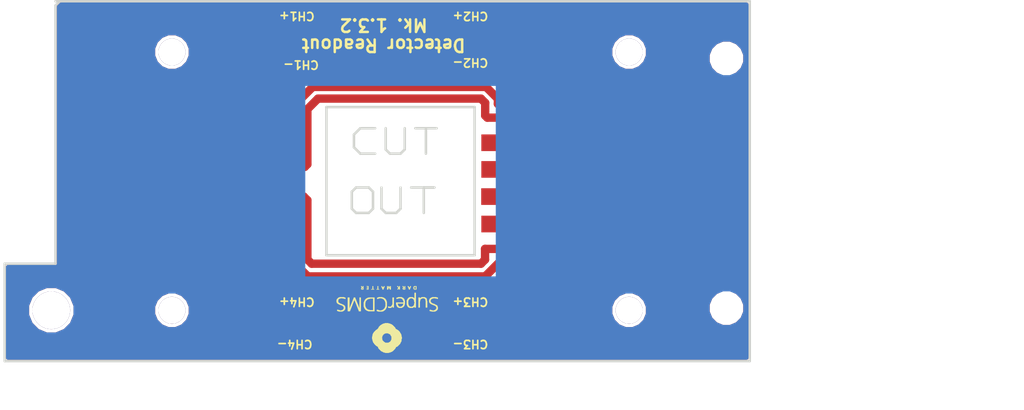
<source format=kicad_pcb>
(kicad_pcb (version 4) (host pcbnew 4.0.6)

  (general
    (links 8)
    (no_connects 0)
    (area 125.117619 87.7795 188.781 114.6512)
    (thickness 1.6)
    (drawings 50)
    (tracks 80)
    (zones 0)
    (modules 24)
    (nets 9)
  )

  (page A4)
  (layers
    (0 F.Cu signal)
    (31 B.Cu signal)
    (32 B.Adhes user)
    (33 F.Adhes user)
    (34 B.Paste user)
    (35 F.Paste user)
    (36 B.SilkS user)
    (37 F.SilkS user)
    (38 B.Mask user)
    (39 F.Mask user)
    (40 Dwgs.User user)
    (41 Cmts.User user)
    (42 Eco1.User user)
    (43 Eco2.User user)
    (44 Edge.Cuts user)
    (45 Margin user)
    (46 B.CrtYd user)
    (47 F.CrtYd user)
    (48 B.Fab user)
    (49 F.Fab user)
  )

  (setup
    (last_trace_width 0.5)
    (trace_clearance 0.2)
    (zone_clearance 0)
    (zone_45_only yes)
    (trace_min 0.127)
    (segment_width 0.2)
    (edge_width 0.15)
    (via_size 0.6)
    (via_drill 0.4)
    (via_min_size 0.4)
    (via_min_drill 0.3)
    (uvia_size 0.3)
    (uvia_drill 0.1)
    (uvias_allowed no)
    (uvia_min_size 0.2)
    (uvia_min_drill 0.1)
    (pcb_text_width 0.3)
    (pcb_text_size 1.5 1.5)
    (mod_edge_width 0.15)
    (mod_text_size 1 1)
    (mod_text_width 0.15)
    (pad_size 2.2606 2.2606)
    (pad_drill 2.2606)
    (pad_to_mask_clearance 0.2)
    (aux_axis_origin 0 0)
    (visible_elements 7FFFFFFF)
    (pcbplotparams
      (layerselection 0x010e0_80000001)
      (usegerberextensions false)
      (excludeedgelayer true)
      (linewidth 0.100000)
      (plotframeref false)
      (viasonmask false)
      (mode 1)
      (useauxorigin false)
      (hpglpennumber 1)
      (hpglpenspeed 20)
      (hpglpendiameter 15)
      (hpglpenoverlay 2)
      (psnegative false)
      (psa4output false)
      (plotreference true)
      (plotvalue true)
      (plotinvisibletext false)
      (padsonsilk false)
      (subtractmaskfromsilk false)
      (outputformat 1)
      (mirror false)
      (drillshape 0)
      (scaleselection 1)
      (outputdirectory ""))
  )

  (net 0 "")
  (net 1 "Net-(1NI1-Pad1)")
  (net 2 "Net-(1PI1-Pad1)")
  (net 3 "Net-(2NI1-Pad1)")
  (net 4 "Net-(2PI1-Pad1)")
  (net 5 "Net-(3NI1-Pad1)")
  (net 6 "Net-(3PI1-Pad1)")
  (net 7 "Net-(4NI1-Pad1)")
  (net 8 "Net-(4PI1-Pad1)")

  (net_class Default "This is the default net class."
    (clearance 0.2)
    (trace_width 0.5)
    (via_dia 0.6)
    (via_drill 0.4)
    (uvia_dia 0.3)
    (uvia_drill 0.1)
    (add_net "Net-(1NI1-Pad1)")
    (add_net "Net-(1PI1-Pad1)")
    (add_net "Net-(2NI1-Pad1)")
    (add_net "Net-(2PI1-Pad1)")
    (add_net "Net-(3NI1-Pad1)")
    (add_net "Net-(3PI1-Pad1)")
    (add_net "Net-(4NI1-Pad1)")
    (add_net "Net-(4PI1-Pad1)")
  )

  (net_class "FAA board" ""
    (clearance 0.2)
    (trace_width 0.5)
    (via_dia 0.6)
    (via_drill 0.4)
    (uvia_dia 0.3)
    (uvia_drill 0.1)
  )

  (module bribrary:normal_pads (layer F.Cu) (tedit 599E030F) (tstamp 59848EC6)
    (at 172.593 97.917 90)
    (path /5984B900)
    (fp_text reference 2PO1 (at 0.8255 10.668 90) (layer F.SilkS) hide
      (effects (font (size 1 1) (thickness 0.15)))
    )
    (fp_text value 2PO (at -2.9845 13.208 90) (layer F.Fab)
      (effects (font (size 1 1) (thickness 0.15)))
    )
    (pad 1 smd rect (at -2.54 -3.81 90) (size 0.75 2.25) (layers F.Cu F.Paste F.Mask)
      (net 4 "Net-(2PI1-Pad1)"))
  )

  (module bribrary:normal_pads (layer F.Cu) (tedit 598E13BA) (tstamp 59848EDA)
    (at 172.593 100.457 90)
    (path /5984B6B8)
    (fp_text reference 3PO1 (at -0.6985 9.398 90) (layer F.SilkS) hide
      (effects (font (size 1 1) (thickness 0.15)))
    )
    (fp_text value 3PO (at 1.2065 8.128 90) (layer F.Fab)
      (effects (font (size 1 1) (thickness 0.15)))
    )
    (pad 1 smd rect (at -2.54 -3.81 90) (size 0.75 2.25) (layers F.Cu F.Paste F.Mask)
      (net 6 "Net-(3PI1-Pad1)"))
  )

  (module bribrary:normal_pads (layer F.Cu) (tedit 599E02DD) (tstamp 59848ED0)
    (at 172.593 101.727 90)
    (path /5984B590)
    (fp_text reference 3NO1 (at -4.953 7.493 90) (layer F.SilkS) hide
      (effects (font (size 1 1) (thickness 0.15)))
    )
    (fp_text value 3NO (at -0.508 6.223 90) (layer F.Fab)
      (effects (font (size 1 1) (thickness 0.15)))
    )
    (pad 1 smd rect (at -2.54 -3.81 90) (size 0.75 2.25) (layers F.Cu F.Paste F.Mask)
      (net 5 "Net-(3NI1-Pad1)"))
  )

  (module bribrary:normal_pads (layer F.Cu) (tedit 598E13BC) (tstamp 59848EBC)
    (at 172.593 99.187 90)
    (path /5984B814)
    (fp_text reference 2NO1 (at -0.889 4.318 90) (layer F.SilkS) hide
      (effects (font (size 1 1) (thickness 0.15)))
    )
    (fp_text value 2NO (at 4.191 6.223 90) (layer F.Fab) hide
      (effects (font (size 1 1) (thickness 0.15)))
    )
    (pad 1 smd rect (at -2.54 -3.81 90) (size 0.75 2.25) (layers F.Cu F.Paste F.Mask)
      (net 3 "Net-(2NI1-Pad1)"))
  )

  (module bribrary:normal_pads (layer F.Cu) (tedit 599E0314) (tstamp 59848EB2)
    (at 172.593 95.377 90)
    (path /5984CFCA)
    (fp_text reference 1PO1 (at 3.683 5.588 90) (layer F.SilkS) hide
      (effects (font (size 1 1) (thickness 0.15)))
    )
    (fp_text value 1PO (at -0.127 8.763 90) (layer F.Fab)
      (effects (font (size 1 1) (thickness 0.15)))
    )
    (pad 1 smd rect (at -2.54 -3.81 90) (size 0.75 2.25) (layers F.Cu F.Paste F.Mask)
      (net 2 "Net-(1PI1-Pad1)"))
  )

  (module bribrary:normal_pads (layer F.Cu) (tedit 599E031D) (tstamp 59848EEE)
    (at 172.593 92.837 90)
    (path /5984D19A)
    (fp_text reference 4PO1 (at 0.127 13.208 90) (layer F.SilkS) hide
      (effects (font (size 1 1) (thickness 0.15)))
    )
    (fp_text value 4PO (at -3.048 15.113 90) (layer F.Fab) hide
      (effects (font (size 1 1) (thickness 0.15)))
    )
    (pad 1 smd rect (at -2.54 -3.81 90) (size 0.75 2.25) (layers F.Cu F.Paste F.Mask)
      (net 8 "Net-(4PI1-Pad1)"))
  )

  (module bribrary:wire_bond_pad (layer F.Cu) (tedit 599E02FC) (tstamp 59848EA3)
    (at 155.4734 100.9904)
    (path /59849EB0)
    (fp_text reference 1NI1 (at 24.2316 6.3246) (layer F.SilkS) hide
      (effects (font (size 1 1) (thickness 0.15)))
    )
    (fp_text value Ch1- (at -0.5334 -10.1854) (layer F.Fab)
      (effects (font (size 1 1) (thickness 0.15)))
    )
    (pad 1 smd rect (at -0.9 -2) (size 1 1) (layers F.Cu F.Paste F.Mask)
      (net 1 "Net-(1NI1-Pad1)"))
  )

  (module bribrary:normal_pads (layer F.Cu) (tedit 599E0311) (tstamp 59848EA8)
    (at 172.593 96.647 90)
    (path /5984CEE2)
    (fp_text reference 1NO1 (at -1.2065 5.588 90) (layer F.SilkS) hide
      (effects (font (size 1 1) (thickness 0.15)))
    )
    (fp_text value 1NO (at 3.8735 8.128 90) (layer F.Fab)
      (effects (font (size 1 1) (thickness 0.15)))
    )
    (pad 1 smd rect (at -2.54 -3.81 90) (size 0.75 2.25) (layers F.Cu F.Paste F.Mask)
      (net 1 "Net-(1NI1-Pad1)"))
  )

  (module bribrary:wire_bond_pad (layer F.Cu) (tedit 599E02FF) (tstamp 59848EAD)
    (at 155.4734 99.3902)
    (path /59849DDB)
    (fp_text reference 1PI1 (at 25.5016 9.1948) (layer F.SilkS) hide
      (effects (font (size 1 1) (thickness 0.15)))
    )
    (fp_text value Ch1+ (at -0.5334 -6.6802) (layer F.Fab)
      (effects (font (size 1 1) (thickness 0.15)))
    )
    (pad 1 smd rect (at -0.9 -2) (size 1 1) (layers F.Cu F.Paste F.Mask)
      (net 2 "Net-(1PI1-Pad1)"))
  )

  (module bribrary:wire_bond_pad (layer F.Cu) (tedit 599E02F9) (tstamp 59848EB7)
    (at 155.4734 104.267)
    (path /59848A03)
    (fp_text reference 2NI1 (at 24.8666 1.143) (layer F.SilkS) hide
      (effects (font (size 1 1) (thickness 0.15)))
    )
    (fp_text value Ch2- (at 0.1016 2.413) (layer F.Fab)
      (effects (font (size 1 1) (thickness 0.15)))
    )
    (pad 1 smd rect (at -0.9 -2) (size 1 1) (layers F.Cu F.Paste F.Mask)
      (net 3 "Net-(2NI1-Pad1)"))
  )

  (module bribrary:wire_bond_pad (layer F.Cu) (tedit 599E030C) (tstamp 59848EC1)
    (at 156.5656 99.7204 90)
    (path /59848DD0)
    (fp_text reference 2PI1 (at -2.5146 27.5844 90) (layer F.SilkS) hide
      (effects (font (size 1 1) (thickness 0.15)))
    )
    (fp_text value Ch3+ (at -8.8646 -0.9906 180) (layer F.Fab)
      (effects (font (size 1 1) (thickness 0.15)))
    )
    (pad 1 smd rect (at -0.9 -2 90) (size 1 1) (layers F.Cu F.Paste F.Mask)
      (net 4 "Net-(2PI1-Pad1)"))
  )

  (module bribrary:wire_bond_pad (layer F.Cu) (tedit 599E0309) (tstamp 59848ECB)
    (at 143.51 104.394)
    (path /5984883A)
    (fp_text reference 3NI1 (at 34.3154 5.9944) (layer F.SilkS) hide
      (effects (font (size 1 1) (thickness 0.15)))
    )
    (fp_text value Ch3- (at 0.0254 2.8194) (layer F.Fab)
      (effects (font (size 1 1) (thickness 0.15)))
    )
    (pad 1 smd rect (at -0.9 -2) (size 1 1) (layers F.Cu F.Paste F.Mask)
      (net 5 "Net-(3NI1-Pad1)"))
  )

  (module bribrary:wire_bond_pad (layer F.Cu) (tedit 599E02D9) (tstamp 59848ED5)
    (at 143.51 102.616)
    (path /59848D01)
    (fp_text reference 3PI1 (at 31.7754 2.5908) (layer F.SilkS) hide
      (effects (font (size 1 1) (thickness 0.15)))
    )
    (fp_text value Ch3+ (at 0.0254 3.2258) (layer F.Fab)
      (effects (font (size 1 1) (thickness 0.15)))
    )
    (pad 1 smd rect (at -0.9 -2) (size 1 1) (layers F.Cu F.Paste F.Mask)
      (net 6 "Net-(3PI1-Pad1)"))
  )

  (module bribrary:wire_bond_pad (layer F.Cu) (tedit 599E0318) (tstamp 59848EDF)
    (at 143.51 100.838)
    (path /59849BD5)
    (fp_text reference 4NI1 (at 31.242 -9.7282) (layer F.SilkS) hide
      (effects (font (size 1 1) (thickness 0.15)))
    )
    (fp_text value Ch4- (at 0.127 -7.1882) (layer F.Fab)
      (effects (font (size 1 1) (thickness 0.15)))
    )
    (pad 1 smd rect (at -0.9 -2) (size 1 1) (layers F.Cu F.Paste F.Mask)
      (net 7 "Net-(4NI1-Pad1)"))
  )

  (module bribrary:normal_pads (layer F.Cu) (tedit 598E13C3) (tstamp 59848EE4)
    (at 172.593 94.107 90)
    (path /5984D0B4)
    (fp_text reference 4NO1 (at 4.1275 11.938 90) (layer F.SilkS) hide
      (effects (font (size 1 1) (thickness 0.15)))
    )
    (fp_text value 4NO (at -2.8575 10.033 90) (layer F.Fab)
      (effects (font (size 1 1) (thickness 0.15)))
    )
    (pad 1 smd rect (at -2.54 -3.81 90) (size 0.75 2.25) (layers F.Cu F.Paste F.Mask)
      (net 7 "Net-(4NI1-Pad1)"))
  )

  (module bribrary:wire_bond_pad (layer F.Cu) (tedit 599E031A) (tstamp 59848EE9)
    (at 143.51 99.06)
    (path /59849CF6)
    (fp_text reference 4PI1 (at 33.782 -9.2964) (layer F.SilkS) hide
      (effects (font (size 1 1) (thickness 0.15)))
    )
    (fp_text value Ch4+ (at 0.127 -6.7564) (layer F.Fab)
      (effects (font (size 1 1) (thickness 0.15)))
    )
    (pad 1 smd rect (at -0.9 -2) (size 1 1) (layers F.Cu F.Paste F.Mask)
      (net 8 "Net-(4PI1-Pad1)"))
  )

  (module bribrary:2hole (layer F.Cu) (tedit 59B18B37) (tstamp 5996FE5E)
    (at 128.27 107.442)
    (fp_text reference * (at 0 0.5) (layer F.SilkS) hide
      (effects (font (size 1 1) (thickness 0.15)))
    )
    (fp_text value "#2 hole" (at 0 -0.5) (layer F.Fab)
      (effects (font (size 1 1) (thickness 0.15)))
    )
    (pad "" thru_hole circle (at 0 0) (size 2.2606 2.2606) (drill 2.2606) (layers *.Cu *.Mask))
  )

  (module bribrary:0screw (layer F.Cu) (tedit 59B2CDA4) (tstamp 59970F81)
    (at 162.941 91.948)
    (fp_text reference REF** (at 0 0.5) (layer F.SilkS) hide
      (effects (font (size 1 1) (thickness 0.15)))
    )
    (fp_text value "#0 screw" (at 0 -0.508) (layer F.Fab)
      (effects (font (size 1 1) (thickness 0.15)))
    )
    (pad 1 thru_hole circle (at 0 0) (size 1.6129 1.6129) (drill 1.6129) (layers *.Cu *.Mask))
  )

  (module bribrary:0screw (layer F.Cu) (tedit 599E02AE) (tstamp 59970F8A)
    (at 135.509 91.948)
    (fp_text reference REF** (at 0 0.5) (layer F.SilkS) hide
      (effects (font (size 1 1) (thickness 0.15)))
    )
    (fp_text value "#0 screw" (at 0 -0.5) (layer F.Fab)
      (effects (font (size 1 1) (thickness 0.15)))
    )
    (pad 1 thru_hole circle (at 0 0) (size 1.6129 1.6129) (drill 1.6129) (layers *.Cu *.Mask))
  )

  (module bribrary:0screw (layer F.Cu) (tedit 599E02B9) (tstamp 59970F93)
    (at 135.509 107.442)
    (fp_text reference REF** (at 0 0.5) (layer F.SilkS) hide
      (effects (font (size 1 1) (thickness 0.15)))
    )
    (fp_text value "#0 screw" (at 0 -0.5) (layer F.Fab)
      (effects (font (size 1 1) (thickness 0.15)))
    )
    (pad 1 thru_hole circle (at 0 0) (size 1.6129 1.6129) (drill 1.6129) (layers *.Cu *.Mask))
  )

  (module bribrary:0screw (layer F.Cu) (tedit 599E02B4) (tstamp 59970F9C)
    (at 162.941 107.442)
    (fp_text reference REF** (at 0 0.5) (layer F.SilkS) hide
      (effects (font (size 1 1) (thickness 0.15)))
    )
    (fp_text value "#0 screw" (at 0 -0.5) (layer F.Fab)
      (effects (font (size 1 1) (thickness 0.15)))
    )
    (pad 1 thru_hole circle (at 0 0) (size 1.6129 1.6129) (drill 1.6129) (layers *.Cu *.Mask))
  )

  (module bribrary:supercdms_logo (layer F.Cu) (tedit 0) (tstamp 59B456F0)
    (at 153.543 113.157 180)
    (fp_text reference LOGO (at 0 5 180) (layer F.SilkS) hide
      (effects (font (thickness 0.3)))
    )
    (fp_text value "" (at 0 0 180) (layer F.SilkS)
      (effects (font (thickness 0.15)))
    )
    (fp_poly (pts (xy 5.02 3.16) (xy 5.04 3.16) (xy 5.04 3.18) (xy 5.02 3.18)
      (xy 5.02 3.16)) (layer F.SilkS) (width 0.01))
    (fp_poly (pts (xy 5.04 3.16) (xy 5.06 3.16) (xy 5.06 3.18) (xy 5.04 3.18)
      (xy 5.04 3.16)) (layer F.SilkS) (width 0.01))
    (fp_poly (pts (xy 5.06 3.16) (xy 5.08 3.16) (xy 5.08 3.18) (xy 5.06 3.18)
      (xy 5.06 3.16)) (layer F.SilkS) (width 0.01))
    (fp_poly (pts (xy 5.08 3.16) (xy 5.1 3.16) (xy 5.1 3.18) (xy 5.08 3.18)
      (xy 5.08 3.16)) (layer F.SilkS) (width 0.01))
    (fp_poly (pts (xy 5.1 3.16) (xy 5.12 3.16) (xy 5.12 3.18) (xy 5.1 3.18)
      (xy 5.1 3.16)) (layer F.SilkS) (width 0.01))
    (fp_poly (pts (xy 5.12 3.16) (xy 5.14 3.16) (xy 5.14 3.18) (xy 5.12 3.18)
      (xy 5.12 3.16)) (layer F.SilkS) (width 0.01))
    (fp_poly (pts (xy 5.14 3.16) (xy 5.16 3.16) (xy 5.16 3.18) (xy 5.14 3.18)
      (xy 5.14 3.16)) (layer F.SilkS) (width 0.01))
    (fp_poly (pts (xy 5.16 3.16) (xy 5.18 3.16) (xy 5.18 3.18) (xy 5.16 3.18)
      (xy 5.16 3.16)) (layer F.SilkS) (width 0.01))
    (fp_poly (pts (xy 5.18 3.16) (xy 5.2 3.16) (xy 5.2 3.18) (xy 5.18 3.18)
      (xy 5.18 3.16)) (layer F.SilkS) (width 0.01))
    (fp_poly (pts (xy 5.2 3.16) (xy 5.22 3.16) (xy 5.22 3.18) (xy 5.2 3.18)
      (xy 5.2 3.16)) (layer F.SilkS) (width 0.01))
    (fp_poly (pts (xy 5.22 3.16) (xy 5.24 3.16) (xy 5.24 3.18) (xy 5.22 3.18)
      (xy 5.22 3.16)) (layer F.SilkS) (width 0.01))
    (fp_poly (pts (xy 4.94 3.18) (xy 4.96 3.18) (xy 4.96 3.2) (xy 4.94 3.2)
      (xy 4.94 3.18)) (layer F.SilkS) (width 0.01))
    (fp_poly (pts (xy 4.96 3.18) (xy 4.98 3.18) (xy 4.98 3.2) (xy 4.96 3.2)
      (xy 4.96 3.18)) (layer F.SilkS) (width 0.01))
    (fp_poly (pts (xy 4.98 3.18) (xy 5 3.18) (xy 5 3.2) (xy 4.98 3.2)
      (xy 4.98 3.18)) (layer F.SilkS) (width 0.01))
    (fp_poly (pts (xy 5 3.18) (xy 5.02 3.18) (xy 5.02 3.2) (xy 5 3.2)
      (xy 5 3.18)) (layer F.SilkS) (width 0.01))
    (fp_poly (pts (xy 5.02 3.18) (xy 5.04 3.18) (xy 5.04 3.2) (xy 5.02 3.2)
      (xy 5.02 3.18)) (layer F.SilkS) (width 0.01))
    (fp_poly (pts (xy 5.04 3.18) (xy 5.06 3.18) (xy 5.06 3.2) (xy 5.04 3.2)
      (xy 5.04 3.18)) (layer F.SilkS) (width 0.01))
    (fp_poly (pts (xy 5.06 3.18) (xy 5.08 3.18) (xy 5.08 3.2) (xy 5.06 3.2)
      (xy 5.06 3.18)) (layer F.SilkS) (width 0.01))
    (fp_poly (pts (xy 5.08 3.18) (xy 5.1 3.18) (xy 5.1 3.2) (xy 5.08 3.2)
      (xy 5.08 3.18)) (layer F.SilkS) (width 0.01))
    (fp_poly (pts (xy 5.1 3.18) (xy 5.12 3.18) (xy 5.12 3.2) (xy 5.1 3.2)
      (xy 5.1 3.18)) (layer F.SilkS) (width 0.01))
    (fp_poly (pts (xy 5.12 3.18) (xy 5.14 3.18) (xy 5.14 3.2) (xy 5.12 3.2)
      (xy 5.12 3.18)) (layer F.SilkS) (width 0.01))
    (fp_poly (pts (xy 5.14 3.18) (xy 5.16 3.18) (xy 5.16 3.2) (xy 5.14 3.2)
      (xy 5.14 3.18)) (layer F.SilkS) (width 0.01))
    (fp_poly (pts (xy 5.16 3.18) (xy 5.18 3.18) (xy 5.18 3.2) (xy 5.16 3.2)
      (xy 5.16 3.18)) (layer F.SilkS) (width 0.01))
    (fp_poly (pts (xy 5.18 3.18) (xy 5.2 3.18) (xy 5.2 3.2) (xy 5.18 3.2)
      (xy 5.18 3.18)) (layer F.SilkS) (width 0.01))
    (fp_poly (pts (xy 5.2 3.18) (xy 5.22 3.18) (xy 5.22 3.2) (xy 5.2 3.2)
      (xy 5.2 3.18)) (layer F.SilkS) (width 0.01))
    (fp_poly (pts (xy 5.22 3.18) (xy 5.24 3.18) (xy 5.24 3.2) (xy 5.22 3.2)
      (xy 5.22 3.18)) (layer F.SilkS) (width 0.01))
    (fp_poly (pts (xy 5.24 3.18) (xy 5.26 3.18) (xy 5.26 3.2) (xy 5.24 3.2)
      (xy 5.24 3.18)) (layer F.SilkS) (width 0.01))
    (fp_poly (pts (xy 5.26 3.18) (xy 5.28 3.18) (xy 5.28 3.2) (xy 5.26 3.2)
      (xy 5.26 3.18)) (layer F.SilkS) (width 0.01))
    (fp_poly (pts (xy 5.28 3.18) (xy 5.3 3.18) (xy 5.3 3.2) (xy 5.28 3.2)
      (xy 5.28 3.18)) (layer F.SilkS) (width 0.01))
    (fp_poly (pts (xy 5.3 3.18) (xy 5.32 3.18) (xy 5.32 3.2) (xy 5.3 3.2)
      (xy 5.3 3.18)) (layer F.SilkS) (width 0.01))
    (fp_poly (pts (xy 4.9 3.2) (xy 4.92 3.2) (xy 4.92 3.22) (xy 4.9 3.22)
      (xy 4.9 3.2)) (layer F.SilkS) (width 0.01))
    (fp_poly (pts (xy 4.92 3.2) (xy 4.94 3.2) (xy 4.94 3.22) (xy 4.92 3.22)
      (xy 4.92 3.2)) (layer F.SilkS) (width 0.01))
    (fp_poly (pts (xy 4.94 3.2) (xy 4.96 3.2) (xy 4.96 3.22) (xy 4.94 3.22)
      (xy 4.94 3.2)) (layer F.SilkS) (width 0.01))
    (fp_poly (pts (xy 4.96 3.2) (xy 4.98 3.2) (xy 4.98 3.22) (xy 4.96 3.22)
      (xy 4.96 3.2)) (layer F.SilkS) (width 0.01))
    (fp_poly (pts (xy 4.98 3.2) (xy 5 3.2) (xy 5 3.22) (xy 4.98 3.22)
      (xy 4.98 3.2)) (layer F.SilkS) (width 0.01))
    (fp_poly (pts (xy 5 3.2) (xy 5.02 3.2) (xy 5.02 3.22) (xy 5 3.22)
      (xy 5 3.2)) (layer F.SilkS) (width 0.01))
    (fp_poly (pts (xy 5.02 3.2) (xy 5.04 3.2) (xy 5.04 3.22) (xy 5.02 3.22)
      (xy 5.02 3.2)) (layer F.SilkS) (width 0.01))
    (fp_poly (pts (xy 5.04 3.2) (xy 5.06 3.2) (xy 5.06 3.22) (xy 5.04 3.22)
      (xy 5.04 3.2)) (layer F.SilkS) (width 0.01))
    (fp_poly (pts (xy 5.06 3.2) (xy 5.08 3.2) (xy 5.08 3.22) (xy 5.06 3.22)
      (xy 5.06 3.2)) (layer F.SilkS) (width 0.01))
    (fp_poly (pts (xy 5.08 3.2) (xy 5.1 3.2) (xy 5.1 3.22) (xy 5.08 3.22)
      (xy 5.08 3.2)) (layer F.SilkS) (width 0.01))
    (fp_poly (pts (xy 5.1 3.2) (xy 5.12 3.2) (xy 5.12 3.22) (xy 5.1 3.22)
      (xy 5.1 3.2)) (layer F.SilkS) (width 0.01))
    (fp_poly (pts (xy 5.12 3.2) (xy 5.14 3.2) (xy 5.14 3.22) (xy 5.12 3.22)
      (xy 5.12 3.2)) (layer F.SilkS) (width 0.01))
    (fp_poly (pts (xy 5.14 3.2) (xy 5.16 3.2) (xy 5.16 3.22) (xy 5.14 3.22)
      (xy 5.14 3.2)) (layer F.SilkS) (width 0.01))
    (fp_poly (pts (xy 5.16 3.2) (xy 5.18 3.2) (xy 5.18 3.22) (xy 5.16 3.22)
      (xy 5.16 3.2)) (layer F.SilkS) (width 0.01))
    (fp_poly (pts (xy 5.18 3.2) (xy 5.2 3.2) (xy 5.2 3.22) (xy 5.18 3.22)
      (xy 5.18 3.2)) (layer F.SilkS) (width 0.01))
    (fp_poly (pts (xy 5.2 3.2) (xy 5.22 3.2) (xy 5.22 3.22) (xy 5.2 3.22)
      (xy 5.2 3.2)) (layer F.SilkS) (width 0.01))
    (fp_poly (pts (xy 5.22 3.2) (xy 5.24 3.2) (xy 5.24 3.22) (xy 5.22 3.22)
      (xy 5.22 3.2)) (layer F.SilkS) (width 0.01))
    (fp_poly (pts (xy 5.24 3.2) (xy 5.26 3.2) (xy 5.26 3.22) (xy 5.24 3.22)
      (xy 5.24 3.2)) (layer F.SilkS) (width 0.01))
    (fp_poly (pts (xy 5.26 3.2) (xy 5.28 3.2) (xy 5.28 3.22) (xy 5.26 3.22)
      (xy 5.26 3.2)) (layer F.SilkS) (width 0.01))
    (fp_poly (pts (xy 5.28 3.2) (xy 5.3 3.2) (xy 5.3 3.22) (xy 5.28 3.22)
      (xy 5.28 3.2)) (layer F.SilkS) (width 0.01))
    (fp_poly (pts (xy 5.3 3.2) (xy 5.32 3.2) (xy 5.32 3.22) (xy 5.3 3.22)
      (xy 5.3 3.2)) (layer F.SilkS) (width 0.01))
    (fp_poly (pts (xy 5.32 3.2) (xy 5.34 3.2) (xy 5.34 3.22) (xy 5.32 3.22)
      (xy 5.32 3.2)) (layer F.SilkS) (width 0.01))
    (fp_poly (pts (xy 5.34 3.2) (xy 5.36 3.2) (xy 5.36 3.22) (xy 5.34 3.22)
      (xy 5.34 3.2)) (layer F.SilkS) (width 0.01))
    (fp_poly (pts (xy 4.84 3.22) (xy 4.86 3.22) (xy 4.86 3.24) (xy 4.84 3.24)
      (xy 4.84 3.22)) (layer F.SilkS) (width 0.01))
    (fp_poly (pts (xy 4.86 3.22) (xy 4.88 3.22) (xy 4.88 3.24) (xy 4.86 3.24)
      (xy 4.86 3.22)) (layer F.SilkS) (width 0.01))
    (fp_poly (pts (xy 4.88 3.22) (xy 4.9 3.22) (xy 4.9 3.24) (xy 4.88 3.24)
      (xy 4.88 3.22)) (layer F.SilkS) (width 0.01))
    (fp_poly (pts (xy 4.9 3.22) (xy 4.92 3.22) (xy 4.92 3.24) (xy 4.9 3.24)
      (xy 4.9 3.22)) (layer F.SilkS) (width 0.01))
    (fp_poly (pts (xy 4.92 3.22) (xy 4.94 3.22) (xy 4.94 3.24) (xy 4.92 3.24)
      (xy 4.92 3.22)) (layer F.SilkS) (width 0.01))
    (fp_poly (pts (xy 4.94 3.22) (xy 4.96 3.22) (xy 4.96 3.24) (xy 4.94 3.24)
      (xy 4.94 3.22)) (layer F.SilkS) (width 0.01))
    (fp_poly (pts (xy 4.96 3.22) (xy 4.98 3.22) (xy 4.98 3.24) (xy 4.96 3.24)
      (xy 4.96 3.22)) (layer F.SilkS) (width 0.01))
    (fp_poly (pts (xy 4.98 3.22) (xy 5 3.22) (xy 5 3.24) (xy 4.98 3.24)
      (xy 4.98 3.22)) (layer F.SilkS) (width 0.01))
    (fp_poly (pts (xy 5 3.22) (xy 5.02 3.22) (xy 5.02 3.24) (xy 5 3.24)
      (xy 5 3.22)) (layer F.SilkS) (width 0.01))
    (fp_poly (pts (xy 5.02 3.22) (xy 5.04 3.22) (xy 5.04 3.24) (xy 5.02 3.24)
      (xy 5.02 3.22)) (layer F.SilkS) (width 0.01))
    (fp_poly (pts (xy 5.04 3.22) (xy 5.06 3.22) (xy 5.06 3.24) (xy 5.04 3.24)
      (xy 5.04 3.22)) (layer F.SilkS) (width 0.01))
    (fp_poly (pts (xy 5.06 3.22) (xy 5.08 3.22) (xy 5.08 3.24) (xy 5.06 3.24)
      (xy 5.06 3.22)) (layer F.SilkS) (width 0.01))
    (fp_poly (pts (xy 5.08 3.22) (xy 5.1 3.22) (xy 5.1 3.24) (xy 5.08 3.24)
      (xy 5.08 3.22)) (layer F.SilkS) (width 0.01))
    (fp_poly (pts (xy 5.1 3.22) (xy 5.12 3.22) (xy 5.12 3.24) (xy 5.1 3.24)
      (xy 5.1 3.22)) (layer F.SilkS) (width 0.01))
    (fp_poly (pts (xy 5.12 3.22) (xy 5.14 3.22) (xy 5.14 3.24) (xy 5.12 3.24)
      (xy 5.12 3.22)) (layer F.SilkS) (width 0.01))
    (fp_poly (pts (xy 5.14 3.22) (xy 5.16 3.22) (xy 5.16 3.24) (xy 5.14 3.24)
      (xy 5.14 3.22)) (layer F.SilkS) (width 0.01))
    (fp_poly (pts (xy 5.16 3.22) (xy 5.18 3.22) (xy 5.18 3.24) (xy 5.16 3.24)
      (xy 5.16 3.22)) (layer F.SilkS) (width 0.01))
    (fp_poly (pts (xy 5.18 3.22) (xy 5.2 3.22) (xy 5.2 3.24) (xy 5.18 3.24)
      (xy 5.18 3.22)) (layer F.SilkS) (width 0.01))
    (fp_poly (pts (xy 5.2 3.22) (xy 5.22 3.22) (xy 5.22 3.24) (xy 5.2 3.24)
      (xy 5.2 3.22)) (layer F.SilkS) (width 0.01))
    (fp_poly (pts (xy 5.22 3.22) (xy 5.24 3.22) (xy 5.24 3.24) (xy 5.22 3.24)
      (xy 5.22 3.22)) (layer F.SilkS) (width 0.01))
    (fp_poly (pts (xy 5.24 3.22) (xy 5.26 3.22) (xy 5.26 3.24) (xy 5.24 3.24)
      (xy 5.24 3.22)) (layer F.SilkS) (width 0.01))
    (fp_poly (pts (xy 5.26 3.22) (xy 5.28 3.22) (xy 5.28 3.24) (xy 5.26 3.24)
      (xy 5.26 3.22)) (layer F.SilkS) (width 0.01))
    (fp_poly (pts (xy 5.28 3.22) (xy 5.3 3.22) (xy 5.3 3.24) (xy 5.28 3.24)
      (xy 5.28 3.22)) (layer F.SilkS) (width 0.01))
    (fp_poly (pts (xy 5.3 3.22) (xy 5.32 3.22) (xy 5.32 3.24) (xy 5.3 3.24)
      (xy 5.3 3.22)) (layer F.SilkS) (width 0.01))
    (fp_poly (pts (xy 5.32 3.22) (xy 5.34 3.22) (xy 5.34 3.24) (xy 5.32 3.24)
      (xy 5.32 3.22)) (layer F.SilkS) (width 0.01))
    (fp_poly (pts (xy 5.34 3.22) (xy 5.36 3.22) (xy 5.36 3.24) (xy 5.34 3.24)
      (xy 5.34 3.22)) (layer F.SilkS) (width 0.01))
    (fp_poly (pts (xy 5.36 3.22) (xy 5.38 3.22) (xy 5.38 3.24) (xy 5.36 3.24)
      (xy 5.36 3.22)) (layer F.SilkS) (width 0.01))
    (fp_poly (pts (xy 5.38 3.22) (xy 5.4 3.22) (xy 5.4 3.24) (xy 5.38 3.24)
      (xy 5.38 3.22)) (layer F.SilkS) (width 0.01))
    (fp_poly (pts (xy 4.82 3.24) (xy 4.84 3.24) (xy 4.84 3.26) (xy 4.82 3.26)
      (xy 4.82 3.24)) (layer F.SilkS) (width 0.01))
    (fp_poly (pts (xy 4.84 3.24) (xy 4.86 3.24) (xy 4.86 3.26) (xy 4.84 3.26)
      (xy 4.84 3.24)) (layer F.SilkS) (width 0.01))
    (fp_poly (pts (xy 4.86 3.24) (xy 4.88 3.24) (xy 4.88 3.26) (xy 4.86 3.26)
      (xy 4.86 3.24)) (layer F.SilkS) (width 0.01))
    (fp_poly (pts (xy 4.88 3.24) (xy 4.9 3.24) (xy 4.9 3.26) (xy 4.88 3.26)
      (xy 4.88 3.24)) (layer F.SilkS) (width 0.01))
    (fp_poly (pts (xy 4.9 3.24) (xy 4.92 3.24) (xy 4.92 3.26) (xy 4.9 3.26)
      (xy 4.9 3.24)) (layer F.SilkS) (width 0.01))
    (fp_poly (pts (xy 4.92 3.24) (xy 4.94 3.24) (xy 4.94 3.26) (xy 4.92 3.26)
      (xy 4.92 3.24)) (layer F.SilkS) (width 0.01))
    (fp_poly (pts (xy 4.94 3.24) (xy 4.96 3.24) (xy 4.96 3.26) (xy 4.94 3.26)
      (xy 4.94 3.24)) (layer F.SilkS) (width 0.01))
    (fp_poly (pts (xy 4.96 3.24) (xy 4.98 3.24) (xy 4.98 3.26) (xy 4.96 3.26)
      (xy 4.96 3.24)) (layer F.SilkS) (width 0.01))
    (fp_poly (pts (xy 4.98 3.24) (xy 5 3.24) (xy 5 3.26) (xy 4.98 3.26)
      (xy 4.98 3.24)) (layer F.SilkS) (width 0.01))
    (fp_poly (pts (xy 5 3.24) (xy 5.02 3.24) (xy 5.02 3.26) (xy 5 3.26)
      (xy 5 3.24)) (layer F.SilkS) (width 0.01))
    (fp_poly (pts (xy 5.02 3.24) (xy 5.04 3.24) (xy 5.04 3.26) (xy 5.02 3.26)
      (xy 5.02 3.24)) (layer F.SilkS) (width 0.01))
    (fp_poly (pts (xy 5.04 3.24) (xy 5.06 3.24) (xy 5.06 3.26) (xy 5.04 3.26)
      (xy 5.04 3.24)) (layer F.SilkS) (width 0.01))
    (fp_poly (pts (xy 5.06 3.24) (xy 5.08 3.24) (xy 5.08 3.26) (xy 5.06 3.26)
      (xy 5.06 3.24)) (layer F.SilkS) (width 0.01))
    (fp_poly (pts (xy 5.08 3.24) (xy 5.1 3.24) (xy 5.1 3.26) (xy 5.08 3.26)
      (xy 5.08 3.24)) (layer F.SilkS) (width 0.01))
    (fp_poly (pts (xy 5.1 3.24) (xy 5.12 3.24) (xy 5.12 3.26) (xy 5.1 3.26)
      (xy 5.1 3.24)) (layer F.SilkS) (width 0.01))
    (fp_poly (pts (xy 5.12 3.24) (xy 5.14 3.24) (xy 5.14 3.26) (xy 5.12 3.26)
      (xy 5.12 3.24)) (layer F.SilkS) (width 0.01))
    (fp_poly (pts (xy 5.14 3.24) (xy 5.16 3.24) (xy 5.16 3.26) (xy 5.14 3.26)
      (xy 5.14 3.24)) (layer F.SilkS) (width 0.01))
    (fp_poly (pts (xy 5.16 3.24) (xy 5.18 3.24) (xy 5.18 3.26) (xy 5.16 3.26)
      (xy 5.16 3.24)) (layer F.SilkS) (width 0.01))
    (fp_poly (pts (xy 5.18 3.24) (xy 5.2 3.24) (xy 5.2 3.26) (xy 5.18 3.26)
      (xy 5.18 3.24)) (layer F.SilkS) (width 0.01))
    (fp_poly (pts (xy 5.2 3.24) (xy 5.22 3.24) (xy 5.22 3.26) (xy 5.2 3.26)
      (xy 5.2 3.24)) (layer F.SilkS) (width 0.01))
    (fp_poly (pts (xy 5.22 3.24) (xy 5.24 3.24) (xy 5.24 3.26) (xy 5.22 3.26)
      (xy 5.22 3.24)) (layer F.SilkS) (width 0.01))
    (fp_poly (pts (xy 5.24 3.24) (xy 5.26 3.24) (xy 5.26 3.26) (xy 5.24 3.26)
      (xy 5.24 3.24)) (layer F.SilkS) (width 0.01))
    (fp_poly (pts (xy 5.26 3.24) (xy 5.28 3.24) (xy 5.28 3.26) (xy 5.26 3.26)
      (xy 5.26 3.24)) (layer F.SilkS) (width 0.01))
    (fp_poly (pts (xy 5.28 3.24) (xy 5.3 3.24) (xy 5.3 3.26) (xy 5.28 3.26)
      (xy 5.28 3.24)) (layer F.SilkS) (width 0.01))
    (fp_poly (pts (xy 5.3 3.24) (xy 5.32 3.24) (xy 5.32 3.26) (xy 5.3 3.26)
      (xy 5.3 3.24)) (layer F.SilkS) (width 0.01))
    (fp_poly (pts (xy 5.32 3.24) (xy 5.34 3.24) (xy 5.34 3.26) (xy 5.32 3.26)
      (xy 5.32 3.24)) (layer F.SilkS) (width 0.01))
    (fp_poly (pts (xy 5.34 3.24) (xy 5.36 3.24) (xy 5.36 3.26) (xy 5.34 3.26)
      (xy 5.34 3.24)) (layer F.SilkS) (width 0.01))
    (fp_poly (pts (xy 5.36 3.24) (xy 5.38 3.24) (xy 5.38 3.26) (xy 5.36 3.26)
      (xy 5.36 3.24)) (layer F.SilkS) (width 0.01))
    (fp_poly (pts (xy 5.38 3.24) (xy 5.4 3.24) (xy 5.4 3.26) (xy 5.38 3.26)
      (xy 5.38 3.24)) (layer F.SilkS) (width 0.01))
    (fp_poly (pts (xy 5.4 3.24) (xy 5.42 3.24) (xy 5.42 3.26) (xy 5.4 3.26)
      (xy 5.4 3.24)) (layer F.SilkS) (width 0.01))
    (fp_poly (pts (xy 5.42 3.24) (xy 5.44 3.24) (xy 5.44 3.26) (xy 5.42 3.26)
      (xy 5.42 3.24)) (layer F.SilkS) (width 0.01))
    (fp_poly (pts (xy 4.78 3.26) (xy 4.8 3.26) (xy 4.8 3.28) (xy 4.78 3.28)
      (xy 4.78 3.26)) (layer F.SilkS) (width 0.01))
    (fp_poly (pts (xy 4.8 3.26) (xy 4.82 3.26) (xy 4.82 3.28) (xy 4.8 3.28)
      (xy 4.8 3.26)) (layer F.SilkS) (width 0.01))
    (fp_poly (pts (xy 4.82 3.26) (xy 4.84 3.26) (xy 4.84 3.28) (xy 4.82 3.28)
      (xy 4.82 3.26)) (layer F.SilkS) (width 0.01))
    (fp_poly (pts (xy 4.84 3.26) (xy 4.86 3.26) (xy 4.86 3.28) (xy 4.84 3.28)
      (xy 4.84 3.26)) (layer F.SilkS) (width 0.01))
    (fp_poly (pts (xy 4.86 3.26) (xy 4.88 3.26) (xy 4.88 3.28) (xy 4.86 3.28)
      (xy 4.86 3.26)) (layer F.SilkS) (width 0.01))
    (fp_poly (pts (xy 4.88 3.26) (xy 4.9 3.26) (xy 4.9 3.28) (xy 4.88 3.28)
      (xy 4.88 3.26)) (layer F.SilkS) (width 0.01))
    (fp_poly (pts (xy 4.9 3.26) (xy 4.92 3.26) (xy 4.92 3.28) (xy 4.9 3.28)
      (xy 4.9 3.26)) (layer F.SilkS) (width 0.01))
    (fp_poly (pts (xy 4.92 3.26) (xy 4.94 3.26) (xy 4.94 3.28) (xy 4.92 3.28)
      (xy 4.92 3.26)) (layer F.SilkS) (width 0.01))
    (fp_poly (pts (xy 4.94 3.26) (xy 4.96 3.26) (xy 4.96 3.28) (xy 4.94 3.28)
      (xy 4.94 3.26)) (layer F.SilkS) (width 0.01))
    (fp_poly (pts (xy 4.96 3.26) (xy 4.98 3.26) (xy 4.98 3.28) (xy 4.96 3.28)
      (xy 4.96 3.26)) (layer F.SilkS) (width 0.01))
    (fp_poly (pts (xy 4.98 3.26) (xy 5 3.26) (xy 5 3.28) (xy 4.98 3.28)
      (xy 4.98 3.26)) (layer F.SilkS) (width 0.01))
    (fp_poly (pts (xy 5 3.26) (xy 5.02 3.26) (xy 5.02 3.28) (xy 5 3.28)
      (xy 5 3.26)) (layer F.SilkS) (width 0.01))
    (fp_poly (pts (xy 5.02 3.26) (xy 5.04 3.26) (xy 5.04 3.28) (xy 5.02 3.28)
      (xy 5.02 3.26)) (layer F.SilkS) (width 0.01))
    (fp_poly (pts (xy 5.04 3.26) (xy 5.06 3.26) (xy 5.06 3.28) (xy 5.04 3.28)
      (xy 5.04 3.26)) (layer F.SilkS) (width 0.01))
    (fp_poly (pts (xy 5.06 3.26) (xy 5.08 3.26) (xy 5.08 3.28) (xy 5.06 3.28)
      (xy 5.06 3.26)) (layer F.SilkS) (width 0.01))
    (fp_poly (pts (xy 5.08 3.26) (xy 5.1 3.26) (xy 5.1 3.28) (xy 5.08 3.28)
      (xy 5.08 3.26)) (layer F.SilkS) (width 0.01))
    (fp_poly (pts (xy 5.1 3.26) (xy 5.12 3.26) (xy 5.12 3.28) (xy 5.1 3.28)
      (xy 5.1 3.26)) (layer F.SilkS) (width 0.01))
    (fp_poly (pts (xy 5.12 3.26) (xy 5.14 3.26) (xy 5.14 3.28) (xy 5.12 3.28)
      (xy 5.12 3.26)) (layer F.SilkS) (width 0.01))
    (fp_poly (pts (xy 5.14 3.26) (xy 5.16 3.26) (xy 5.16 3.28) (xy 5.14 3.28)
      (xy 5.14 3.26)) (layer F.SilkS) (width 0.01))
    (fp_poly (pts (xy 5.16 3.26) (xy 5.18 3.26) (xy 5.18 3.28) (xy 5.16 3.28)
      (xy 5.16 3.26)) (layer F.SilkS) (width 0.01))
    (fp_poly (pts (xy 5.18 3.26) (xy 5.2 3.26) (xy 5.2 3.28) (xy 5.18 3.28)
      (xy 5.18 3.26)) (layer F.SilkS) (width 0.01))
    (fp_poly (pts (xy 5.2 3.26) (xy 5.22 3.26) (xy 5.22 3.28) (xy 5.2 3.28)
      (xy 5.2 3.26)) (layer F.SilkS) (width 0.01))
    (fp_poly (pts (xy 5.22 3.26) (xy 5.24 3.26) (xy 5.24 3.28) (xy 5.22 3.28)
      (xy 5.22 3.26)) (layer F.SilkS) (width 0.01))
    (fp_poly (pts (xy 5.24 3.26) (xy 5.26 3.26) (xy 5.26 3.28) (xy 5.24 3.28)
      (xy 5.24 3.26)) (layer F.SilkS) (width 0.01))
    (fp_poly (pts (xy 5.26 3.26) (xy 5.28 3.26) (xy 5.28 3.28) (xy 5.26 3.28)
      (xy 5.26 3.26)) (layer F.SilkS) (width 0.01))
    (fp_poly (pts (xy 5.28 3.26) (xy 5.3 3.26) (xy 5.3 3.28) (xy 5.28 3.28)
      (xy 5.28 3.26)) (layer F.SilkS) (width 0.01))
    (fp_poly (pts (xy 5.3 3.26) (xy 5.32 3.26) (xy 5.32 3.28) (xy 5.3 3.28)
      (xy 5.3 3.26)) (layer F.SilkS) (width 0.01))
    (fp_poly (pts (xy 5.32 3.26) (xy 5.34 3.26) (xy 5.34 3.28) (xy 5.32 3.28)
      (xy 5.32 3.26)) (layer F.SilkS) (width 0.01))
    (fp_poly (pts (xy 5.34 3.26) (xy 5.36 3.26) (xy 5.36 3.28) (xy 5.34 3.28)
      (xy 5.34 3.26)) (layer F.SilkS) (width 0.01))
    (fp_poly (pts (xy 5.36 3.26) (xy 5.38 3.26) (xy 5.38 3.28) (xy 5.36 3.28)
      (xy 5.36 3.26)) (layer F.SilkS) (width 0.01))
    (fp_poly (pts (xy 5.38 3.26) (xy 5.4 3.26) (xy 5.4 3.28) (xy 5.38 3.28)
      (xy 5.38 3.26)) (layer F.SilkS) (width 0.01))
    (fp_poly (pts (xy 5.4 3.26) (xy 5.42 3.26) (xy 5.42 3.28) (xy 5.4 3.28)
      (xy 5.4 3.26)) (layer F.SilkS) (width 0.01))
    (fp_poly (pts (xy 5.42 3.26) (xy 5.44 3.26) (xy 5.44 3.28) (xy 5.42 3.28)
      (xy 5.42 3.26)) (layer F.SilkS) (width 0.01))
    (fp_poly (pts (xy 5.44 3.26) (xy 5.46 3.26) (xy 5.46 3.28) (xy 5.44 3.28)
      (xy 5.44 3.26)) (layer F.SilkS) (width 0.01))
    (fp_poly (pts (xy 5.46 3.26) (xy 5.48 3.26) (xy 5.48 3.28) (xy 5.46 3.28)
      (xy 5.46 3.26)) (layer F.SilkS) (width 0.01))
    (fp_poly (pts (xy 4.76 3.28) (xy 4.78 3.28) (xy 4.78 3.3) (xy 4.76 3.3)
      (xy 4.76 3.28)) (layer F.SilkS) (width 0.01))
    (fp_poly (pts (xy 4.78 3.28) (xy 4.8 3.28) (xy 4.8 3.3) (xy 4.78 3.3)
      (xy 4.78 3.28)) (layer F.SilkS) (width 0.01))
    (fp_poly (pts (xy 4.8 3.28) (xy 4.82 3.28) (xy 4.82 3.3) (xy 4.8 3.3)
      (xy 4.8 3.28)) (layer F.SilkS) (width 0.01))
    (fp_poly (pts (xy 4.82 3.28) (xy 4.84 3.28) (xy 4.84 3.3) (xy 4.82 3.3)
      (xy 4.82 3.28)) (layer F.SilkS) (width 0.01))
    (fp_poly (pts (xy 4.84 3.28) (xy 4.86 3.28) (xy 4.86 3.3) (xy 4.84 3.3)
      (xy 4.84 3.28)) (layer F.SilkS) (width 0.01))
    (fp_poly (pts (xy 4.86 3.28) (xy 4.88 3.28) (xy 4.88 3.3) (xy 4.86 3.3)
      (xy 4.86 3.28)) (layer F.SilkS) (width 0.01))
    (fp_poly (pts (xy 4.88 3.28) (xy 4.9 3.28) (xy 4.9 3.3) (xy 4.88 3.3)
      (xy 4.88 3.28)) (layer F.SilkS) (width 0.01))
    (fp_poly (pts (xy 4.9 3.28) (xy 4.92 3.28) (xy 4.92 3.3) (xy 4.9 3.3)
      (xy 4.9 3.28)) (layer F.SilkS) (width 0.01))
    (fp_poly (pts (xy 4.92 3.28) (xy 4.94 3.28) (xy 4.94 3.3) (xy 4.92 3.3)
      (xy 4.92 3.28)) (layer F.SilkS) (width 0.01))
    (fp_poly (pts (xy 4.94 3.28) (xy 4.96 3.28) (xy 4.96 3.3) (xy 4.94 3.3)
      (xy 4.94 3.28)) (layer F.SilkS) (width 0.01))
    (fp_poly (pts (xy 4.96 3.28) (xy 4.98 3.28) (xy 4.98 3.3) (xy 4.96 3.3)
      (xy 4.96 3.28)) (layer F.SilkS) (width 0.01))
    (fp_poly (pts (xy 4.98 3.28) (xy 5 3.28) (xy 5 3.3) (xy 4.98 3.3)
      (xy 4.98 3.28)) (layer F.SilkS) (width 0.01))
    (fp_poly (pts (xy 5 3.28) (xy 5.02 3.28) (xy 5.02 3.3) (xy 5 3.3)
      (xy 5 3.28)) (layer F.SilkS) (width 0.01))
    (fp_poly (pts (xy 5.02 3.28) (xy 5.04 3.28) (xy 5.04 3.3) (xy 5.02 3.3)
      (xy 5.02 3.28)) (layer F.SilkS) (width 0.01))
    (fp_poly (pts (xy 5.04 3.28) (xy 5.06 3.28) (xy 5.06 3.3) (xy 5.04 3.3)
      (xy 5.04 3.28)) (layer F.SilkS) (width 0.01))
    (fp_poly (pts (xy 5.06 3.28) (xy 5.08 3.28) (xy 5.08 3.3) (xy 5.06 3.3)
      (xy 5.06 3.28)) (layer F.SilkS) (width 0.01))
    (fp_poly (pts (xy 5.08 3.28) (xy 5.1 3.28) (xy 5.1 3.3) (xy 5.08 3.3)
      (xy 5.08 3.28)) (layer F.SilkS) (width 0.01))
    (fp_poly (pts (xy 5.1 3.28) (xy 5.12 3.28) (xy 5.12 3.3) (xy 5.1 3.3)
      (xy 5.1 3.28)) (layer F.SilkS) (width 0.01))
    (fp_poly (pts (xy 5.12 3.28) (xy 5.14 3.28) (xy 5.14 3.3) (xy 5.12 3.3)
      (xy 5.12 3.28)) (layer F.SilkS) (width 0.01))
    (fp_poly (pts (xy 5.14 3.28) (xy 5.16 3.28) (xy 5.16 3.3) (xy 5.14 3.3)
      (xy 5.14 3.28)) (layer F.SilkS) (width 0.01))
    (fp_poly (pts (xy 5.16 3.28) (xy 5.18 3.28) (xy 5.18 3.3) (xy 5.16 3.3)
      (xy 5.16 3.28)) (layer F.SilkS) (width 0.01))
    (fp_poly (pts (xy 5.18 3.28) (xy 5.2 3.28) (xy 5.2 3.3) (xy 5.18 3.3)
      (xy 5.18 3.28)) (layer F.SilkS) (width 0.01))
    (fp_poly (pts (xy 5.2 3.28) (xy 5.22 3.28) (xy 5.22 3.3) (xy 5.2 3.3)
      (xy 5.2 3.28)) (layer F.SilkS) (width 0.01))
    (fp_poly (pts (xy 5.22 3.28) (xy 5.24 3.28) (xy 5.24 3.3) (xy 5.22 3.3)
      (xy 5.22 3.28)) (layer F.SilkS) (width 0.01))
    (fp_poly (pts (xy 5.24 3.28) (xy 5.26 3.28) (xy 5.26 3.3) (xy 5.24 3.3)
      (xy 5.24 3.28)) (layer F.SilkS) (width 0.01))
    (fp_poly (pts (xy 5.26 3.28) (xy 5.28 3.28) (xy 5.28 3.3) (xy 5.26 3.3)
      (xy 5.26 3.28)) (layer F.SilkS) (width 0.01))
    (fp_poly (pts (xy 5.28 3.28) (xy 5.3 3.28) (xy 5.3 3.3) (xy 5.28 3.3)
      (xy 5.28 3.28)) (layer F.SilkS) (width 0.01))
    (fp_poly (pts (xy 5.3 3.28) (xy 5.32 3.28) (xy 5.32 3.3) (xy 5.3 3.3)
      (xy 5.3 3.28)) (layer F.SilkS) (width 0.01))
    (fp_poly (pts (xy 5.32 3.28) (xy 5.34 3.28) (xy 5.34 3.3) (xy 5.32 3.3)
      (xy 5.32 3.28)) (layer F.SilkS) (width 0.01))
    (fp_poly (pts (xy 5.34 3.28) (xy 5.36 3.28) (xy 5.36 3.3) (xy 5.34 3.3)
      (xy 5.34 3.28)) (layer F.SilkS) (width 0.01))
    (fp_poly (pts (xy 5.36 3.28) (xy 5.38 3.28) (xy 5.38 3.3) (xy 5.36 3.3)
      (xy 5.36 3.28)) (layer F.SilkS) (width 0.01))
    (fp_poly (pts (xy 5.38 3.28) (xy 5.4 3.28) (xy 5.4 3.3) (xy 5.38 3.3)
      (xy 5.38 3.28)) (layer F.SilkS) (width 0.01))
    (fp_poly (pts (xy 5.4 3.28) (xy 5.42 3.28) (xy 5.42 3.3) (xy 5.4 3.3)
      (xy 5.4 3.28)) (layer F.SilkS) (width 0.01))
    (fp_poly (pts (xy 5.42 3.28) (xy 5.44 3.28) (xy 5.44 3.3) (xy 5.42 3.3)
      (xy 5.42 3.28)) (layer F.SilkS) (width 0.01))
    (fp_poly (pts (xy 5.44 3.28) (xy 5.46 3.28) (xy 5.46 3.3) (xy 5.44 3.3)
      (xy 5.44 3.28)) (layer F.SilkS) (width 0.01))
    (fp_poly (pts (xy 5.46 3.28) (xy 5.48 3.28) (xy 5.48 3.3) (xy 5.46 3.3)
      (xy 5.46 3.28)) (layer F.SilkS) (width 0.01))
    (fp_poly (pts (xy 5.48 3.28) (xy 5.5 3.28) (xy 5.5 3.3) (xy 5.48 3.3)
      (xy 5.48 3.28)) (layer F.SilkS) (width 0.01))
    (fp_poly (pts (xy 4.74 3.3) (xy 4.76 3.3) (xy 4.76 3.32) (xy 4.74 3.32)
      (xy 4.74 3.3)) (layer F.SilkS) (width 0.01))
    (fp_poly (pts (xy 4.76 3.3) (xy 4.78 3.3) (xy 4.78 3.32) (xy 4.76 3.32)
      (xy 4.76 3.3)) (layer F.SilkS) (width 0.01))
    (fp_poly (pts (xy 4.78 3.3) (xy 4.8 3.3) (xy 4.8 3.32) (xy 4.78 3.32)
      (xy 4.78 3.3)) (layer F.SilkS) (width 0.01))
    (fp_poly (pts (xy 4.8 3.3) (xy 4.82 3.3) (xy 4.82 3.32) (xy 4.8 3.32)
      (xy 4.8 3.3)) (layer F.SilkS) (width 0.01))
    (fp_poly (pts (xy 4.82 3.3) (xy 4.84 3.3) (xy 4.84 3.32) (xy 4.82 3.32)
      (xy 4.82 3.3)) (layer F.SilkS) (width 0.01))
    (fp_poly (pts (xy 4.84 3.3) (xy 4.86 3.3) (xy 4.86 3.32) (xy 4.84 3.32)
      (xy 4.84 3.3)) (layer F.SilkS) (width 0.01))
    (fp_poly (pts (xy 4.86 3.3) (xy 4.88 3.3) (xy 4.88 3.32) (xy 4.86 3.32)
      (xy 4.86 3.3)) (layer F.SilkS) (width 0.01))
    (fp_poly (pts (xy 4.88 3.3) (xy 4.9 3.3) (xy 4.9 3.32) (xy 4.88 3.32)
      (xy 4.88 3.3)) (layer F.SilkS) (width 0.01))
    (fp_poly (pts (xy 4.9 3.3) (xy 4.92 3.3) (xy 4.92 3.32) (xy 4.9 3.32)
      (xy 4.9 3.3)) (layer F.SilkS) (width 0.01))
    (fp_poly (pts (xy 4.92 3.3) (xy 4.94 3.3) (xy 4.94 3.32) (xy 4.92 3.32)
      (xy 4.92 3.3)) (layer F.SilkS) (width 0.01))
    (fp_poly (pts (xy 4.94 3.3) (xy 4.96 3.3) (xy 4.96 3.32) (xy 4.94 3.32)
      (xy 4.94 3.3)) (layer F.SilkS) (width 0.01))
    (fp_poly (pts (xy 4.96 3.3) (xy 4.98 3.3) (xy 4.98 3.32) (xy 4.96 3.32)
      (xy 4.96 3.3)) (layer F.SilkS) (width 0.01))
    (fp_poly (pts (xy 4.98 3.3) (xy 5 3.3) (xy 5 3.32) (xy 4.98 3.32)
      (xy 4.98 3.3)) (layer F.SilkS) (width 0.01))
    (fp_poly (pts (xy 5 3.3) (xy 5.02 3.3) (xy 5.02 3.32) (xy 5 3.32)
      (xy 5 3.3)) (layer F.SilkS) (width 0.01))
    (fp_poly (pts (xy 5.02 3.3) (xy 5.04 3.3) (xy 5.04 3.32) (xy 5.02 3.32)
      (xy 5.02 3.3)) (layer F.SilkS) (width 0.01))
    (fp_poly (pts (xy 5.04 3.3) (xy 5.06 3.3) (xy 5.06 3.32) (xy 5.04 3.32)
      (xy 5.04 3.3)) (layer F.SilkS) (width 0.01))
    (fp_poly (pts (xy 5.06 3.3) (xy 5.08 3.3) (xy 5.08 3.32) (xy 5.06 3.32)
      (xy 5.06 3.3)) (layer F.SilkS) (width 0.01))
    (fp_poly (pts (xy 5.08 3.3) (xy 5.1 3.3) (xy 5.1 3.32) (xy 5.08 3.32)
      (xy 5.08 3.3)) (layer F.SilkS) (width 0.01))
    (fp_poly (pts (xy 5.1 3.3) (xy 5.12 3.3) (xy 5.12 3.32) (xy 5.1 3.32)
      (xy 5.1 3.3)) (layer F.SilkS) (width 0.01))
    (fp_poly (pts (xy 5.12 3.3) (xy 5.14 3.3) (xy 5.14 3.32) (xy 5.12 3.32)
      (xy 5.12 3.3)) (layer F.SilkS) (width 0.01))
    (fp_poly (pts (xy 5.14 3.3) (xy 5.16 3.3) (xy 5.16 3.32) (xy 5.14 3.32)
      (xy 5.14 3.3)) (layer F.SilkS) (width 0.01))
    (fp_poly (pts (xy 5.16 3.3) (xy 5.18 3.3) (xy 5.18 3.32) (xy 5.16 3.32)
      (xy 5.16 3.3)) (layer F.SilkS) (width 0.01))
    (fp_poly (pts (xy 5.18 3.3) (xy 5.2 3.3) (xy 5.2 3.32) (xy 5.18 3.32)
      (xy 5.18 3.3)) (layer F.SilkS) (width 0.01))
    (fp_poly (pts (xy 5.2 3.3) (xy 5.22 3.3) (xy 5.22 3.32) (xy 5.2 3.32)
      (xy 5.2 3.3)) (layer F.SilkS) (width 0.01))
    (fp_poly (pts (xy 5.22 3.3) (xy 5.24 3.3) (xy 5.24 3.32) (xy 5.22 3.32)
      (xy 5.22 3.3)) (layer F.SilkS) (width 0.01))
    (fp_poly (pts (xy 5.24 3.3) (xy 5.26 3.3) (xy 5.26 3.32) (xy 5.24 3.32)
      (xy 5.24 3.3)) (layer F.SilkS) (width 0.01))
    (fp_poly (pts (xy 5.26 3.3) (xy 5.28 3.3) (xy 5.28 3.32) (xy 5.26 3.32)
      (xy 5.26 3.3)) (layer F.SilkS) (width 0.01))
    (fp_poly (pts (xy 5.28 3.3) (xy 5.3 3.3) (xy 5.3 3.32) (xy 5.28 3.32)
      (xy 5.28 3.3)) (layer F.SilkS) (width 0.01))
    (fp_poly (pts (xy 5.3 3.3) (xy 5.32 3.3) (xy 5.32 3.32) (xy 5.3 3.32)
      (xy 5.3 3.3)) (layer F.SilkS) (width 0.01))
    (fp_poly (pts (xy 5.32 3.3) (xy 5.34 3.3) (xy 5.34 3.32) (xy 5.32 3.32)
      (xy 5.32 3.3)) (layer F.SilkS) (width 0.01))
    (fp_poly (pts (xy 5.34 3.3) (xy 5.36 3.3) (xy 5.36 3.32) (xy 5.34 3.32)
      (xy 5.34 3.3)) (layer F.SilkS) (width 0.01))
    (fp_poly (pts (xy 5.36 3.3) (xy 5.38 3.3) (xy 5.38 3.32) (xy 5.36 3.32)
      (xy 5.36 3.3)) (layer F.SilkS) (width 0.01))
    (fp_poly (pts (xy 5.38 3.3) (xy 5.4 3.3) (xy 5.4 3.32) (xy 5.38 3.32)
      (xy 5.38 3.3)) (layer F.SilkS) (width 0.01))
    (fp_poly (pts (xy 5.4 3.3) (xy 5.42 3.3) (xy 5.42 3.32) (xy 5.4 3.32)
      (xy 5.4 3.3)) (layer F.SilkS) (width 0.01))
    (fp_poly (pts (xy 5.42 3.3) (xy 5.44 3.3) (xy 5.44 3.32) (xy 5.42 3.32)
      (xy 5.42 3.3)) (layer F.SilkS) (width 0.01))
    (fp_poly (pts (xy 5.44 3.3) (xy 5.46 3.3) (xy 5.46 3.32) (xy 5.44 3.32)
      (xy 5.44 3.3)) (layer F.SilkS) (width 0.01))
    (fp_poly (pts (xy 5.46 3.3) (xy 5.48 3.3) (xy 5.48 3.32) (xy 5.46 3.32)
      (xy 5.46 3.3)) (layer F.SilkS) (width 0.01))
    (fp_poly (pts (xy 5.48 3.3) (xy 5.5 3.3) (xy 5.5 3.32) (xy 5.48 3.32)
      (xy 5.48 3.3)) (layer F.SilkS) (width 0.01))
    (fp_poly (pts (xy 5.5 3.3) (xy 5.52 3.3) (xy 5.52 3.32) (xy 5.5 3.32)
      (xy 5.5 3.3)) (layer F.SilkS) (width 0.01))
    (fp_poly (pts (xy 4.72 3.32) (xy 4.74 3.32) (xy 4.74 3.34) (xy 4.72 3.34)
      (xy 4.72 3.32)) (layer F.SilkS) (width 0.01))
    (fp_poly (pts (xy 4.74 3.32) (xy 4.76 3.32) (xy 4.76 3.34) (xy 4.74 3.34)
      (xy 4.74 3.32)) (layer F.SilkS) (width 0.01))
    (fp_poly (pts (xy 4.76 3.32) (xy 4.78 3.32) (xy 4.78 3.34) (xy 4.76 3.34)
      (xy 4.76 3.32)) (layer F.SilkS) (width 0.01))
    (fp_poly (pts (xy 4.78 3.32) (xy 4.8 3.32) (xy 4.8 3.34) (xy 4.78 3.34)
      (xy 4.78 3.32)) (layer F.SilkS) (width 0.01))
    (fp_poly (pts (xy 4.8 3.32) (xy 4.82 3.32) (xy 4.82 3.34) (xy 4.8 3.34)
      (xy 4.8 3.32)) (layer F.SilkS) (width 0.01))
    (fp_poly (pts (xy 4.82 3.32) (xy 4.84 3.32) (xy 4.84 3.34) (xy 4.82 3.34)
      (xy 4.82 3.32)) (layer F.SilkS) (width 0.01))
    (fp_poly (pts (xy 4.84 3.32) (xy 4.86 3.32) (xy 4.86 3.34) (xy 4.84 3.34)
      (xy 4.84 3.32)) (layer F.SilkS) (width 0.01))
    (fp_poly (pts (xy 4.86 3.32) (xy 4.88 3.32) (xy 4.88 3.34) (xy 4.86 3.34)
      (xy 4.86 3.32)) (layer F.SilkS) (width 0.01))
    (fp_poly (pts (xy 4.88 3.32) (xy 4.9 3.32) (xy 4.9 3.34) (xy 4.88 3.34)
      (xy 4.88 3.32)) (layer F.SilkS) (width 0.01))
    (fp_poly (pts (xy 4.9 3.32) (xy 4.92 3.32) (xy 4.92 3.34) (xy 4.9 3.34)
      (xy 4.9 3.32)) (layer F.SilkS) (width 0.01))
    (fp_poly (pts (xy 4.92 3.32) (xy 4.94 3.32) (xy 4.94 3.34) (xy 4.92 3.34)
      (xy 4.92 3.32)) (layer F.SilkS) (width 0.01))
    (fp_poly (pts (xy 4.94 3.32) (xy 4.96 3.32) (xy 4.96 3.34) (xy 4.94 3.34)
      (xy 4.94 3.32)) (layer F.SilkS) (width 0.01))
    (fp_poly (pts (xy 4.96 3.32) (xy 4.98 3.32) (xy 4.98 3.34) (xy 4.96 3.34)
      (xy 4.96 3.32)) (layer F.SilkS) (width 0.01))
    (fp_poly (pts (xy 4.98 3.32) (xy 5 3.32) (xy 5 3.34) (xy 4.98 3.34)
      (xy 4.98 3.32)) (layer F.SilkS) (width 0.01))
    (fp_poly (pts (xy 5 3.32) (xy 5.02 3.32) (xy 5.02 3.34) (xy 5 3.34)
      (xy 5 3.32)) (layer F.SilkS) (width 0.01))
    (fp_poly (pts (xy 5.02 3.32) (xy 5.04 3.32) (xy 5.04 3.34) (xy 5.02 3.34)
      (xy 5.02 3.32)) (layer F.SilkS) (width 0.01))
    (fp_poly (pts (xy 5.04 3.32) (xy 5.06 3.32) (xy 5.06 3.34) (xy 5.04 3.34)
      (xy 5.04 3.32)) (layer F.SilkS) (width 0.01))
    (fp_poly (pts (xy 5.06 3.32) (xy 5.08 3.32) (xy 5.08 3.34) (xy 5.06 3.34)
      (xy 5.06 3.32)) (layer F.SilkS) (width 0.01))
    (fp_poly (pts (xy 5.08 3.32) (xy 5.1 3.32) (xy 5.1 3.34) (xy 5.08 3.34)
      (xy 5.08 3.32)) (layer F.SilkS) (width 0.01))
    (fp_poly (pts (xy 5.1 3.32) (xy 5.12 3.32) (xy 5.12 3.34) (xy 5.1 3.34)
      (xy 5.1 3.32)) (layer F.SilkS) (width 0.01))
    (fp_poly (pts (xy 5.12 3.32) (xy 5.14 3.32) (xy 5.14 3.34) (xy 5.12 3.34)
      (xy 5.12 3.32)) (layer F.SilkS) (width 0.01))
    (fp_poly (pts (xy 5.14 3.32) (xy 5.16 3.32) (xy 5.16 3.34) (xy 5.14 3.34)
      (xy 5.14 3.32)) (layer F.SilkS) (width 0.01))
    (fp_poly (pts (xy 5.16 3.32) (xy 5.18 3.32) (xy 5.18 3.34) (xy 5.16 3.34)
      (xy 5.16 3.32)) (layer F.SilkS) (width 0.01))
    (fp_poly (pts (xy 5.18 3.32) (xy 5.2 3.32) (xy 5.2 3.34) (xy 5.18 3.34)
      (xy 5.18 3.32)) (layer F.SilkS) (width 0.01))
    (fp_poly (pts (xy 5.2 3.32) (xy 5.22 3.32) (xy 5.22 3.34) (xy 5.2 3.34)
      (xy 5.2 3.32)) (layer F.SilkS) (width 0.01))
    (fp_poly (pts (xy 5.22 3.32) (xy 5.24 3.32) (xy 5.24 3.34) (xy 5.22 3.34)
      (xy 5.22 3.32)) (layer F.SilkS) (width 0.01))
    (fp_poly (pts (xy 5.24 3.32) (xy 5.26 3.32) (xy 5.26 3.34) (xy 5.24 3.34)
      (xy 5.24 3.32)) (layer F.SilkS) (width 0.01))
    (fp_poly (pts (xy 5.26 3.32) (xy 5.28 3.32) (xy 5.28 3.34) (xy 5.26 3.34)
      (xy 5.26 3.32)) (layer F.SilkS) (width 0.01))
    (fp_poly (pts (xy 5.28 3.32) (xy 5.3 3.32) (xy 5.3 3.34) (xy 5.28 3.34)
      (xy 5.28 3.32)) (layer F.SilkS) (width 0.01))
    (fp_poly (pts (xy 5.3 3.32) (xy 5.32 3.32) (xy 5.32 3.34) (xy 5.3 3.34)
      (xy 5.3 3.32)) (layer F.SilkS) (width 0.01))
    (fp_poly (pts (xy 5.32 3.32) (xy 5.34 3.32) (xy 5.34 3.34) (xy 5.32 3.34)
      (xy 5.32 3.32)) (layer F.SilkS) (width 0.01))
    (fp_poly (pts (xy 5.34 3.32) (xy 5.36 3.32) (xy 5.36 3.34) (xy 5.34 3.34)
      (xy 5.34 3.32)) (layer F.SilkS) (width 0.01))
    (fp_poly (pts (xy 5.36 3.32) (xy 5.38 3.32) (xy 5.38 3.34) (xy 5.36 3.34)
      (xy 5.36 3.32)) (layer F.SilkS) (width 0.01))
    (fp_poly (pts (xy 5.38 3.32) (xy 5.4 3.32) (xy 5.4 3.34) (xy 5.38 3.34)
      (xy 5.38 3.32)) (layer F.SilkS) (width 0.01))
    (fp_poly (pts (xy 5.4 3.32) (xy 5.42 3.32) (xy 5.42 3.34) (xy 5.4 3.34)
      (xy 5.4 3.32)) (layer F.SilkS) (width 0.01))
    (fp_poly (pts (xy 5.42 3.32) (xy 5.44 3.32) (xy 5.44 3.34) (xy 5.42 3.34)
      (xy 5.42 3.32)) (layer F.SilkS) (width 0.01))
    (fp_poly (pts (xy 5.44 3.32) (xy 5.46 3.32) (xy 5.46 3.34) (xy 5.44 3.34)
      (xy 5.44 3.32)) (layer F.SilkS) (width 0.01))
    (fp_poly (pts (xy 5.46 3.32) (xy 5.48 3.32) (xy 5.48 3.34) (xy 5.46 3.34)
      (xy 5.46 3.32)) (layer F.SilkS) (width 0.01))
    (fp_poly (pts (xy 5.48 3.32) (xy 5.5 3.32) (xy 5.5 3.34) (xy 5.48 3.34)
      (xy 5.48 3.32)) (layer F.SilkS) (width 0.01))
    (fp_poly (pts (xy 5.5 3.32) (xy 5.52 3.32) (xy 5.52 3.34) (xy 5.5 3.34)
      (xy 5.5 3.32)) (layer F.SilkS) (width 0.01))
    (fp_poly (pts (xy 5.52 3.32) (xy 5.54 3.32) (xy 5.54 3.34) (xy 5.52 3.34)
      (xy 5.52 3.32)) (layer F.SilkS) (width 0.01))
    (fp_poly (pts (xy 4.7 3.34) (xy 4.72 3.34) (xy 4.72 3.36) (xy 4.7 3.36)
      (xy 4.7 3.34)) (layer F.SilkS) (width 0.01))
    (fp_poly (pts (xy 4.72 3.34) (xy 4.74 3.34) (xy 4.74 3.36) (xy 4.72 3.36)
      (xy 4.72 3.34)) (layer F.SilkS) (width 0.01))
    (fp_poly (pts (xy 4.74 3.34) (xy 4.76 3.34) (xy 4.76 3.36) (xy 4.74 3.36)
      (xy 4.74 3.34)) (layer F.SilkS) (width 0.01))
    (fp_poly (pts (xy 4.76 3.34) (xy 4.78 3.34) (xy 4.78 3.36) (xy 4.76 3.36)
      (xy 4.76 3.34)) (layer F.SilkS) (width 0.01))
    (fp_poly (pts (xy 4.78 3.34) (xy 4.8 3.34) (xy 4.8 3.36) (xy 4.78 3.36)
      (xy 4.78 3.34)) (layer F.SilkS) (width 0.01))
    (fp_poly (pts (xy 4.8 3.34) (xy 4.82 3.34) (xy 4.82 3.36) (xy 4.8 3.36)
      (xy 4.8 3.34)) (layer F.SilkS) (width 0.01))
    (fp_poly (pts (xy 4.82 3.34) (xy 4.84 3.34) (xy 4.84 3.36) (xy 4.82 3.36)
      (xy 4.82 3.34)) (layer F.SilkS) (width 0.01))
    (fp_poly (pts (xy 4.84 3.34) (xy 4.86 3.34) (xy 4.86 3.36) (xy 4.84 3.36)
      (xy 4.84 3.34)) (layer F.SilkS) (width 0.01))
    (fp_poly (pts (xy 4.86 3.34) (xy 4.88 3.34) (xy 4.88 3.36) (xy 4.86 3.36)
      (xy 4.86 3.34)) (layer F.SilkS) (width 0.01))
    (fp_poly (pts (xy 4.88 3.34) (xy 4.9 3.34) (xy 4.9 3.36) (xy 4.88 3.36)
      (xy 4.88 3.34)) (layer F.SilkS) (width 0.01))
    (fp_poly (pts (xy 4.9 3.34) (xy 4.92 3.34) (xy 4.92 3.36) (xy 4.9 3.36)
      (xy 4.9 3.34)) (layer F.SilkS) (width 0.01))
    (fp_poly (pts (xy 4.92 3.34) (xy 4.94 3.34) (xy 4.94 3.36) (xy 4.92 3.36)
      (xy 4.92 3.34)) (layer F.SilkS) (width 0.01))
    (fp_poly (pts (xy 4.94 3.34) (xy 4.96 3.34) (xy 4.96 3.36) (xy 4.94 3.36)
      (xy 4.94 3.34)) (layer F.SilkS) (width 0.01))
    (fp_poly (pts (xy 4.96 3.34) (xy 4.98 3.34) (xy 4.98 3.36) (xy 4.96 3.36)
      (xy 4.96 3.34)) (layer F.SilkS) (width 0.01))
    (fp_poly (pts (xy 4.98 3.34) (xy 5 3.34) (xy 5 3.36) (xy 4.98 3.36)
      (xy 4.98 3.34)) (layer F.SilkS) (width 0.01))
    (fp_poly (pts (xy 5 3.34) (xy 5.02 3.34) (xy 5.02 3.36) (xy 5 3.36)
      (xy 5 3.34)) (layer F.SilkS) (width 0.01))
    (fp_poly (pts (xy 5.02 3.34) (xy 5.04 3.34) (xy 5.04 3.36) (xy 5.02 3.36)
      (xy 5.02 3.34)) (layer F.SilkS) (width 0.01))
    (fp_poly (pts (xy 5.04 3.34) (xy 5.06 3.34) (xy 5.06 3.36) (xy 5.04 3.36)
      (xy 5.04 3.34)) (layer F.SilkS) (width 0.01))
    (fp_poly (pts (xy 5.06 3.34) (xy 5.08 3.34) (xy 5.08 3.36) (xy 5.06 3.36)
      (xy 5.06 3.34)) (layer F.SilkS) (width 0.01))
    (fp_poly (pts (xy 5.08 3.34) (xy 5.1 3.34) (xy 5.1 3.36) (xy 5.08 3.36)
      (xy 5.08 3.34)) (layer F.SilkS) (width 0.01))
    (fp_poly (pts (xy 5.1 3.34) (xy 5.12 3.34) (xy 5.12 3.36) (xy 5.1 3.36)
      (xy 5.1 3.34)) (layer F.SilkS) (width 0.01))
    (fp_poly (pts (xy 5.12 3.34) (xy 5.14 3.34) (xy 5.14 3.36) (xy 5.12 3.36)
      (xy 5.12 3.34)) (layer F.SilkS) (width 0.01))
    (fp_poly (pts (xy 5.14 3.34) (xy 5.16 3.34) (xy 5.16 3.36) (xy 5.14 3.36)
      (xy 5.14 3.34)) (layer F.SilkS) (width 0.01))
    (fp_poly (pts (xy 5.16 3.34) (xy 5.18 3.34) (xy 5.18 3.36) (xy 5.16 3.36)
      (xy 5.16 3.34)) (layer F.SilkS) (width 0.01))
    (fp_poly (pts (xy 5.18 3.34) (xy 5.2 3.34) (xy 5.2 3.36) (xy 5.18 3.36)
      (xy 5.18 3.34)) (layer F.SilkS) (width 0.01))
    (fp_poly (pts (xy 5.2 3.34) (xy 5.22 3.34) (xy 5.22 3.36) (xy 5.2 3.36)
      (xy 5.2 3.34)) (layer F.SilkS) (width 0.01))
    (fp_poly (pts (xy 5.22 3.34) (xy 5.24 3.34) (xy 5.24 3.36) (xy 5.22 3.36)
      (xy 5.22 3.34)) (layer F.SilkS) (width 0.01))
    (fp_poly (pts (xy 5.24 3.34) (xy 5.26 3.34) (xy 5.26 3.36) (xy 5.24 3.36)
      (xy 5.24 3.34)) (layer F.SilkS) (width 0.01))
    (fp_poly (pts (xy 5.26 3.34) (xy 5.28 3.34) (xy 5.28 3.36) (xy 5.26 3.36)
      (xy 5.26 3.34)) (layer F.SilkS) (width 0.01))
    (fp_poly (pts (xy 5.28 3.34) (xy 5.3 3.34) (xy 5.3 3.36) (xy 5.28 3.36)
      (xy 5.28 3.34)) (layer F.SilkS) (width 0.01))
    (fp_poly (pts (xy 5.3 3.34) (xy 5.32 3.34) (xy 5.32 3.36) (xy 5.3 3.36)
      (xy 5.3 3.34)) (layer F.SilkS) (width 0.01))
    (fp_poly (pts (xy 5.32 3.34) (xy 5.34 3.34) (xy 5.34 3.36) (xy 5.32 3.36)
      (xy 5.32 3.34)) (layer F.SilkS) (width 0.01))
    (fp_poly (pts (xy 5.34 3.34) (xy 5.36 3.34) (xy 5.36 3.36) (xy 5.34 3.36)
      (xy 5.34 3.34)) (layer F.SilkS) (width 0.01))
    (fp_poly (pts (xy 5.36 3.34) (xy 5.38 3.34) (xy 5.38 3.36) (xy 5.36 3.36)
      (xy 5.36 3.34)) (layer F.SilkS) (width 0.01))
    (fp_poly (pts (xy 5.38 3.34) (xy 5.4 3.34) (xy 5.4 3.36) (xy 5.38 3.36)
      (xy 5.38 3.34)) (layer F.SilkS) (width 0.01))
    (fp_poly (pts (xy 5.4 3.34) (xy 5.42 3.34) (xy 5.42 3.36) (xy 5.4 3.36)
      (xy 5.4 3.34)) (layer F.SilkS) (width 0.01))
    (fp_poly (pts (xy 5.42 3.34) (xy 5.44 3.34) (xy 5.44 3.36) (xy 5.42 3.36)
      (xy 5.42 3.34)) (layer F.SilkS) (width 0.01))
    (fp_poly (pts (xy 5.44 3.34) (xy 5.46 3.34) (xy 5.46 3.36) (xy 5.44 3.36)
      (xy 5.44 3.34)) (layer F.SilkS) (width 0.01))
    (fp_poly (pts (xy 5.46 3.34) (xy 5.48 3.34) (xy 5.48 3.36) (xy 5.46 3.36)
      (xy 5.46 3.34)) (layer F.SilkS) (width 0.01))
    (fp_poly (pts (xy 5.48 3.34) (xy 5.5 3.34) (xy 5.5 3.36) (xy 5.48 3.36)
      (xy 5.48 3.34)) (layer F.SilkS) (width 0.01))
    (fp_poly (pts (xy 5.5 3.34) (xy 5.52 3.34) (xy 5.52 3.36) (xy 5.5 3.36)
      (xy 5.5 3.34)) (layer F.SilkS) (width 0.01))
    (fp_poly (pts (xy 5.52 3.34) (xy 5.54 3.34) (xy 5.54 3.36) (xy 5.52 3.36)
      (xy 5.52 3.34)) (layer F.SilkS) (width 0.01))
    (fp_poly (pts (xy 5.54 3.34) (xy 5.56 3.34) (xy 5.56 3.36) (xy 5.54 3.36)
      (xy 5.54 3.34)) (layer F.SilkS) (width 0.01))
    (fp_poly (pts (xy 4.68 3.36) (xy 4.7 3.36) (xy 4.7 3.38) (xy 4.68 3.38)
      (xy 4.68 3.36)) (layer F.SilkS) (width 0.01))
    (fp_poly (pts (xy 4.7 3.36) (xy 4.72 3.36) (xy 4.72 3.38) (xy 4.7 3.38)
      (xy 4.7 3.36)) (layer F.SilkS) (width 0.01))
    (fp_poly (pts (xy 4.72 3.36) (xy 4.74 3.36) (xy 4.74 3.38) (xy 4.72 3.38)
      (xy 4.72 3.36)) (layer F.SilkS) (width 0.01))
    (fp_poly (pts (xy 4.74 3.36) (xy 4.76 3.36) (xy 4.76 3.38) (xy 4.74 3.38)
      (xy 4.74 3.36)) (layer F.SilkS) (width 0.01))
    (fp_poly (pts (xy 4.76 3.36) (xy 4.78 3.36) (xy 4.78 3.38) (xy 4.76 3.38)
      (xy 4.76 3.36)) (layer F.SilkS) (width 0.01))
    (fp_poly (pts (xy 4.78 3.36) (xy 4.8 3.36) (xy 4.8 3.38) (xy 4.78 3.38)
      (xy 4.78 3.36)) (layer F.SilkS) (width 0.01))
    (fp_poly (pts (xy 4.8 3.36) (xy 4.82 3.36) (xy 4.82 3.38) (xy 4.8 3.38)
      (xy 4.8 3.36)) (layer F.SilkS) (width 0.01))
    (fp_poly (pts (xy 4.82 3.36) (xy 4.84 3.36) (xy 4.84 3.38) (xy 4.82 3.38)
      (xy 4.82 3.36)) (layer F.SilkS) (width 0.01))
    (fp_poly (pts (xy 4.84 3.36) (xy 4.86 3.36) (xy 4.86 3.38) (xy 4.84 3.38)
      (xy 4.84 3.36)) (layer F.SilkS) (width 0.01))
    (fp_poly (pts (xy 4.86 3.36) (xy 4.88 3.36) (xy 4.88 3.38) (xy 4.86 3.38)
      (xy 4.86 3.36)) (layer F.SilkS) (width 0.01))
    (fp_poly (pts (xy 4.88 3.36) (xy 4.9 3.36) (xy 4.9 3.38) (xy 4.88 3.38)
      (xy 4.88 3.36)) (layer F.SilkS) (width 0.01))
    (fp_poly (pts (xy 4.9 3.36) (xy 4.92 3.36) (xy 4.92 3.38) (xy 4.9 3.38)
      (xy 4.9 3.36)) (layer F.SilkS) (width 0.01))
    (fp_poly (pts (xy 4.92 3.36) (xy 4.94 3.36) (xy 4.94 3.38) (xy 4.92 3.38)
      (xy 4.92 3.36)) (layer F.SilkS) (width 0.01))
    (fp_poly (pts (xy 4.94 3.36) (xy 4.96 3.36) (xy 4.96 3.38) (xy 4.94 3.38)
      (xy 4.94 3.36)) (layer F.SilkS) (width 0.01))
    (fp_poly (pts (xy 4.96 3.36) (xy 4.98 3.36) (xy 4.98 3.38) (xy 4.96 3.38)
      (xy 4.96 3.36)) (layer F.SilkS) (width 0.01))
    (fp_poly (pts (xy 4.98 3.36) (xy 5 3.36) (xy 5 3.38) (xy 4.98 3.38)
      (xy 4.98 3.36)) (layer F.SilkS) (width 0.01))
    (fp_poly (pts (xy 5 3.36) (xy 5.02 3.36) (xy 5.02 3.38) (xy 5 3.38)
      (xy 5 3.36)) (layer F.SilkS) (width 0.01))
    (fp_poly (pts (xy 5.02 3.36) (xy 5.04 3.36) (xy 5.04 3.38) (xy 5.02 3.38)
      (xy 5.02 3.36)) (layer F.SilkS) (width 0.01))
    (fp_poly (pts (xy 5.04 3.36) (xy 5.06 3.36) (xy 5.06 3.38) (xy 5.04 3.38)
      (xy 5.04 3.36)) (layer F.SilkS) (width 0.01))
    (fp_poly (pts (xy 5.06 3.36) (xy 5.08 3.36) (xy 5.08 3.38) (xy 5.06 3.38)
      (xy 5.06 3.36)) (layer F.SilkS) (width 0.01))
    (fp_poly (pts (xy 5.08 3.36) (xy 5.1 3.36) (xy 5.1 3.38) (xy 5.08 3.38)
      (xy 5.08 3.36)) (layer F.SilkS) (width 0.01))
    (fp_poly (pts (xy 5.1 3.36) (xy 5.12 3.36) (xy 5.12 3.38) (xy 5.1 3.38)
      (xy 5.1 3.36)) (layer F.SilkS) (width 0.01))
    (fp_poly (pts (xy 5.12 3.36) (xy 5.14 3.36) (xy 5.14 3.38) (xy 5.12 3.38)
      (xy 5.12 3.36)) (layer F.SilkS) (width 0.01))
    (fp_poly (pts (xy 5.14 3.36) (xy 5.16 3.36) (xy 5.16 3.38) (xy 5.14 3.38)
      (xy 5.14 3.36)) (layer F.SilkS) (width 0.01))
    (fp_poly (pts (xy 5.16 3.36) (xy 5.18 3.36) (xy 5.18 3.38) (xy 5.16 3.38)
      (xy 5.16 3.36)) (layer F.SilkS) (width 0.01))
    (fp_poly (pts (xy 5.18 3.36) (xy 5.2 3.36) (xy 5.2 3.38) (xy 5.18 3.38)
      (xy 5.18 3.36)) (layer F.SilkS) (width 0.01))
    (fp_poly (pts (xy 5.2 3.36) (xy 5.22 3.36) (xy 5.22 3.38) (xy 5.2 3.38)
      (xy 5.2 3.36)) (layer F.SilkS) (width 0.01))
    (fp_poly (pts (xy 5.22 3.36) (xy 5.24 3.36) (xy 5.24 3.38) (xy 5.22 3.38)
      (xy 5.22 3.36)) (layer F.SilkS) (width 0.01))
    (fp_poly (pts (xy 5.24 3.36) (xy 5.26 3.36) (xy 5.26 3.38) (xy 5.24 3.38)
      (xy 5.24 3.36)) (layer F.SilkS) (width 0.01))
    (fp_poly (pts (xy 5.26 3.36) (xy 5.28 3.36) (xy 5.28 3.38) (xy 5.26 3.38)
      (xy 5.26 3.36)) (layer F.SilkS) (width 0.01))
    (fp_poly (pts (xy 5.28 3.36) (xy 5.3 3.36) (xy 5.3 3.38) (xy 5.28 3.38)
      (xy 5.28 3.36)) (layer F.SilkS) (width 0.01))
    (fp_poly (pts (xy 5.3 3.36) (xy 5.32 3.36) (xy 5.32 3.38) (xy 5.3 3.38)
      (xy 5.3 3.36)) (layer F.SilkS) (width 0.01))
    (fp_poly (pts (xy 5.32 3.36) (xy 5.34 3.36) (xy 5.34 3.38) (xy 5.32 3.38)
      (xy 5.32 3.36)) (layer F.SilkS) (width 0.01))
    (fp_poly (pts (xy 5.34 3.36) (xy 5.36 3.36) (xy 5.36 3.38) (xy 5.34 3.38)
      (xy 5.34 3.36)) (layer F.SilkS) (width 0.01))
    (fp_poly (pts (xy 5.36 3.36) (xy 5.38 3.36) (xy 5.38 3.38) (xy 5.36 3.38)
      (xy 5.36 3.36)) (layer F.SilkS) (width 0.01))
    (fp_poly (pts (xy 5.38 3.36) (xy 5.4 3.36) (xy 5.4 3.38) (xy 5.38 3.38)
      (xy 5.38 3.36)) (layer F.SilkS) (width 0.01))
    (fp_poly (pts (xy 5.4 3.36) (xy 5.42 3.36) (xy 5.42 3.38) (xy 5.4 3.38)
      (xy 5.4 3.36)) (layer F.SilkS) (width 0.01))
    (fp_poly (pts (xy 5.42 3.36) (xy 5.44 3.36) (xy 5.44 3.38) (xy 5.42 3.38)
      (xy 5.42 3.36)) (layer F.SilkS) (width 0.01))
    (fp_poly (pts (xy 5.44 3.36) (xy 5.46 3.36) (xy 5.46 3.38) (xy 5.44 3.38)
      (xy 5.44 3.36)) (layer F.SilkS) (width 0.01))
    (fp_poly (pts (xy 5.46 3.36) (xy 5.48 3.36) (xy 5.48 3.38) (xy 5.46 3.38)
      (xy 5.46 3.36)) (layer F.SilkS) (width 0.01))
    (fp_poly (pts (xy 5.48 3.36) (xy 5.5 3.36) (xy 5.5 3.38) (xy 5.48 3.38)
      (xy 5.48 3.36)) (layer F.SilkS) (width 0.01))
    (fp_poly (pts (xy 5.5 3.36) (xy 5.52 3.36) (xy 5.52 3.38) (xy 5.5 3.38)
      (xy 5.5 3.36)) (layer F.SilkS) (width 0.01))
    (fp_poly (pts (xy 5.52 3.36) (xy 5.54 3.36) (xy 5.54 3.38) (xy 5.52 3.38)
      (xy 5.52 3.36)) (layer F.SilkS) (width 0.01))
    (fp_poly (pts (xy 5.54 3.36) (xy 5.56 3.36) (xy 5.56 3.38) (xy 5.54 3.38)
      (xy 5.54 3.36)) (layer F.SilkS) (width 0.01))
    (fp_poly (pts (xy 5.56 3.36) (xy 5.58 3.36) (xy 5.58 3.38) (xy 5.56 3.38)
      (xy 5.56 3.36)) (layer F.SilkS) (width 0.01))
    (fp_poly (pts (xy 4.66 3.38) (xy 4.68 3.38) (xy 4.68 3.4) (xy 4.66 3.4)
      (xy 4.66 3.38)) (layer F.SilkS) (width 0.01))
    (fp_poly (pts (xy 4.68 3.38) (xy 4.7 3.38) (xy 4.7 3.4) (xy 4.68 3.4)
      (xy 4.68 3.38)) (layer F.SilkS) (width 0.01))
    (fp_poly (pts (xy 4.7 3.38) (xy 4.72 3.38) (xy 4.72 3.4) (xy 4.7 3.4)
      (xy 4.7 3.38)) (layer F.SilkS) (width 0.01))
    (fp_poly (pts (xy 4.72 3.38) (xy 4.74 3.38) (xy 4.74 3.4) (xy 4.72 3.4)
      (xy 4.72 3.38)) (layer F.SilkS) (width 0.01))
    (fp_poly (pts (xy 4.74 3.38) (xy 4.76 3.38) (xy 4.76 3.4) (xy 4.74 3.4)
      (xy 4.74 3.38)) (layer F.SilkS) (width 0.01))
    (fp_poly (pts (xy 4.76 3.38) (xy 4.78 3.38) (xy 4.78 3.4) (xy 4.76 3.4)
      (xy 4.76 3.38)) (layer F.SilkS) (width 0.01))
    (fp_poly (pts (xy 4.78 3.38) (xy 4.8 3.38) (xy 4.8 3.4) (xy 4.78 3.4)
      (xy 4.78 3.38)) (layer F.SilkS) (width 0.01))
    (fp_poly (pts (xy 4.8 3.38) (xy 4.82 3.38) (xy 4.82 3.4) (xy 4.8 3.4)
      (xy 4.8 3.38)) (layer F.SilkS) (width 0.01))
    (fp_poly (pts (xy 4.82 3.38) (xy 4.84 3.38) (xy 4.84 3.4) (xy 4.82 3.4)
      (xy 4.82 3.38)) (layer F.SilkS) (width 0.01))
    (fp_poly (pts (xy 4.84 3.38) (xy 4.86 3.38) (xy 4.86 3.4) (xy 4.84 3.4)
      (xy 4.84 3.38)) (layer F.SilkS) (width 0.01))
    (fp_poly (pts (xy 4.86 3.38) (xy 4.88 3.38) (xy 4.88 3.4) (xy 4.86 3.4)
      (xy 4.86 3.38)) (layer F.SilkS) (width 0.01))
    (fp_poly (pts (xy 4.88 3.38) (xy 4.9 3.38) (xy 4.9 3.4) (xy 4.88 3.4)
      (xy 4.88 3.38)) (layer F.SilkS) (width 0.01))
    (fp_poly (pts (xy 4.9 3.38) (xy 4.92 3.38) (xy 4.92 3.4) (xy 4.9 3.4)
      (xy 4.9 3.38)) (layer F.SilkS) (width 0.01))
    (fp_poly (pts (xy 4.92 3.38) (xy 4.94 3.38) (xy 4.94 3.4) (xy 4.92 3.4)
      (xy 4.92 3.38)) (layer F.SilkS) (width 0.01))
    (fp_poly (pts (xy 4.94 3.38) (xy 4.96 3.38) (xy 4.96 3.4) (xy 4.94 3.4)
      (xy 4.94 3.38)) (layer F.SilkS) (width 0.01))
    (fp_poly (pts (xy 4.96 3.38) (xy 4.98 3.38) (xy 4.98 3.4) (xy 4.96 3.4)
      (xy 4.96 3.38)) (layer F.SilkS) (width 0.01))
    (fp_poly (pts (xy 4.98 3.38) (xy 5 3.38) (xy 5 3.4) (xy 4.98 3.4)
      (xy 4.98 3.38)) (layer F.SilkS) (width 0.01))
    (fp_poly (pts (xy 5 3.38) (xy 5.02 3.38) (xy 5.02 3.4) (xy 5 3.4)
      (xy 5 3.38)) (layer F.SilkS) (width 0.01))
    (fp_poly (pts (xy 5.02 3.38) (xy 5.04 3.38) (xy 5.04 3.4) (xy 5.02 3.4)
      (xy 5.02 3.38)) (layer F.SilkS) (width 0.01))
    (fp_poly (pts (xy 5.04 3.38) (xy 5.06 3.38) (xy 5.06 3.4) (xy 5.04 3.4)
      (xy 5.04 3.38)) (layer F.SilkS) (width 0.01))
    (fp_poly (pts (xy 5.06 3.38) (xy 5.08 3.38) (xy 5.08 3.4) (xy 5.06 3.4)
      (xy 5.06 3.38)) (layer F.SilkS) (width 0.01))
    (fp_poly (pts (xy 5.08 3.38) (xy 5.1 3.38) (xy 5.1 3.4) (xy 5.08 3.4)
      (xy 5.08 3.38)) (layer F.SilkS) (width 0.01))
    (fp_poly (pts (xy 5.1 3.38) (xy 5.12 3.38) (xy 5.12 3.4) (xy 5.1 3.4)
      (xy 5.1 3.38)) (layer F.SilkS) (width 0.01))
    (fp_poly (pts (xy 5.12 3.38) (xy 5.14 3.38) (xy 5.14 3.4) (xy 5.12 3.4)
      (xy 5.12 3.38)) (layer F.SilkS) (width 0.01))
    (fp_poly (pts (xy 5.14 3.38) (xy 5.16 3.38) (xy 5.16 3.4) (xy 5.14 3.4)
      (xy 5.14 3.38)) (layer F.SilkS) (width 0.01))
    (fp_poly (pts (xy 5.16 3.38) (xy 5.18 3.38) (xy 5.18 3.4) (xy 5.16 3.4)
      (xy 5.16 3.38)) (layer F.SilkS) (width 0.01))
    (fp_poly (pts (xy 5.18 3.38) (xy 5.2 3.38) (xy 5.2 3.4) (xy 5.18 3.4)
      (xy 5.18 3.38)) (layer F.SilkS) (width 0.01))
    (fp_poly (pts (xy 5.2 3.38) (xy 5.22 3.38) (xy 5.22 3.4) (xy 5.2 3.4)
      (xy 5.2 3.38)) (layer F.SilkS) (width 0.01))
    (fp_poly (pts (xy 5.22 3.38) (xy 5.24 3.38) (xy 5.24 3.4) (xy 5.22 3.4)
      (xy 5.22 3.38)) (layer F.SilkS) (width 0.01))
    (fp_poly (pts (xy 5.24 3.38) (xy 5.26 3.38) (xy 5.26 3.4) (xy 5.24 3.4)
      (xy 5.24 3.38)) (layer F.SilkS) (width 0.01))
    (fp_poly (pts (xy 5.26 3.38) (xy 5.28 3.38) (xy 5.28 3.4) (xy 5.26 3.4)
      (xy 5.26 3.38)) (layer F.SilkS) (width 0.01))
    (fp_poly (pts (xy 5.28 3.38) (xy 5.3 3.38) (xy 5.3 3.4) (xy 5.28 3.4)
      (xy 5.28 3.38)) (layer F.SilkS) (width 0.01))
    (fp_poly (pts (xy 5.3 3.38) (xy 5.32 3.38) (xy 5.32 3.4) (xy 5.3 3.4)
      (xy 5.3 3.38)) (layer F.SilkS) (width 0.01))
    (fp_poly (pts (xy 5.32 3.38) (xy 5.34 3.38) (xy 5.34 3.4) (xy 5.32 3.4)
      (xy 5.32 3.38)) (layer F.SilkS) (width 0.01))
    (fp_poly (pts (xy 5.34 3.38) (xy 5.36 3.38) (xy 5.36 3.4) (xy 5.34 3.4)
      (xy 5.34 3.38)) (layer F.SilkS) (width 0.01))
    (fp_poly (pts (xy 5.36 3.38) (xy 5.38 3.38) (xy 5.38 3.4) (xy 5.36 3.4)
      (xy 5.36 3.38)) (layer F.SilkS) (width 0.01))
    (fp_poly (pts (xy 5.38 3.38) (xy 5.4 3.38) (xy 5.4 3.4) (xy 5.38 3.4)
      (xy 5.38 3.38)) (layer F.SilkS) (width 0.01))
    (fp_poly (pts (xy 5.4 3.38) (xy 5.42 3.38) (xy 5.42 3.4) (xy 5.4 3.4)
      (xy 5.4 3.38)) (layer F.SilkS) (width 0.01))
    (fp_poly (pts (xy 5.42 3.38) (xy 5.44 3.38) (xy 5.44 3.4) (xy 5.42 3.4)
      (xy 5.42 3.38)) (layer F.SilkS) (width 0.01))
    (fp_poly (pts (xy 5.44 3.38) (xy 5.46 3.38) (xy 5.46 3.4) (xy 5.44 3.4)
      (xy 5.44 3.38)) (layer F.SilkS) (width 0.01))
    (fp_poly (pts (xy 5.46 3.38) (xy 5.48 3.38) (xy 5.48 3.4) (xy 5.46 3.4)
      (xy 5.46 3.38)) (layer F.SilkS) (width 0.01))
    (fp_poly (pts (xy 5.48 3.38) (xy 5.5 3.38) (xy 5.5 3.4) (xy 5.48 3.4)
      (xy 5.48 3.38)) (layer F.SilkS) (width 0.01))
    (fp_poly (pts (xy 5.5 3.38) (xy 5.52 3.38) (xy 5.52 3.4) (xy 5.5 3.4)
      (xy 5.5 3.38)) (layer F.SilkS) (width 0.01))
    (fp_poly (pts (xy 5.52 3.38) (xy 5.54 3.38) (xy 5.54 3.4) (xy 5.52 3.4)
      (xy 5.52 3.38)) (layer F.SilkS) (width 0.01))
    (fp_poly (pts (xy 5.54 3.38) (xy 5.56 3.38) (xy 5.56 3.4) (xy 5.54 3.4)
      (xy 5.54 3.38)) (layer F.SilkS) (width 0.01))
    (fp_poly (pts (xy 5.56 3.38) (xy 5.58 3.38) (xy 5.58 3.4) (xy 5.56 3.4)
      (xy 5.56 3.38)) (layer F.SilkS) (width 0.01))
    (fp_poly (pts (xy 5.58 3.38) (xy 5.6 3.38) (xy 5.6 3.4) (xy 5.58 3.4)
      (xy 5.58 3.38)) (layer F.SilkS) (width 0.01))
    (fp_poly (pts (xy 4.64 3.4) (xy 4.66 3.4) (xy 4.66 3.42) (xy 4.64 3.42)
      (xy 4.64 3.4)) (layer F.SilkS) (width 0.01))
    (fp_poly (pts (xy 4.66 3.4) (xy 4.68 3.4) (xy 4.68 3.42) (xy 4.66 3.42)
      (xy 4.66 3.4)) (layer F.SilkS) (width 0.01))
    (fp_poly (pts (xy 4.68 3.4) (xy 4.7 3.4) (xy 4.7 3.42) (xy 4.68 3.42)
      (xy 4.68 3.4)) (layer F.SilkS) (width 0.01))
    (fp_poly (pts (xy 4.7 3.4) (xy 4.72 3.4) (xy 4.72 3.42) (xy 4.7 3.42)
      (xy 4.7 3.4)) (layer F.SilkS) (width 0.01))
    (fp_poly (pts (xy 4.72 3.4) (xy 4.74 3.4) (xy 4.74 3.42) (xy 4.72 3.42)
      (xy 4.72 3.4)) (layer F.SilkS) (width 0.01))
    (fp_poly (pts (xy 4.74 3.4) (xy 4.76 3.4) (xy 4.76 3.42) (xy 4.74 3.42)
      (xy 4.74 3.4)) (layer F.SilkS) (width 0.01))
    (fp_poly (pts (xy 4.76 3.4) (xy 4.78 3.4) (xy 4.78 3.42) (xy 4.76 3.42)
      (xy 4.76 3.4)) (layer F.SilkS) (width 0.01))
    (fp_poly (pts (xy 4.78 3.4) (xy 4.8 3.4) (xy 4.8 3.42) (xy 4.78 3.42)
      (xy 4.78 3.4)) (layer F.SilkS) (width 0.01))
    (fp_poly (pts (xy 4.8 3.4) (xy 4.82 3.4) (xy 4.82 3.42) (xy 4.8 3.42)
      (xy 4.8 3.4)) (layer F.SilkS) (width 0.01))
    (fp_poly (pts (xy 4.82 3.4) (xy 4.84 3.4) (xy 4.84 3.42) (xy 4.82 3.42)
      (xy 4.82 3.4)) (layer F.SilkS) (width 0.01))
    (fp_poly (pts (xy 4.84 3.4) (xy 4.86 3.4) (xy 4.86 3.42) (xy 4.84 3.42)
      (xy 4.84 3.4)) (layer F.SilkS) (width 0.01))
    (fp_poly (pts (xy 4.86 3.4) (xy 4.88 3.4) (xy 4.88 3.42) (xy 4.86 3.42)
      (xy 4.86 3.4)) (layer F.SilkS) (width 0.01))
    (fp_poly (pts (xy 4.88 3.4) (xy 4.9 3.4) (xy 4.9 3.42) (xy 4.88 3.42)
      (xy 4.88 3.4)) (layer F.SilkS) (width 0.01))
    (fp_poly (pts (xy 4.9 3.4) (xy 4.92 3.4) (xy 4.92 3.42) (xy 4.9 3.42)
      (xy 4.9 3.4)) (layer F.SilkS) (width 0.01))
    (fp_poly (pts (xy 4.92 3.4) (xy 4.94 3.4) (xy 4.94 3.42) (xy 4.92 3.42)
      (xy 4.92 3.4)) (layer F.SilkS) (width 0.01))
    (fp_poly (pts (xy 4.94 3.4) (xy 4.96 3.4) (xy 4.96 3.42) (xy 4.94 3.42)
      (xy 4.94 3.4)) (layer F.SilkS) (width 0.01))
    (fp_poly (pts (xy 4.96 3.4) (xy 4.98 3.4) (xy 4.98 3.42) (xy 4.96 3.42)
      (xy 4.96 3.4)) (layer F.SilkS) (width 0.01))
    (fp_poly (pts (xy 4.98 3.4) (xy 5 3.4) (xy 5 3.42) (xy 4.98 3.42)
      (xy 4.98 3.4)) (layer F.SilkS) (width 0.01))
    (fp_poly (pts (xy 5 3.4) (xy 5.02 3.4) (xy 5.02 3.42) (xy 5 3.42)
      (xy 5 3.4)) (layer F.SilkS) (width 0.01))
    (fp_poly (pts (xy 5.02 3.4) (xy 5.04 3.4) (xy 5.04 3.42) (xy 5.02 3.42)
      (xy 5.02 3.4)) (layer F.SilkS) (width 0.01))
    (fp_poly (pts (xy 5.04 3.4) (xy 5.06 3.4) (xy 5.06 3.42) (xy 5.04 3.42)
      (xy 5.04 3.4)) (layer F.SilkS) (width 0.01))
    (fp_poly (pts (xy 5.06 3.4) (xy 5.08 3.4) (xy 5.08 3.42) (xy 5.06 3.42)
      (xy 5.06 3.4)) (layer F.SilkS) (width 0.01))
    (fp_poly (pts (xy 5.08 3.4) (xy 5.1 3.4) (xy 5.1 3.42) (xy 5.08 3.42)
      (xy 5.08 3.4)) (layer F.SilkS) (width 0.01))
    (fp_poly (pts (xy 5.1 3.4) (xy 5.12 3.4) (xy 5.12 3.42) (xy 5.1 3.42)
      (xy 5.1 3.4)) (layer F.SilkS) (width 0.01))
    (fp_poly (pts (xy 5.12 3.4) (xy 5.14 3.4) (xy 5.14 3.42) (xy 5.12 3.42)
      (xy 5.12 3.4)) (layer F.SilkS) (width 0.01))
    (fp_poly (pts (xy 5.14 3.4) (xy 5.16 3.4) (xy 5.16 3.42) (xy 5.14 3.42)
      (xy 5.14 3.4)) (layer F.SilkS) (width 0.01))
    (fp_poly (pts (xy 5.16 3.4) (xy 5.18 3.4) (xy 5.18 3.42) (xy 5.16 3.42)
      (xy 5.16 3.4)) (layer F.SilkS) (width 0.01))
    (fp_poly (pts (xy 5.18 3.4) (xy 5.2 3.4) (xy 5.2 3.42) (xy 5.18 3.42)
      (xy 5.18 3.4)) (layer F.SilkS) (width 0.01))
    (fp_poly (pts (xy 5.2 3.4) (xy 5.22 3.4) (xy 5.22 3.42) (xy 5.2 3.42)
      (xy 5.2 3.4)) (layer F.SilkS) (width 0.01))
    (fp_poly (pts (xy 5.22 3.4) (xy 5.24 3.4) (xy 5.24 3.42) (xy 5.22 3.42)
      (xy 5.22 3.4)) (layer F.SilkS) (width 0.01))
    (fp_poly (pts (xy 5.24 3.4) (xy 5.26 3.4) (xy 5.26 3.42) (xy 5.24 3.42)
      (xy 5.24 3.4)) (layer F.SilkS) (width 0.01))
    (fp_poly (pts (xy 5.26 3.4) (xy 5.28 3.4) (xy 5.28 3.42) (xy 5.26 3.42)
      (xy 5.26 3.4)) (layer F.SilkS) (width 0.01))
    (fp_poly (pts (xy 5.28 3.4) (xy 5.3 3.4) (xy 5.3 3.42) (xy 5.28 3.42)
      (xy 5.28 3.4)) (layer F.SilkS) (width 0.01))
    (fp_poly (pts (xy 5.3 3.4) (xy 5.32 3.4) (xy 5.32 3.42) (xy 5.3 3.42)
      (xy 5.3 3.4)) (layer F.SilkS) (width 0.01))
    (fp_poly (pts (xy 5.32 3.4) (xy 5.34 3.4) (xy 5.34 3.42) (xy 5.32 3.42)
      (xy 5.32 3.4)) (layer F.SilkS) (width 0.01))
    (fp_poly (pts (xy 5.34 3.4) (xy 5.36 3.4) (xy 5.36 3.42) (xy 5.34 3.42)
      (xy 5.34 3.4)) (layer F.SilkS) (width 0.01))
    (fp_poly (pts (xy 5.36 3.4) (xy 5.38 3.4) (xy 5.38 3.42) (xy 5.36 3.42)
      (xy 5.36 3.4)) (layer F.SilkS) (width 0.01))
    (fp_poly (pts (xy 5.38 3.4) (xy 5.4 3.4) (xy 5.4 3.42) (xy 5.38 3.42)
      (xy 5.38 3.4)) (layer F.SilkS) (width 0.01))
    (fp_poly (pts (xy 5.4 3.4) (xy 5.42 3.4) (xy 5.42 3.42) (xy 5.4 3.42)
      (xy 5.4 3.4)) (layer F.SilkS) (width 0.01))
    (fp_poly (pts (xy 5.42 3.4) (xy 5.44 3.4) (xy 5.44 3.42) (xy 5.42 3.42)
      (xy 5.42 3.4)) (layer F.SilkS) (width 0.01))
    (fp_poly (pts (xy 5.44 3.4) (xy 5.46 3.4) (xy 5.46 3.42) (xy 5.44 3.42)
      (xy 5.44 3.4)) (layer F.SilkS) (width 0.01))
    (fp_poly (pts (xy 5.46 3.4) (xy 5.48 3.4) (xy 5.48 3.42) (xy 5.46 3.42)
      (xy 5.46 3.4)) (layer F.SilkS) (width 0.01))
    (fp_poly (pts (xy 5.48 3.4) (xy 5.5 3.4) (xy 5.5 3.42) (xy 5.48 3.42)
      (xy 5.48 3.4)) (layer F.SilkS) (width 0.01))
    (fp_poly (pts (xy 5.5 3.4) (xy 5.52 3.4) (xy 5.52 3.42) (xy 5.5 3.42)
      (xy 5.5 3.4)) (layer F.SilkS) (width 0.01))
    (fp_poly (pts (xy 5.52 3.4) (xy 5.54 3.4) (xy 5.54 3.42) (xy 5.52 3.42)
      (xy 5.52 3.4)) (layer F.SilkS) (width 0.01))
    (fp_poly (pts (xy 5.54 3.4) (xy 5.56 3.4) (xy 5.56 3.42) (xy 5.54 3.42)
      (xy 5.54 3.4)) (layer F.SilkS) (width 0.01))
    (fp_poly (pts (xy 5.56 3.4) (xy 5.58 3.4) (xy 5.58 3.42) (xy 5.56 3.42)
      (xy 5.56 3.4)) (layer F.SilkS) (width 0.01))
    (fp_poly (pts (xy 5.58 3.4) (xy 5.6 3.4) (xy 5.6 3.42) (xy 5.58 3.42)
      (xy 5.58 3.4)) (layer F.SilkS) (width 0.01))
    (fp_poly (pts (xy 5.6 3.4) (xy 5.62 3.4) (xy 5.62 3.42) (xy 5.6 3.42)
      (xy 5.6 3.4)) (layer F.SilkS) (width 0.01))
    (fp_poly (pts (xy 4.64 3.42) (xy 4.66 3.42) (xy 4.66 3.44) (xy 4.64 3.44)
      (xy 4.64 3.42)) (layer F.SilkS) (width 0.01))
    (fp_poly (pts (xy 4.66 3.42) (xy 4.68 3.42) (xy 4.68 3.44) (xy 4.66 3.44)
      (xy 4.66 3.42)) (layer F.SilkS) (width 0.01))
    (fp_poly (pts (xy 4.68 3.42) (xy 4.7 3.42) (xy 4.7 3.44) (xy 4.68 3.44)
      (xy 4.68 3.42)) (layer F.SilkS) (width 0.01))
    (fp_poly (pts (xy 4.7 3.42) (xy 4.72 3.42) (xy 4.72 3.44) (xy 4.7 3.44)
      (xy 4.7 3.42)) (layer F.SilkS) (width 0.01))
    (fp_poly (pts (xy 4.72 3.42) (xy 4.74 3.42) (xy 4.74 3.44) (xy 4.72 3.44)
      (xy 4.72 3.42)) (layer F.SilkS) (width 0.01))
    (fp_poly (pts (xy 4.74 3.42) (xy 4.76 3.42) (xy 4.76 3.44) (xy 4.74 3.44)
      (xy 4.74 3.42)) (layer F.SilkS) (width 0.01))
    (fp_poly (pts (xy 4.76 3.42) (xy 4.78 3.42) (xy 4.78 3.44) (xy 4.76 3.44)
      (xy 4.76 3.42)) (layer F.SilkS) (width 0.01))
    (fp_poly (pts (xy 4.78 3.42) (xy 4.8 3.42) (xy 4.8 3.44) (xy 4.78 3.44)
      (xy 4.78 3.42)) (layer F.SilkS) (width 0.01))
    (fp_poly (pts (xy 4.8 3.42) (xy 4.82 3.42) (xy 4.82 3.44) (xy 4.8 3.44)
      (xy 4.8 3.42)) (layer F.SilkS) (width 0.01))
    (fp_poly (pts (xy 4.82 3.42) (xy 4.84 3.42) (xy 4.84 3.44) (xy 4.82 3.44)
      (xy 4.82 3.42)) (layer F.SilkS) (width 0.01))
    (fp_poly (pts (xy 4.84 3.42) (xy 4.86 3.42) (xy 4.86 3.44) (xy 4.84 3.44)
      (xy 4.84 3.42)) (layer F.SilkS) (width 0.01))
    (fp_poly (pts (xy 4.86 3.42) (xy 4.88 3.42) (xy 4.88 3.44) (xy 4.86 3.44)
      (xy 4.86 3.42)) (layer F.SilkS) (width 0.01))
    (fp_poly (pts (xy 4.88 3.42) (xy 4.9 3.42) (xy 4.9 3.44) (xy 4.88 3.44)
      (xy 4.88 3.42)) (layer F.SilkS) (width 0.01))
    (fp_poly (pts (xy 4.9 3.42) (xy 4.92 3.42) (xy 4.92 3.44) (xy 4.9 3.44)
      (xy 4.9 3.42)) (layer F.SilkS) (width 0.01))
    (fp_poly (pts (xy 4.92 3.42) (xy 4.94 3.42) (xy 4.94 3.44) (xy 4.92 3.44)
      (xy 4.92 3.42)) (layer F.SilkS) (width 0.01))
    (fp_poly (pts (xy 4.94 3.42) (xy 4.96 3.42) (xy 4.96 3.44) (xy 4.94 3.44)
      (xy 4.94 3.42)) (layer F.SilkS) (width 0.01))
    (fp_poly (pts (xy 4.96 3.42) (xy 4.98 3.42) (xy 4.98 3.44) (xy 4.96 3.44)
      (xy 4.96 3.42)) (layer F.SilkS) (width 0.01))
    (fp_poly (pts (xy 4.98 3.42) (xy 5 3.42) (xy 5 3.44) (xy 4.98 3.44)
      (xy 4.98 3.42)) (layer F.SilkS) (width 0.01))
    (fp_poly (pts (xy 5 3.42) (xy 5.02 3.42) (xy 5.02 3.44) (xy 5 3.44)
      (xy 5 3.42)) (layer F.SilkS) (width 0.01))
    (fp_poly (pts (xy 5.02 3.42) (xy 5.04 3.42) (xy 5.04 3.44) (xy 5.02 3.44)
      (xy 5.02 3.42)) (layer F.SilkS) (width 0.01))
    (fp_poly (pts (xy 5.04 3.42) (xy 5.06 3.42) (xy 5.06 3.44) (xy 5.04 3.44)
      (xy 5.04 3.42)) (layer F.SilkS) (width 0.01))
    (fp_poly (pts (xy 5.06 3.42) (xy 5.08 3.42) (xy 5.08 3.44) (xy 5.06 3.44)
      (xy 5.06 3.42)) (layer F.SilkS) (width 0.01))
    (fp_poly (pts (xy 5.08 3.42) (xy 5.1 3.42) (xy 5.1 3.44) (xy 5.08 3.44)
      (xy 5.08 3.42)) (layer F.SilkS) (width 0.01))
    (fp_poly (pts (xy 5.1 3.42) (xy 5.12 3.42) (xy 5.12 3.44) (xy 5.1 3.44)
      (xy 5.1 3.42)) (layer F.SilkS) (width 0.01))
    (fp_poly (pts (xy 5.12 3.42) (xy 5.14 3.42) (xy 5.14 3.44) (xy 5.12 3.44)
      (xy 5.12 3.42)) (layer F.SilkS) (width 0.01))
    (fp_poly (pts (xy 5.14 3.42) (xy 5.16 3.42) (xy 5.16 3.44) (xy 5.14 3.44)
      (xy 5.14 3.42)) (layer F.SilkS) (width 0.01))
    (fp_poly (pts (xy 5.16 3.42) (xy 5.18 3.42) (xy 5.18 3.44) (xy 5.16 3.44)
      (xy 5.16 3.42)) (layer F.SilkS) (width 0.01))
    (fp_poly (pts (xy 5.18 3.42) (xy 5.2 3.42) (xy 5.2 3.44) (xy 5.18 3.44)
      (xy 5.18 3.42)) (layer F.SilkS) (width 0.01))
    (fp_poly (pts (xy 5.2 3.42) (xy 5.22 3.42) (xy 5.22 3.44) (xy 5.2 3.44)
      (xy 5.2 3.42)) (layer F.SilkS) (width 0.01))
    (fp_poly (pts (xy 5.22 3.42) (xy 5.24 3.42) (xy 5.24 3.44) (xy 5.22 3.44)
      (xy 5.22 3.42)) (layer F.SilkS) (width 0.01))
    (fp_poly (pts (xy 5.24 3.42) (xy 5.26 3.42) (xy 5.26 3.44) (xy 5.24 3.44)
      (xy 5.24 3.42)) (layer F.SilkS) (width 0.01))
    (fp_poly (pts (xy 5.26 3.42) (xy 5.28 3.42) (xy 5.28 3.44) (xy 5.26 3.44)
      (xy 5.26 3.42)) (layer F.SilkS) (width 0.01))
    (fp_poly (pts (xy 5.28 3.42) (xy 5.3 3.42) (xy 5.3 3.44) (xy 5.28 3.44)
      (xy 5.28 3.42)) (layer F.SilkS) (width 0.01))
    (fp_poly (pts (xy 5.3 3.42) (xy 5.32 3.42) (xy 5.32 3.44) (xy 5.3 3.44)
      (xy 5.3 3.42)) (layer F.SilkS) (width 0.01))
    (fp_poly (pts (xy 5.32 3.42) (xy 5.34 3.42) (xy 5.34 3.44) (xy 5.32 3.44)
      (xy 5.32 3.42)) (layer F.SilkS) (width 0.01))
    (fp_poly (pts (xy 5.34 3.42) (xy 5.36 3.42) (xy 5.36 3.44) (xy 5.34 3.44)
      (xy 5.34 3.42)) (layer F.SilkS) (width 0.01))
    (fp_poly (pts (xy 5.36 3.42) (xy 5.38 3.42) (xy 5.38 3.44) (xy 5.36 3.44)
      (xy 5.36 3.42)) (layer F.SilkS) (width 0.01))
    (fp_poly (pts (xy 5.38 3.42) (xy 5.4 3.42) (xy 5.4 3.44) (xy 5.38 3.44)
      (xy 5.38 3.42)) (layer F.SilkS) (width 0.01))
    (fp_poly (pts (xy 5.4 3.42) (xy 5.42 3.42) (xy 5.42 3.44) (xy 5.4 3.44)
      (xy 5.4 3.42)) (layer F.SilkS) (width 0.01))
    (fp_poly (pts (xy 5.42 3.42) (xy 5.44 3.42) (xy 5.44 3.44) (xy 5.42 3.44)
      (xy 5.42 3.42)) (layer F.SilkS) (width 0.01))
    (fp_poly (pts (xy 5.44 3.42) (xy 5.46 3.42) (xy 5.46 3.44) (xy 5.44 3.44)
      (xy 5.44 3.42)) (layer F.SilkS) (width 0.01))
    (fp_poly (pts (xy 5.46 3.42) (xy 5.48 3.42) (xy 5.48 3.44) (xy 5.46 3.44)
      (xy 5.46 3.42)) (layer F.SilkS) (width 0.01))
    (fp_poly (pts (xy 5.48 3.42) (xy 5.5 3.42) (xy 5.5 3.44) (xy 5.48 3.44)
      (xy 5.48 3.42)) (layer F.SilkS) (width 0.01))
    (fp_poly (pts (xy 5.5 3.42) (xy 5.52 3.42) (xy 5.52 3.44) (xy 5.5 3.44)
      (xy 5.5 3.42)) (layer F.SilkS) (width 0.01))
    (fp_poly (pts (xy 5.52 3.42) (xy 5.54 3.42) (xy 5.54 3.44) (xy 5.52 3.44)
      (xy 5.52 3.42)) (layer F.SilkS) (width 0.01))
    (fp_poly (pts (xy 5.54 3.42) (xy 5.56 3.42) (xy 5.56 3.44) (xy 5.54 3.44)
      (xy 5.54 3.42)) (layer F.SilkS) (width 0.01))
    (fp_poly (pts (xy 5.56 3.42) (xy 5.58 3.42) (xy 5.58 3.44) (xy 5.56 3.44)
      (xy 5.56 3.42)) (layer F.SilkS) (width 0.01))
    (fp_poly (pts (xy 5.58 3.42) (xy 5.6 3.42) (xy 5.6 3.44) (xy 5.58 3.44)
      (xy 5.58 3.42)) (layer F.SilkS) (width 0.01))
    (fp_poly (pts (xy 5.6 3.42) (xy 5.62 3.42) (xy 5.62 3.44) (xy 5.6 3.44)
      (xy 5.6 3.42)) (layer F.SilkS) (width 0.01))
    (fp_poly (pts (xy 5.62 3.42) (xy 5.64 3.42) (xy 5.64 3.44) (xy 5.62 3.44)
      (xy 5.62 3.42)) (layer F.SilkS) (width 0.01))
    (fp_poly (pts (xy 4.62 3.44) (xy 4.64 3.44) (xy 4.64 3.46) (xy 4.62 3.46)
      (xy 4.62 3.44)) (layer F.SilkS) (width 0.01))
    (fp_poly (pts (xy 4.64 3.44) (xy 4.66 3.44) (xy 4.66 3.46) (xy 4.64 3.46)
      (xy 4.64 3.44)) (layer F.SilkS) (width 0.01))
    (fp_poly (pts (xy 4.66 3.44) (xy 4.68 3.44) (xy 4.68 3.46) (xy 4.66 3.46)
      (xy 4.66 3.44)) (layer F.SilkS) (width 0.01))
    (fp_poly (pts (xy 4.68 3.44) (xy 4.7 3.44) (xy 4.7 3.46) (xy 4.68 3.46)
      (xy 4.68 3.44)) (layer F.SilkS) (width 0.01))
    (fp_poly (pts (xy 4.7 3.44) (xy 4.72 3.44) (xy 4.72 3.46) (xy 4.7 3.46)
      (xy 4.7 3.44)) (layer F.SilkS) (width 0.01))
    (fp_poly (pts (xy 4.72 3.44) (xy 4.74 3.44) (xy 4.74 3.46) (xy 4.72 3.46)
      (xy 4.72 3.44)) (layer F.SilkS) (width 0.01))
    (fp_poly (pts (xy 4.74 3.44) (xy 4.76 3.44) (xy 4.76 3.46) (xy 4.74 3.46)
      (xy 4.74 3.44)) (layer F.SilkS) (width 0.01))
    (fp_poly (pts (xy 4.76 3.44) (xy 4.78 3.44) (xy 4.78 3.46) (xy 4.76 3.46)
      (xy 4.76 3.44)) (layer F.SilkS) (width 0.01))
    (fp_poly (pts (xy 4.78 3.44) (xy 4.8 3.44) (xy 4.8 3.46) (xy 4.78 3.46)
      (xy 4.78 3.44)) (layer F.SilkS) (width 0.01))
    (fp_poly (pts (xy 4.8 3.44) (xy 4.82 3.44) (xy 4.82 3.46) (xy 4.8 3.46)
      (xy 4.8 3.44)) (layer F.SilkS) (width 0.01))
    (fp_poly (pts (xy 4.82 3.44) (xy 4.84 3.44) (xy 4.84 3.46) (xy 4.82 3.46)
      (xy 4.82 3.44)) (layer F.SilkS) (width 0.01))
    (fp_poly (pts (xy 4.84 3.44) (xy 4.86 3.44) (xy 4.86 3.46) (xy 4.84 3.46)
      (xy 4.84 3.44)) (layer F.SilkS) (width 0.01))
    (fp_poly (pts (xy 4.86 3.44) (xy 4.88 3.44) (xy 4.88 3.46) (xy 4.86 3.46)
      (xy 4.86 3.44)) (layer F.SilkS) (width 0.01))
    (fp_poly (pts (xy 4.88 3.44) (xy 4.9 3.44) (xy 4.9 3.46) (xy 4.88 3.46)
      (xy 4.88 3.44)) (layer F.SilkS) (width 0.01))
    (fp_poly (pts (xy 4.9 3.44) (xy 4.92 3.44) (xy 4.92 3.46) (xy 4.9 3.46)
      (xy 4.9 3.44)) (layer F.SilkS) (width 0.01))
    (fp_poly (pts (xy 4.92 3.44) (xy 4.94 3.44) (xy 4.94 3.46) (xy 4.92 3.46)
      (xy 4.92 3.44)) (layer F.SilkS) (width 0.01))
    (fp_poly (pts (xy 4.94 3.44) (xy 4.96 3.44) (xy 4.96 3.46) (xy 4.94 3.46)
      (xy 4.94 3.44)) (layer F.SilkS) (width 0.01))
    (fp_poly (pts (xy 4.96 3.44) (xy 4.98 3.44) (xy 4.98 3.46) (xy 4.96 3.46)
      (xy 4.96 3.44)) (layer F.SilkS) (width 0.01))
    (fp_poly (pts (xy 4.98 3.44) (xy 5 3.44) (xy 5 3.46) (xy 4.98 3.46)
      (xy 4.98 3.44)) (layer F.SilkS) (width 0.01))
    (fp_poly (pts (xy 5 3.44) (xy 5.02 3.44) (xy 5.02 3.46) (xy 5 3.46)
      (xy 5 3.44)) (layer F.SilkS) (width 0.01))
    (fp_poly (pts (xy 5.02 3.44) (xy 5.04 3.44) (xy 5.04 3.46) (xy 5.02 3.46)
      (xy 5.02 3.44)) (layer F.SilkS) (width 0.01))
    (fp_poly (pts (xy 5.04 3.44) (xy 5.06 3.44) (xy 5.06 3.46) (xy 5.04 3.46)
      (xy 5.04 3.44)) (layer F.SilkS) (width 0.01))
    (fp_poly (pts (xy 5.06 3.44) (xy 5.08 3.44) (xy 5.08 3.46) (xy 5.06 3.46)
      (xy 5.06 3.44)) (layer F.SilkS) (width 0.01))
    (fp_poly (pts (xy 5.08 3.44) (xy 5.1 3.44) (xy 5.1 3.46) (xy 5.08 3.46)
      (xy 5.08 3.44)) (layer F.SilkS) (width 0.01))
    (fp_poly (pts (xy 5.1 3.44) (xy 5.12 3.44) (xy 5.12 3.46) (xy 5.1 3.46)
      (xy 5.1 3.44)) (layer F.SilkS) (width 0.01))
    (fp_poly (pts (xy 5.12 3.44) (xy 5.14 3.44) (xy 5.14 3.46) (xy 5.12 3.46)
      (xy 5.12 3.44)) (layer F.SilkS) (width 0.01))
    (fp_poly (pts (xy 5.14 3.44) (xy 5.16 3.44) (xy 5.16 3.46) (xy 5.14 3.46)
      (xy 5.14 3.44)) (layer F.SilkS) (width 0.01))
    (fp_poly (pts (xy 5.16 3.44) (xy 5.18 3.44) (xy 5.18 3.46) (xy 5.16 3.46)
      (xy 5.16 3.44)) (layer F.SilkS) (width 0.01))
    (fp_poly (pts (xy 5.18 3.44) (xy 5.2 3.44) (xy 5.2 3.46) (xy 5.18 3.46)
      (xy 5.18 3.44)) (layer F.SilkS) (width 0.01))
    (fp_poly (pts (xy 5.2 3.44) (xy 5.22 3.44) (xy 5.22 3.46) (xy 5.2 3.46)
      (xy 5.2 3.44)) (layer F.SilkS) (width 0.01))
    (fp_poly (pts (xy 5.22 3.44) (xy 5.24 3.44) (xy 5.24 3.46) (xy 5.22 3.46)
      (xy 5.22 3.44)) (layer F.SilkS) (width 0.01))
    (fp_poly (pts (xy 5.24 3.44) (xy 5.26 3.44) (xy 5.26 3.46) (xy 5.24 3.46)
      (xy 5.24 3.44)) (layer F.SilkS) (width 0.01))
    (fp_poly (pts (xy 5.26 3.44) (xy 5.28 3.44) (xy 5.28 3.46) (xy 5.26 3.46)
      (xy 5.26 3.44)) (layer F.SilkS) (width 0.01))
    (fp_poly (pts (xy 5.28 3.44) (xy 5.3 3.44) (xy 5.3 3.46) (xy 5.28 3.46)
      (xy 5.28 3.44)) (layer F.SilkS) (width 0.01))
    (fp_poly (pts (xy 5.3 3.44) (xy 5.32 3.44) (xy 5.32 3.46) (xy 5.3 3.46)
      (xy 5.3 3.44)) (layer F.SilkS) (width 0.01))
    (fp_poly (pts (xy 5.32 3.44) (xy 5.34 3.44) (xy 5.34 3.46) (xy 5.32 3.46)
      (xy 5.32 3.44)) (layer F.SilkS) (width 0.01))
    (fp_poly (pts (xy 5.34 3.44) (xy 5.36 3.44) (xy 5.36 3.46) (xy 5.34 3.46)
      (xy 5.34 3.44)) (layer F.SilkS) (width 0.01))
    (fp_poly (pts (xy 5.36 3.44) (xy 5.38 3.44) (xy 5.38 3.46) (xy 5.36 3.46)
      (xy 5.36 3.44)) (layer F.SilkS) (width 0.01))
    (fp_poly (pts (xy 5.38 3.44) (xy 5.4 3.44) (xy 5.4 3.46) (xy 5.38 3.46)
      (xy 5.38 3.44)) (layer F.SilkS) (width 0.01))
    (fp_poly (pts (xy 5.4 3.44) (xy 5.42 3.44) (xy 5.42 3.46) (xy 5.4 3.46)
      (xy 5.4 3.44)) (layer F.SilkS) (width 0.01))
    (fp_poly (pts (xy 5.42 3.44) (xy 5.44 3.44) (xy 5.44 3.46) (xy 5.42 3.46)
      (xy 5.42 3.44)) (layer F.SilkS) (width 0.01))
    (fp_poly (pts (xy 5.44 3.44) (xy 5.46 3.44) (xy 5.46 3.46) (xy 5.44 3.46)
      (xy 5.44 3.44)) (layer F.SilkS) (width 0.01))
    (fp_poly (pts (xy 5.46 3.44) (xy 5.48 3.44) (xy 5.48 3.46) (xy 5.46 3.46)
      (xy 5.46 3.44)) (layer F.SilkS) (width 0.01))
    (fp_poly (pts (xy 5.48 3.44) (xy 5.5 3.44) (xy 5.5 3.46) (xy 5.48 3.46)
      (xy 5.48 3.44)) (layer F.SilkS) (width 0.01))
    (fp_poly (pts (xy 5.5 3.44) (xy 5.52 3.44) (xy 5.52 3.46) (xy 5.5 3.46)
      (xy 5.5 3.44)) (layer F.SilkS) (width 0.01))
    (fp_poly (pts (xy 5.52 3.44) (xy 5.54 3.44) (xy 5.54 3.46) (xy 5.52 3.46)
      (xy 5.52 3.44)) (layer F.SilkS) (width 0.01))
    (fp_poly (pts (xy 5.54 3.44) (xy 5.56 3.44) (xy 5.56 3.46) (xy 5.54 3.46)
      (xy 5.54 3.44)) (layer F.SilkS) (width 0.01))
    (fp_poly (pts (xy 5.56 3.44) (xy 5.58 3.44) (xy 5.58 3.46) (xy 5.56 3.46)
      (xy 5.56 3.44)) (layer F.SilkS) (width 0.01))
    (fp_poly (pts (xy 5.58 3.44) (xy 5.6 3.44) (xy 5.6 3.46) (xy 5.58 3.46)
      (xy 5.58 3.44)) (layer F.SilkS) (width 0.01))
    (fp_poly (pts (xy 5.6 3.44) (xy 5.62 3.44) (xy 5.62 3.46) (xy 5.6 3.46)
      (xy 5.6 3.44)) (layer F.SilkS) (width 0.01))
    (fp_poly (pts (xy 5.62 3.44) (xy 5.64 3.44) (xy 5.64 3.46) (xy 5.62 3.46)
      (xy 5.62 3.44)) (layer F.SilkS) (width 0.01))
    (fp_poly (pts (xy 4.6 3.46) (xy 4.62 3.46) (xy 4.62 3.48) (xy 4.6 3.48)
      (xy 4.6 3.46)) (layer F.SilkS) (width 0.01))
    (fp_poly (pts (xy 4.62 3.46) (xy 4.64 3.46) (xy 4.64 3.48) (xy 4.62 3.48)
      (xy 4.62 3.46)) (layer F.SilkS) (width 0.01))
    (fp_poly (pts (xy 4.64 3.46) (xy 4.66 3.46) (xy 4.66 3.48) (xy 4.64 3.48)
      (xy 4.64 3.46)) (layer F.SilkS) (width 0.01))
    (fp_poly (pts (xy 4.66 3.46) (xy 4.68 3.46) (xy 4.68 3.48) (xy 4.66 3.48)
      (xy 4.66 3.46)) (layer F.SilkS) (width 0.01))
    (fp_poly (pts (xy 4.68 3.46) (xy 4.7 3.46) (xy 4.7 3.48) (xy 4.68 3.48)
      (xy 4.68 3.46)) (layer F.SilkS) (width 0.01))
    (fp_poly (pts (xy 4.7 3.46) (xy 4.72 3.46) (xy 4.72 3.48) (xy 4.7 3.48)
      (xy 4.7 3.46)) (layer F.SilkS) (width 0.01))
    (fp_poly (pts (xy 4.72 3.46) (xy 4.74 3.46) (xy 4.74 3.48) (xy 4.72 3.48)
      (xy 4.72 3.46)) (layer F.SilkS) (width 0.01))
    (fp_poly (pts (xy 4.74 3.46) (xy 4.76 3.46) (xy 4.76 3.48) (xy 4.74 3.48)
      (xy 4.74 3.46)) (layer F.SilkS) (width 0.01))
    (fp_poly (pts (xy 4.76 3.46) (xy 4.78 3.46) (xy 4.78 3.48) (xy 4.76 3.48)
      (xy 4.76 3.46)) (layer F.SilkS) (width 0.01))
    (fp_poly (pts (xy 4.78 3.46) (xy 4.8 3.46) (xy 4.8 3.48) (xy 4.78 3.48)
      (xy 4.78 3.46)) (layer F.SilkS) (width 0.01))
    (fp_poly (pts (xy 4.8 3.46) (xy 4.82 3.46) (xy 4.82 3.48) (xy 4.8 3.48)
      (xy 4.8 3.46)) (layer F.SilkS) (width 0.01))
    (fp_poly (pts (xy 4.82 3.46) (xy 4.84 3.46) (xy 4.84 3.48) (xy 4.82 3.48)
      (xy 4.82 3.46)) (layer F.SilkS) (width 0.01))
    (fp_poly (pts (xy 4.84 3.46) (xy 4.86 3.46) (xy 4.86 3.48) (xy 4.84 3.48)
      (xy 4.84 3.46)) (layer F.SilkS) (width 0.01))
    (fp_poly (pts (xy 4.86 3.46) (xy 4.88 3.46) (xy 4.88 3.48) (xy 4.86 3.48)
      (xy 4.86 3.46)) (layer F.SilkS) (width 0.01))
    (fp_poly (pts (xy 4.88 3.46) (xy 4.9 3.46) (xy 4.9 3.48) (xy 4.88 3.48)
      (xy 4.88 3.46)) (layer F.SilkS) (width 0.01))
    (fp_poly (pts (xy 4.9 3.46) (xy 4.92 3.46) (xy 4.92 3.48) (xy 4.9 3.48)
      (xy 4.9 3.46)) (layer F.SilkS) (width 0.01))
    (fp_poly (pts (xy 4.92 3.46) (xy 4.94 3.46) (xy 4.94 3.48) (xy 4.92 3.48)
      (xy 4.92 3.46)) (layer F.SilkS) (width 0.01))
    (fp_poly (pts (xy 4.94 3.46) (xy 4.96 3.46) (xy 4.96 3.48) (xy 4.94 3.48)
      (xy 4.94 3.46)) (layer F.SilkS) (width 0.01))
    (fp_poly (pts (xy 4.96 3.46) (xy 4.98 3.46) (xy 4.98 3.48) (xy 4.96 3.48)
      (xy 4.96 3.46)) (layer F.SilkS) (width 0.01))
    (fp_poly (pts (xy 4.98 3.46) (xy 5 3.46) (xy 5 3.48) (xy 4.98 3.48)
      (xy 4.98 3.46)) (layer F.SilkS) (width 0.01))
    (fp_poly (pts (xy 5 3.46) (xy 5.02 3.46) (xy 5.02 3.48) (xy 5 3.48)
      (xy 5 3.46)) (layer F.SilkS) (width 0.01))
    (fp_poly (pts (xy 5.02 3.46) (xy 5.04 3.46) (xy 5.04 3.48) (xy 5.02 3.48)
      (xy 5.02 3.46)) (layer F.SilkS) (width 0.01))
    (fp_poly (pts (xy 5.04 3.46) (xy 5.06 3.46) (xy 5.06 3.48) (xy 5.04 3.48)
      (xy 5.04 3.46)) (layer F.SilkS) (width 0.01))
    (fp_poly (pts (xy 5.06 3.46) (xy 5.08 3.46) (xy 5.08 3.48) (xy 5.06 3.48)
      (xy 5.06 3.46)) (layer F.SilkS) (width 0.01))
    (fp_poly (pts (xy 5.08 3.46) (xy 5.1 3.46) (xy 5.1 3.48) (xy 5.08 3.48)
      (xy 5.08 3.46)) (layer F.SilkS) (width 0.01))
    (fp_poly (pts (xy 5.1 3.46) (xy 5.12 3.46) (xy 5.12 3.48) (xy 5.1 3.48)
      (xy 5.1 3.46)) (layer F.SilkS) (width 0.01))
    (fp_poly (pts (xy 5.12 3.46) (xy 5.14 3.46) (xy 5.14 3.48) (xy 5.12 3.48)
      (xy 5.12 3.46)) (layer F.SilkS) (width 0.01))
    (fp_poly (pts (xy 5.14 3.46) (xy 5.16 3.46) (xy 5.16 3.48) (xy 5.14 3.48)
      (xy 5.14 3.46)) (layer F.SilkS) (width 0.01))
    (fp_poly (pts (xy 5.16 3.46) (xy 5.18 3.46) (xy 5.18 3.48) (xy 5.16 3.48)
      (xy 5.16 3.46)) (layer F.SilkS) (width 0.01))
    (fp_poly (pts (xy 5.18 3.46) (xy 5.2 3.46) (xy 5.2 3.48) (xy 5.18 3.48)
      (xy 5.18 3.46)) (layer F.SilkS) (width 0.01))
    (fp_poly (pts (xy 5.2 3.46) (xy 5.22 3.46) (xy 5.22 3.48) (xy 5.2 3.48)
      (xy 5.2 3.46)) (layer F.SilkS) (width 0.01))
    (fp_poly (pts (xy 5.22 3.46) (xy 5.24 3.46) (xy 5.24 3.48) (xy 5.22 3.48)
      (xy 5.22 3.46)) (layer F.SilkS) (width 0.01))
    (fp_poly (pts (xy 5.24 3.46) (xy 5.26 3.46) (xy 5.26 3.48) (xy 5.24 3.48)
      (xy 5.24 3.46)) (layer F.SilkS) (width 0.01))
    (fp_poly (pts (xy 5.26 3.46) (xy 5.28 3.46) (xy 5.28 3.48) (xy 5.26 3.48)
      (xy 5.26 3.46)) (layer F.SilkS) (width 0.01))
    (fp_poly (pts (xy 5.28 3.46) (xy 5.3 3.46) (xy 5.3 3.48) (xy 5.28 3.48)
      (xy 5.28 3.46)) (layer F.SilkS) (width 0.01))
    (fp_poly (pts (xy 5.3 3.46) (xy 5.32 3.46) (xy 5.32 3.48) (xy 5.3 3.48)
      (xy 5.3 3.46)) (layer F.SilkS) (width 0.01))
    (fp_poly (pts (xy 5.32 3.46) (xy 5.34 3.46) (xy 5.34 3.48) (xy 5.32 3.48)
      (xy 5.32 3.46)) (layer F.SilkS) (width 0.01))
    (fp_poly (pts (xy 5.34 3.46) (xy 5.36 3.46) (xy 5.36 3.48) (xy 5.34 3.48)
      (xy 5.34 3.46)) (layer F.SilkS) (width 0.01))
    (fp_poly (pts (xy 5.36 3.46) (xy 5.38 3.46) (xy 5.38 3.48) (xy 5.36 3.48)
      (xy 5.36 3.46)) (layer F.SilkS) (width 0.01))
    (fp_poly (pts (xy 5.38 3.46) (xy 5.4 3.46) (xy 5.4 3.48) (xy 5.38 3.48)
      (xy 5.38 3.46)) (layer F.SilkS) (width 0.01))
    (fp_poly (pts (xy 5.4 3.46) (xy 5.42 3.46) (xy 5.42 3.48) (xy 5.4 3.48)
      (xy 5.4 3.46)) (layer F.SilkS) (width 0.01))
    (fp_poly (pts (xy 5.42 3.46) (xy 5.44 3.46) (xy 5.44 3.48) (xy 5.42 3.48)
      (xy 5.42 3.46)) (layer F.SilkS) (width 0.01))
    (fp_poly (pts (xy 5.44 3.46) (xy 5.46 3.46) (xy 5.46 3.48) (xy 5.44 3.48)
      (xy 5.44 3.46)) (layer F.SilkS) (width 0.01))
    (fp_poly (pts (xy 5.46 3.46) (xy 5.48 3.46) (xy 5.48 3.48) (xy 5.46 3.48)
      (xy 5.46 3.46)) (layer F.SilkS) (width 0.01))
    (fp_poly (pts (xy 5.48 3.46) (xy 5.5 3.46) (xy 5.5 3.48) (xy 5.48 3.48)
      (xy 5.48 3.46)) (layer F.SilkS) (width 0.01))
    (fp_poly (pts (xy 5.5 3.46) (xy 5.52 3.46) (xy 5.52 3.48) (xy 5.5 3.48)
      (xy 5.5 3.46)) (layer F.SilkS) (width 0.01))
    (fp_poly (pts (xy 5.52 3.46) (xy 5.54 3.46) (xy 5.54 3.48) (xy 5.52 3.48)
      (xy 5.52 3.46)) (layer F.SilkS) (width 0.01))
    (fp_poly (pts (xy 5.54 3.46) (xy 5.56 3.46) (xy 5.56 3.48) (xy 5.54 3.48)
      (xy 5.54 3.46)) (layer F.SilkS) (width 0.01))
    (fp_poly (pts (xy 5.56 3.46) (xy 5.58 3.46) (xy 5.58 3.48) (xy 5.56 3.48)
      (xy 5.56 3.46)) (layer F.SilkS) (width 0.01))
    (fp_poly (pts (xy 5.58 3.46) (xy 5.6 3.46) (xy 5.6 3.48) (xy 5.58 3.48)
      (xy 5.58 3.46)) (layer F.SilkS) (width 0.01))
    (fp_poly (pts (xy 5.6 3.46) (xy 5.62 3.46) (xy 5.62 3.48) (xy 5.6 3.48)
      (xy 5.6 3.46)) (layer F.SilkS) (width 0.01))
    (fp_poly (pts (xy 5.62 3.46) (xy 5.64 3.46) (xy 5.64 3.48) (xy 5.62 3.48)
      (xy 5.62 3.46)) (layer F.SilkS) (width 0.01))
    (fp_poly (pts (xy 5.64 3.46) (xy 5.66 3.46) (xy 5.66 3.48) (xy 5.64 3.48)
      (xy 5.64 3.46)) (layer F.SilkS) (width 0.01))
    (fp_poly (pts (xy 4.6 3.48) (xy 4.62 3.48) (xy 4.62 3.5) (xy 4.6 3.5)
      (xy 4.6 3.48)) (layer F.SilkS) (width 0.01))
    (fp_poly (pts (xy 4.62 3.48) (xy 4.64 3.48) (xy 4.64 3.5) (xy 4.62 3.5)
      (xy 4.62 3.48)) (layer F.SilkS) (width 0.01))
    (fp_poly (pts (xy 4.64 3.48) (xy 4.66 3.48) (xy 4.66 3.5) (xy 4.64 3.5)
      (xy 4.64 3.48)) (layer F.SilkS) (width 0.01))
    (fp_poly (pts (xy 4.66 3.48) (xy 4.68 3.48) (xy 4.68 3.5) (xy 4.66 3.5)
      (xy 4.66 3.48)) (layer F.SilkS) (width 0.01))
    (fp_poly (pts (xy 4.68 3.48) (xy 4.7 3.48) (xy 4.7 3.5) (xy 4.68 3.5)
      (xy 4.68 3.48)) (layer F.SilkS) (width 0.01))
    (fp_poly (pts (xy 4.7 3.48) (xy 4.72 3.48) (xy 4.72 3.5) (xy 4.7 3.5)
      (xy 4.7 3.48)) (layer F.SilkS) (width 0.01))
    (fp_poly (pts (xy 4.72 3.48) (xy 4.74 3.48) (xy 4.74 3.5) (xy 4.72 3.5)
      (xy 4.72 3.48)) (layer F.SilkS) (width 0.01))
    (fp_poly (pts (xy 4.74 3.48) (xy 4.76 3.48) (xy 4.76 3.5) (xy 4.74 3.5)
      (xy 4.74 3.48)) (layer F.SilkS) (width 0.01))
    (fp_poly (pts (xy 4.76 3.48) (xy 4.78 3.48) (xy 4.78 3.5) (xy 4.76 3.5)
      (xy 4.76 3.48)) (layer F.SilkS) (width 0.01))
    (fp_poly (pts (xy 4.78 3.48) (xy 4.8 3.48) (xy 4.8 3.5) (xy 4.78 3.5)
      (xy 4.78 3.48)) (layer F.SilkS) (width 0.01))
    (fp_poly (pts (xy 4.8 3.48) (xy 4.82 3.48) (xy 4.82 3.5) (xy 4.8 3.5)
      (xy 4.8 3.48)) (layer F.SilkS) (width 0.01))
    (fp_poly (pts (xy 4.82 3.48) (xy 4.84 3.48) (xy 4.84 3.5) (xy 4.82 3.5)
      (xy 4.82 3.48)) (layer F.SilkS) (width 0.01))
    (fp_poly (pts (xy 4.84 3.48) (xy 4.86 3.48) (xy 4.86 3.5) (xy 4.84 3.5)
      (xy 4.84 3.48)) (layer F.SilkS) (width 0.01))
    (fp_poly (pts (xy 4.86 3.48) (xy 4.88 3.48) (xy 4.88 3.5) (xy 4.86 3.5)
      (xy 4.86 3.48)) (layer F.SilkS) (width 0.01))
    (fp_poly (pts (xy 4.88 3.48) (xy 4.9 3.48) (xy 4.9 3.5) (xy 4.88 3.5)
      (xy 4.88 3.48)) (layer F.SilkS) (width 0.01))
    (fp_poly (pts (xy 4.9 3.48) (xy 4.92 3.48) (xy 4.92 3.5) (xy 4.9 3.5)
      (xy 4.9 3.48)) (layer F.SilkS) (width 0.01))
    (fp_poly (pts (xy 4.92 3.48) (xy 4.94 3.48) (xy 4.94 3.5) (xy 4.92 3.5)
      (xy 4.92 3.48)) (layer F.SilkS) (width 0.01))
    (fp_poly (pts (xy 4.94 3.48) (xy 4.96 3.48) (xy 4.96 3.5) (xy 4.94 3.5)
      (xy 4.94 3.48)) (layer F.SilkS) (width 0.01))
    (fp_poly (pts (xy 4.96 3.48) (xy 4.98 3.48) (xy 4.98 3.5) (xy 4.96 3.5)
      (xy 4.96 3.48)) (layer F.SilkS) (width 0.01))
    (fp_poly (pts (xy 4.98 3.48) (xy 5 3.48) (xy 5 3.5) (xy 4.98 3.5)
      (xy 4.98 3.48)) (layer F.SilkS) (width 0.01))
    (fp_poly (pts (xy 5 3.48) (xy 5.02 3.48) (xy 5.02 3.5) (xy 5 3.5)
      (xy 5 3.48)) (layer F.SilkS) (width 0.01))
    (fp_poly (pts (xy 5.02 3.48) (xy 5.04 3.48) (xy 5.04 3.5) (xy 5.02 3.5)
      (xy 5.02 3.48)) (layer F.SilkS) (width 0.01))
    (fp_poly (pts (xy 5.04 3.48) (xy 5.06 3.48) (xy 5.06 3.5) (xy 5.04 3.5)
      (xy 5.04 3.48)) (layer F.SilkS) (width 0.01))
    (fp_poly (pts (xy 5.06 3.48) (xy 5.08 3.48) (xy 5.08 3.5) (xy 5.06 3.5)
      (xy 5.06 3.48)) (layer F.SilkS) (width 0.01))
    (fp_poly (pts (xy 5.08 3.48) (xy 5.1 3.48) (xy 5.1 3.5) (xy 5.08 3.5)
      (xy 5.08 3.48)) (layer F.SilkS) (width 0.01))
    (fp_poly (pts (xy 5.1 3.48) (xy 5.12 3.48) (xy 5.12 3.5) (xy 5.1 3.5)
      (xy 5.1 3.48)) (layer F.SilkS) (width 0.01))
    (fp_poly (pts (xy 5.12 3.48) (xy 5.14 3.48) (xy 5.14 3.5) (xy 5.12 3.5)
      (xy 5.12 3.48)) (layer F.SilkS) (width 0.01))
    (fp_poly (pts (xy 5.14 3.48) (xy 5.16 3.48) (xy 5.16 3.5) (xy 5.14 3.5)
      (xy 5.14 3.48)) (layer F.SilkS) (width 0.01))
    (fp_poly (pts (xy 5.16 3.48) (xy 5.18 3.48) (xy 5.18 3.5) (xy 5.16 3.5)
      (xy 5.16 3.48)) (layer F.SilkS) (width 0.01))
    (fp_poly (pts (xy 5.18 3.48) (xy 5.2 3.48) (xy 5.2 3.5) (xy 5.18 3.5)
      (xy 5.18 3.48)) (layer F.SilkS) (width 0.01))
    (fp_poly (pts (xy 5.2 3.48) (xy 5.22 3.48) (xy 5.22 3.5) (xy 5.2 3.5)
      (xy 5.2 3.48)) (layer F.SilkS) (width 0.01))
    (fp_poly (pts (xy 5.22 3.48) (xy 5.24 3.48) (xy 5.24 3.5) (xy 5.22 3.5)
      (xy 5.22 3.48)) (layer F.SilkS) (width 0.01))
    (fp_poly (pts (xy 5.24 3.48) (xy 5.26 3.48) (xy 5.26 3.5) (xy 5.24 3.5)
      (xy 5.24 3.48)) (layer F.SilkS) (width 0.01))
    (fp_poly (pts (xy 5.26 3.48) (xy 5.28 3.48) (xy 5.28 3.5) (xy 5.26 3.5)
      (xy 5.26 3.48)) (layer F.SilkS) (width 0.01))
    (fp_poly (pts (xy 5.28 3.48) (xy 5.3 3.48) (xy 5.3 3.5) (xy 5.28 3.5)
      (xy 5.28 3.48)) (layer F.SilkS) (width 0.01))
    (fp_poly (pts (xy 5.3 3.48) (xy 5.32 3.48) (xy 5.32 3.5) (xy 5.3 3.5)
      (xy 5.3 3.48)) (layer F.SilkS) (width 0.01))
    (fp_poly (pts (xy 5.32 3.48) (xy 5.34 3.48) (xy 5.34 3.5) (xy 5.32 3.5)
      (xy 5.32 3.48)) (layer F.SilkS) (width 0.01))
    (fp_poly (pts (xy 5.34 3.48) (xy 5.36 3.48) (xy 5.36 3.5) (xy 5.34 3.5)
      (xy 5.34 3.48)) (layer F.SilkS) (width 0.01))
    (fp_poly (pts (xy 5.36 3.48) (xy 5.38 3.48) (xy 5.38 3.5) (xy 5.36 3.5)
      (xy 5.36 3.48)) (layer F.SilkS) (width 0.01))
    (fp_poly (pts (xy 5.38 3.48) (xy 5.4 3.48) (xy 5.4 3.5) (xy 5.38 3.5)
      (xy 5.38 3.48)) (layer F.SilkS) (width 0.01))
    (fp_poly (pts (xy 5.4 3.48) (xy 5.42 3.48) (xy 5.42 3.5) (xy 5.4 3.5)
      (xy 5.4 3.48)) (layer F.SilkS) (width 0.01))
    (fp_poly (pts (xy 5.42 3.48) (xy 5.44 3.48) (xy 5.44 3.5) (xy 5.42 3.5)
      (xy 5.42 3.48)) (layer F.SilkS) (width 0.01))
    (fp_poly (pts (xy 5.44 3.48) (xy 5.46 3.48) (xy 5.46 3.5) (xy 5.44 3.5)
      (xy 5.44 3.48)) (layer F.SilkS) (width 0.01))
    (fp_poly (pts (xy 5.46 3.48) (xy 5.48 3.48) (xy 5.48 3.5) (xy 5.46 3.5)
      (xy 5.46 3.48)) (layer F.SilkS) (width 0.01))
    (fp_poly (pts (xy 5.48 3.48) (xy 5.5 3.48) (xy 5.5 3.5) (xy 5.48 3.5)
      (xy 5.48 3.48)) (layer F.SilkS) (width 0.01))
    (fp_poly (pts (xy 5.5 3.48) (xy 5.52 3.48) (xy 5.52 3.5) (xy 5.5 3.5)
      (xy 5.5 3.48)) (layer F.SilkS) (width 0.01))
    (fp_poly (pts (xy 5.52 3.48) (xy 5.54 3.48) (xy 5.54 3.5) (xy 5.52 3.5)
      (xy 5.52 3.48)) (layer F.SilkS) (width 0.01))
    (fp_poly (pts (xy 5.54 3.48) (xy 5.56 3.48) (xy 5.56 3.5) (xy 5.54 3.5)
      (xy 5.54 3.48)) (layer F.SilkS) (width 0.01))
    (fp_poly (pts (xy 5.56 3.48) (xy 5.58 3.48) (xy 5.58 3.5) (xy 5.56 3.5)
      (xy 5.56 3.48)) (layer F.SilkS) (width 0.01))
    (fp_poly (pts (xy 5.58 3.48) (xy 5.6 3.48) (xy 5.6 3.5) (xy 5.58 3.5)
      (xy 5.58 3.48)) (layer F.SilkS) (width 0.01))
    (fp_poly (pts (xy 5.6 3.48) (xy 5.62 3.48) (xy 5.62 3.5) (xy 5.6 3.5)
      (xy 5.6 3.48)) (layer F.SilkS) (width 0.01))
    (fp_poly (pts (xy 5.62 3.48) (xy 5.64 3.48) (xy 5.64 3.5) (xy 5.62 3.5)
      (xy 5.62 3.48)) (layer F.SilkS) (width 0.01))
    (fp_poly (pts (xy 5.64 3.48) (xy 5.66 3.48) (xy 5.66 3.5) (xy 5.64 3.5)
      (xy 5.64 3.48)) (layer F.SilkS) (width 0.01))
    (fp_poly (pts (xy 4.6 3.5) (xy 4.62 3.5) (xy 4.62 3.52) (xy 4.6 3.52)
      (xy 4.6 3.5)) (layer F.SilkS) (width 0.01))
    (fp_poly (pts (xy 4.62 3.5) (xy 4.64 3.5) (xy 4.64 3.52) (xy 4.62 3.52)
      (xy 4.62 3.5)) (layer F.SilkS) (width 0.01))
    (fp_poly (pts (xy 4.64 3.5) (xy 4.66 3.5) (xy 4.66 3.52) (xy 4.64 3.52)
      (xy 4.64 3.5)) (layer F.SilkS) (width 0.01))
    (fp_poly (pts (xy 4.66 3.5) (xy 4.68 3.5) (xy 4.68 3.52) (xy 4.66 3.52)
      (xy 4.66 3.5)) (layer F.SilkS) (width 0.01))
    (fp_poly (pts (xy 4.68 3.5) (xy 4.7 3.5) (xy 4.7 3.52) (xy 4.68 3.52)
      (xy 4.68 3.5)) (layer F.SilkS) (width 0.01))
    (fp_poly (pts (xy 4.7 3.5) (xy 4.72 3.5) (xy 4.72 3.52) (xy 4.7 3.52)
      (xy 4.7 3.5)) (layer F.SilkS) (width 0.01))
    (fp_poly (pts (xy 4.72 3.5) (xy 4.74 3.5) (xy 4.74 3.52) (xy 4.72 3.52)
      (xy 4.72 3.5)) (layer F.SilkS) (width 0.01))
    (fp_poly (pts (xy 4.74 3.5) (xy 4.76 3.5) (xy 4.76 3.52) (xy 4.74 3.52)
      (xy 4.74 3.5)) (layer F.SilkS) (width 0.01))
    (fp_poly (pts (xy 4.76 3.5) (xy 4.78 3.5) (xy 4.78 3.52) (xy 4.76 3.52)
      (xy 4.76 3.5)) (layer F.SilkS) (width 0.01))
    (fp_poly (pts (xy 4.78 3.5) (xy 4.8 3.5) (xy 4.8 3.52) (xy 4.78 3.52)
      (xy 4.78 3.5)) (layer F.SilkS) (width 0.01))
    (fp_poly (pts (xy 4.8 3.5) (xy 4.82 3.5) (xy 4.82 3.52) (xy 4.8 3.52)
      (xy 4.8 3.5)) (layer F.SilkS) (width 0.01))
    (fp_poly (pts (xy 4.82 3.5) (xy 4.84 3.5) (xy 4.84 3.52) (xy 4.82 3.52)
      (xy 4.82 3.5)) (layer F.SilkS) (width 0.01))
    (fp_poly (pts (xy 4.84 3.5) (xy 4.86 3.5) (xy 4.86 3.52) (xy 4.84 3.52)
      (xy 4.84 3.5)) (layer F.SilkS) (width 0.01))
    (fp_poly (pts (xy 4.86 3.5) (xy 4.88 3.5) (xy 4.88 3.52) (xy 4.86 3.52)
      (xy 4.86 3.5)) (layer F.SilkS) (width 0.01))
    (fp_poly (pts (xy 4.88 3.5) (xy 4.9 3.5) (xy 4.9 3.52) (xy 4.88 3.52)
      (xy 4.88 3.5)) (layer F.SilkS) (width 0.01))
    (fp_poly (pts (xy 4.9 3.5) (xy 4.92 3.5) (xy 4.92 3.52) (xy 4.9 3.52)
      (xy 4.9 3.5)) (layer F.SilkS) (width 0.01))
    (fp_poly (pts (xy 4.92 3.5) (xy 4.94 3.5) (xy 4.94 3.52) (xy 4.92 3.52)
      (xy 4.92 3.5)) (layer F.SilkS) (width 0.01))
    (fp_poly (pts (xy 4.94 3.5) (xy 4.96 3.5) (xy 4.96 3.52) (xy 4.94 3.52)
      (xy 4.94 3.5)) (layer F.SilkS) (width 0.01))
    (fp_poly (pts (xy 4.96 3.5) (xy 4.98 3.5) (xy 4.98 3.52) (xy 4.96 3.52)
      (xy 4.96 3.5)) (layer F.SilkS) (width 0.01))
    (fp_poly (pts (xy 4.98 3.5) (xy 5 3.5) (xy 5 3.52) (xy 4.98 3.52)
      (xy 4.98 3.5)) (layer F.SilkS) (width 0.01))
    (fp_poly (pts (xy 5 3.5) (xy 5.02 3.5) (xy 5.02 3.52) (xy 5 3.52)
      (xy 5 3.5)) (layer F.SilkS) (width 0.01))
    (fp_poly (pts (xy 5.02 3.5) (xy 5.04 3.5) (xy 5.04 3.52) (xy 5.02 3.52)
      (xy 5.02 3.5)) (layer F.SilkS) (width 0.01))
    (fp_poly (pts (xy 5.04 3.5) (xy 5.06 3.5) (xy 5.06 3.52) (xy 5.04 3.52)
      (xy 5.04 3.5)) (layer F.SilkS) (width 0.01))
    (fp_poly (pts (xy 5.06 3.5) (xy 5.08 3.5) (xy 5.08 3.52) (xy 5.06 3.52)
      (xy 5.06 3.5)) (layer F.SilkS) (width 0.01))
    (fp_poly (pts (xy 5.08 3.5) (xy 5.1 3.5) (xy 5.1 3.52) (xy 5.08 3.52)
      (xy 5.08 3.5)) (layer F.SilkS) (width 0.01))
    (fp_poly (pts (xy 5.1 3.5) (xy 5.12 3.5) (xy 5.12 3.52) (xy 5.1 3.52)
      (xy 5.1 3.5)) (layer F.SilkS) (width 0.01))
    (fp_poly (pts (xy 5.12 3.5) (xy 5.14 3.5) (xy 5.14 3.52) (xy 5.12 3.52)
      (xy 5.12 3.5)) (layer F.SilkS) (width 0.01))
    (fp_poly (pts (xy 5.14 3.5) (xy 5.16 3.5) (xy 5.16 3.52) (xy 5.14 3.52)
      (xy 5.14 3.5)) (layer F.SilkS) (width 0.01))
    (fp_poly (pts (xy 5.16 3.5) (xy 5.18 3.5) (xy 5.18 3.52) (xy 5.16 3.52)
      (xy 5.16 3.5)) (layer F.SilkS) (width 0.01))
    (fp_poly (pts (xy 5.18 3.5) (xy 5.2 3.5) (xy 5.2 3.52) (xy 5.18 3.52)
      (xy 5.18 3.5)) (layer F.SilkS) (width 0.01))
    (fp_poly (pts (xy 5.2 3.5) (xy 5.22 3.5) (xy 5.22 3.52) (xy 5.2 3.52)
      (xy 5.2 3.5)) (layer F.SilkS) (width 0.01))
    (fp_poly (pts (xy 5.22 3.5) (xy 5.24 3.5) (xy 5.24 3.52) (xy 5.22 3.52)
      (xy 5.22 3.5)) (layer F.SilkS) (width 0.01))
    (fp_poly (pts (xy 5.24 3.5) (xy 5.26 3.5) (xy 5.26 3.52) (xy 5.24 3.52)
      (xy 5.24 3.5)) (layer F.SilkS) (width 0.01))
    (fp_poly (pts (xy 5.26 3.5) (xy 5.28 3.5) (xy 5.28 3.52) (xy 5.26 3.52)
      (xy 5.26 3.5)) (layer F.SilkS) (width 0.01))
    (fp_poly (pts (xy 5.28 3.5) (xy 5.3 3.5) (xy 5.3 3.52) (xy 5.28 3.52)
      (xy 5.28 3.5)) (layer F.SilkS) (width 0.01))
    (fp_poly (pts (xy 5.3 3.5) (xy 5.32 3.5) (xy 5.32 3.52) (xy 5.3 3.52)
      (xy 5.3 3.5)) (layer F.SilkS) (width 0.01))
    (fp_poly (pts (xy 5.32 3.5) (xy 5.34 3.5) (xy 5.34 3.52) (xy 5.32 3.52)
      (xy 5.32 3.5)) (layer F.SilkS) (width 0.01))
    (fp_poly (pts (xy 5.34 3.5) (xy 5.36 3.5) (xy 5.36 3.52) (xy 5.34 3.52)
      (xy 5.34 3.5)) (layer F.SilkS) (width 0.01))
    (fp_poly (pts (xy 5.36 3.5) (xy 5.38 3.5) (xy 5.38 3.52) (xy 5.36 3.52)
      (xy 5.36 3.5)) (layer F.SilkS) (width 0.01))
    (fp_poly (pts (xy 5.38 3.5) (xy 5.4 3.5) (xy 5.4 3.52) (xy 5.38 3.52)
      (xy 5.38 3.5)) (layer F.SilkS) (width 0.01))
    (fp_poly (pts (xy 5.4 3.5) (xy 5.42 3.5) (xy 5.42 3.52) (xy 5.4 3.52)
      (xy 5.4 3.5)) (layer F.SilkS) (width 0.01))
    (fp_poly (pts (xy 5.42 3.5) (xy 5.44 3.5) (xy 5.44 3.52) (xy 5.42 3.52)
      (xy 5.42 3.5)) (layer F.SilkS) (width 0.01))
    (fp_poly (pts (xy 5.44 3.5) (xy 5.46 3.5) (xy 5.46 3.52) (xy 5.44 3.52)
      (xy 5.44 3.5)) (layer F.SilkS) (width 0.01))
    (fp_poly (pts (xy 5.46 3.5) (xy 5.48 3.5) (xy 5.48 3.52) (xy 5.46 3.52)
      (xy 5.46 3.5)) (layer F.SilkS) (width 0.01))
    (fp_poly (pts (xy 5.48 3.5) (xy 5.5 3.5) (xy 5.5 3.52) (xy 5.48 3.52)
      (xy 5.48 3.5)) (layer F.SilkS) (width 0.01))
    (fp_poly (pts (xy 5.5 3.5) (xy 5.52 3.5) (xy 5.52 3.52) (xy 5.5 3.52)
      (xy 5.5 3.5)) (layer F.SilkS) (width 0.01))
    (fp_poly (pts (xy 5.52 3.5) (xy 5.54 3.5) (xy 5.54 3.52) (xy 5.52 3.52)
      (xy 5.52 3.5)) (layer F.SilkS) (width 0.01))
    (fp_poly (pts (xy 5.54 3.5) (xy 5.56 3.5) (xy 5.56 3.52) (xy 5.54 3.52)
      (xy 5.54 3.5)) (layer F.SilkS) (width 0.01))
    (fp_poly (pts (xy 5.56 3.5) (xy 5.58 3.5) (xy 5.58 3.52) (xy 5.56 3.52)
      (xy 5.56 3.5)) (layer F.SilkS) (width 0.01))
    (fp_poly (pts (xy 5.58 3.5) (xy 5.6 3.5) (xy 5.6 3.52) (xy 5.58 3.52)
      (xy 5.58 3.5)) (layer F.SilkS) (width 0.01))
    (fp_poly (pts (xy 5.6 3.5) (xy 5.62 3.5) (xy 5.62 3.52) (xy 5.6 3.52)
      (xy 5.6 3.5)) (layer F.SilkS) (width 0.01))
    (fp_poly (pts (xy 5.62 3.5) (xy 5.64 3.5) (xy 5.64 3.52) (xy 5.62 3.52)
      (xy 5.62 3.5)) (layer F.SilkS) (width 0.01))
    (fp_poly (pts (xy 5.64 3.5) (xy 5.66 3.5) (xy 5.66 3.52) (xy 5.64 3.52)
      (xy 5.64 3.5)) (layer F.SilkS) (width 0.01))
    (fp_poly (pts (xy 4.54 3.52) (xy 4.56 3.52) (xy 4.56 3.54) (xy 4.54 3.54)
      (xy 4.54 3.52)) (layer F.SilkS) (width 0.01))
    (fp_poly (pts (xy 4.56 3.52) (xy 4.58 3.52) (xy 4.58 3.54) (xy 4.56 3.54)
      (xy 4.56 3.52)) (layer F.SilkS) (width 0.01))
    (fp_poly (pts (xy 4.58 3.52) (xy 4.6 3.52) (xy 4.6 3.54) (xy 4.58 3.54)
      (xy 4.58 3.52)) (layer F.SilkS) (width 0.01))
    (fp_poly (pts (xy 4.6 3.52) (xy 4.62 3.52) (xy 4.62 3.54) (xy 4.6 3.54)
      (xy 4.6 3.52)) (layer F.SilkS) (width 0.01))
    (fp_poly (pts (xy 4.62 3.52) (xy 4.64 3.52) (xy 4.64 3.54) (xy 4.62 3.54)
      (xy 4.62 3.52)) (layer F.SilkS) (width 0.01))
    (fp_poly (pts (xy 4.64 3.52) (xy 4.66 3.52) (xy 4.66 3.54) (xy 4.64 3.54)
      (xy 4.64 3.52)) (layer F.SilkS) (width 0.01))
    (fp_poly (pts (xy 4.66 3.52) (xy 4.68 3.52) (xy 4.68 3.54) (xy 4.66 3.54)
      (xy 4.66 3.52)) (layer F.SilkS) (width 0.01))
    (fp_poly (pts (xy 4.68 3.52) (xy 4.7 3.52) (xy 4.7 3.54) (xy 4.68 3.54)
      (xy 4.68 3.52)) (layer F.SilkS) (width 0.01))
    (fp_poly (pts (xy 4.7 3.52) (xy 4.72 3.52) (xy 4.72 3.54) (xy 4.7 3.54)
      (xy 4.7 3.52)) (layer F.SilkS) (width 0.01))
    (fp_poly (pts (xy 4.72 3.52) (xy 4.74 3.52) (xy 4.74 3.54) (xy 4.72 3.54)
      (xy 4.72 3.52)) (layer F.SilkS) (width 0.01))
    (fp_poly (pts (xy 4.74 3.52) (xy 4.76 3.52) (xy 4.76 3.54) (xy 4.74 3.54)
      (xy 4.74 3.52)) (layer F.SilkS) (width 0.01))
    (fp_poly (pts (xy 4.76 3.52) (xy 4.78 3.52) (xy 4.78 3.54) (xy 4.76 3.54)
      (xy 4.76 3.52)) (layer F.SilkS) (width 0.01))
    (fp_poly (pts (xy 4.78 3.52) (xy 4.8 3.52) (xy 4.8 3.54) (xy 4.78 3.54)
      (xy 4.78 3.52)) (layer F.SilkS) (width 0.01))
    (fp_poly (pts (xy 4.8 3.52) (xy 4.82 3.52) (xy 4.82 3.54) (xy 4.8 3.54)
      (xy 4.8 3.52)) (layer F.SilkS) (width 0.01))
    (fp_poly (pts (xy 4.82 3.52) (xy 4.84 3.52) (xy 4.84 3.54) (xy 4.82 3.54)
      (xy 4.82 3.52)) (layer F.SilkS) (width 0.01))
    (fp_poly (pts (xy 4.84 3.52) (xy 4.86 3.52) (xy 4.86 3.54) (xy 4.84 3.54)
      (xy 4.84 3.52)) (layer F.SilkS) (width 0.01))
    (fp_poly (pts (xy 4.86 3.52) (xy 4.88 3.52) (xy 4.88 3.54) (xy 4.86 3.54)
      (xy 4.86 3.52)) (layer F.SilkS) (width 0.01))
    (fp_poly (pts (xy 4.88 3.52) (xy 4.9 3.52) (xy 4.9 3.54) (xy 4.88 3.54)
      (xy 4.88 3.52)) (layer F.SilkS) (width 0.01))
    (fp_poly (pts (xy 4.9 3.52) (xy 4.92 3.52) (xy 4.92 3.54) (xy 4.9 3.54)
      (xy 4.9 3.52)) (layer F.SilkS) (width 0.01))
    (fp_poly (pts (xy 4.92 3.52) (xy 4.94 3.52) (xy 4.94 3.54) (xy 4.92 3.54)
      (xy 4.92 3.52)) (layer F.SilkS) (width 0.01))
    (fp_poly (pts (xy 4.94 3.52) (xy 4.96 3.52) (xy 4.96 3.54) (xy 4.94 3.54)
      (xy 4.94 3.52)) (layer F.SilkS) (width 0.01))
    (fp_poly (pts (xy 4.96 3.52) (xy 4.98 3.52) (xy 4.98 3.54) (xy 4.96 3.54)
      (xy 4.96 3.52)) (layer F.SilkS) (width 0.01))
    (fp_poly (pts (xy 4.98 3.52) (xy 5 3.52) (xy 5 3.54) (xy 4.98 3.54)
      (xy 4.98 3.52)) (layer F.SilkS) (width 0.01))
    (fp_poly (pts (xy 5 3.52) (xy 5.02 3.52) (xy 5.02 3.54) (xy 5 3.54)
      (xy 5 3.52)) (layer F.SilkS) (width 0.01))
    (fp_poly (pts (xy 5.02 3.52) (xy 5.04 3.52) (xy 5.04 3.54) (xy 5.02 3.54)
      (xy 5.02 3.52)) (layer F.SilkS) (width 0.01))
    (fp_poly (pts (xy 5.04 3.52) (xy 5.06 3.52) (xy 5.06 3.54) (xy 5.04 3.54)
      (xy 5.04 3.52)) (layer F.SilkS) (width 0.01))
    (fp_poly (pts (xy 5.06 3.52) (xy 5.08 3.52) (xy 5.08 3.54) (xy 5.06 3.54)
      (xy 5.06 3.52)) (layer F.SilkS) (width 0.01))
    (fp_poly (pts (xy 5.08 3.52) (xy 5.1 3.52) (xy 5.1 3.54) (xy 5.08 3.54)
      (xy 5.08 3.52)) (layer F.SilkS) (width 0.01))
    (fp_poly (pts (xy 5.1 3.52) (xy 5.12 3.52) (xy 5.12 3.54) (xy 5.1 3.54)
      (xy 5.1 3.52)) (layer F.SilkS) (width 0.01))
    (fp_poly (pts (xy 5.12 3.52) (xy 5.14 3.52) (xy 5.14 3.54) (xy 5.12 3.54)
      (xy 5.12 3.52)) (layer F.SilkS) (width 0.01))
    (fp_poly (pts (xy 5.14 3.52) (xy 5.16 3.52) (xy 5.16 3.54) (xy 5.14 3.54)
      (xy 5.14 3.52)) (layer F.SilkS) (width 0.01))
    (fp_poly (pts (xy 5.16 3.52) (xy 5.18 3.52) (xy 5.18 3.54) (xy 5.16 3.54)
      (xy 5.16 3.52)) (layer F.SilkS) (width 0.01))
    (fp_poly (pts (xy 5.18 3.52) (xy 5.2 3.52) (xy 5.2 3.54) (xy 5.18 3.54)
      (xy 5.18 3.52)) (layer F.SilkS) (width 0.01))
    (fp_poly (pts (xy 5.2 3.52) (xy 5.22 3.52) (xy 5.22 3.54) (xy 5.2 3.54)
      (xy 5.2 3.52)) (layer F.SilkS) (width 0.01))
    (fp_poly (pts (xy 5.22 3.52) (xy 5.24 3.52) (xy 5.24 3.54) (xy 5.22 3.54)
      (xy 5.22 3.52)) (layer F.SilkS) (width 0.01))
    (fp_poly (pts (xy 5.24 3.52) (xy 5.26 3.52) (xy 5.26 3.54) (xy 5.24 3.54)
      (xy 5.24 3.52)) (layer F.SilkS) (width 0.01))
    (fp_poly (pts (xy 5.26 3.52) (xy 5.28 3.52) (xy 5.28 3.54) (xy 5.26 3.54)
      (xy 5.26 3.52)) (layer F.SilkS) (width 0.01))
    (fp_poly (pts (xy 5.28 3.52) (xy 5.3 3.52) (xy 5.3 3.54) (xy 5.28 3.54)
      (xy 5.28 3.52)) (layer F.SilkS) (width 0.01))
    (fp_poly (pts (xy 5.3 3.52) (xy 5.32 3.52) (xy 5.32 3.54) (xy 5.3 3.54)
      (xy 5.3 3.52)) (layer F.SilkS) (width 0.01))
    (fp_poly (pts (xy 5.32 3.52) (xy 5.34 3.52) (xy 5.34 3.54) (xy 5.32 3.54)
      (xy 5.32 3.52)) (layer F.SilkS) (width 0.01))
    (fp_poly (pts (xy 5.34 3.52) (xy 5.36 3.52) (xy 5.36 3.54) (xy 5.34 3.54)
      (xy 5.34 3.52)) (layer F.SilkS) (width 0.01))
    (fp_poly (pts (xy 5.36 3.52) (xy 5.38 3.52) (xy 5.38 3.54) (xy 5.36 3.54)
      (xy 5.36 3.52)) (layer F.SilkS) (width 0.01))
    (fp_poly (pts (xy 5.38 3.52) (xy 5.4 3.52) (xy 5.4 3.54) (xy 5.38 3.54)
      (xy 5.38 3.52)) (layer F.SilkS) (width 0.01))
    (fp_poly (pts (xy 5.4 3.52) (xy 5.42 3.52) (xy 5.42 3.54) (xy 5.4 3.54)
      (xy 5.4 3.52)) (layer F.SilkS) (width 0.01))
    (fp_poly (pts (xy 5.42 3.52) (xy 5.44 3.52) (xy 5.44 3.54) (xy 5.42 3.54)
      (xy 5.42 3.52)) (layer F.SilkS) (width 0.01))
    (fp_poly (pts (xy 5.44 3.52) (xy 5.46 3.52) (xy 5.46 3.54) (xy 5.44 3.54)
      (xy 5.44 3.52)) (layer F.SilkS) (width 0.01))
    (fp_poly (pts (xy 5.46 3.52) (xy 5.48 3.52) (xy 5.48 3.54) (xy 5.46 3.54)
      (xy 5.46 3.52)) (layer F.SilkS) (width 0.01))
    (fp_poly (pts (xy 5.48 3.52) (xy 5.5 3.52) (xy 5.5 3.54) (xy 5.48 3.54)
      (xy 5.48 3.52)) (layer F.SilkS) (width 0.01))
    (fp_poly (pts (xy 5.5 3.52) (xy 5.52 3.52) (xy 5.52 3.54) (xy 5.5 3.54)
      (xy 5.5 3.52)) (layer F.SilkS) (width 0.01))
    (fp_poly (pts (xy 5.52 3.52) (xy 5.54 3.52) (xy 5.54 3.54) (xy 5.52 3.54)
      (xy 5.52 3.52)) (layer F.SilkS) (width 0.01))
    (fp_poly (pts (xy 5.54 3.52) (xy 5.56 3.52) (xy 5.56 3.54) (xy 5.54 3.54)
      (xy 5.54 3.52)) (layer F.SilkS) (width 0.01))
    (fp_poly (pts (xy 5.56 3.52) (xy 5.58 3.52) (xy 5.58 3.54) (xy 5.56 3.54)
      (xy 5.56 3.52)) (layer F.SilkS) (width 0.01))
    (fp_poly (pts (xy 5.58 3.52) (xy 5.6 3.52) (xy 5.6 3.54) (xy 5.58 3.54)
      (xy 5.58 3.52)) (layer F.SilkS) (width 0.01))
    (fp_poly (pts (xy 5.6 3.52) (xy 5.62 3.52) (xy 5.62 3.54) (xy 5.6 3.54)
      (xy 5.6 3.52)) (layer F.SilkS) (width 0.01))
    (fp_poly (pts (xy 5.62 3.52) (xy 5.64 3.52) (xy 5.64 3.54) (xy 5.62 3.54)
      (xy 5.62 3.52)) (layer F.SilkS) (width 0.01))
    (fp_poly (pts (xy 5.64 3.52) (xy 5.66 3.52) (xy 5.66 3.54) (xy 5.64 3.54)
      (xy 5.64 3.52)) (layer F.SilkS) (width 0.01))
    (fp_poly (pts (xy 5.66 3.52) (xy 5.68 3.52) (xy 5.68 3.54) (xy 5.66 3.54)
      (xy 5.66 3.52)) (layer F.SilkS) (width 0.01))
    (fp_poly (pts (xy 4.5 3.54) (xy 4.52 3.54) (xy 4.52 3.56) (xy 4.5 3.56)
      (xy 4.5 3.54)) (layer F.SilkS) (width 0.01))
    (fp_poly (pts (xy 4.52 3.54) (xy 4.54 3.54) (xy 4.54 3.56) (xy 4.52 3.56)
      (xy 4.52 3.54)) (layer F.SilkS) (width 0.01))
    (fp_poly (pts (xy 4.54 3.54) (xy 4.56 3.54) (xy 4.56 3.56) (xy 4.54 3.56)
      (xy 4.54 3.54)) (layer F.SilkS) (width 0.01))
    (fp_poly (pts (xy 4.56 3.54) (xy 4.58 3.54) (xy 4.58 3.56) (xy 4.56 3.56)
      (xy 4.56 3.54)) (layer F.SilkS) (width 0.01))
    (fp_poly (pts (xy 4.58 3.54) (xy 4.6 3.54) (xy 4.6 3.56) (xy 4.58 3.56)
      (xy 4.58 3.54)) (layer F.SilkS) (width 0.01))
    (fp_poly (pts (xy 4.6 3.54) (xy 4.62 3.54) (xy 4.62 3.56) (xy 4.6 3.56)
      (xy 4.6 3.54)) (layer F.SilkS) (width 0.01))
    (fp_poly (pts (xy 4.62 3.54) (xy 4.64 3.54) (xy 4.64 3.56) (xy 4.62 3.56)
      (xy 4.62 3.54)) (layer F.SilkS) (width 0.01))
    (fp_poly (pts (xy 4.64 3.54) (xy 4.66 3.54) (xy 4.66 3.56) (xy 4.64 3.56)
      (xy 4.64 3.54)) (layer F.SilkS) (width 0.01))
    (fp_poly (pts (xy 4.66 3.54) (xy 4.68 3.54) (xy 4.68 3.56) (xy 4.66 3.56)
      (xy 4.66 3.54)) (layer F.SilkS) (width 0.01))
    (fp_poly (pts (xy 4.68 3.54) (xy 4.7 3.54) (xy 4.7 3.56) (xy 4.68 3.56)
      (xy 4.68 3.54)) (layer F.SilkS) (width 0.01))
    (fp_poly (pts (xy 4.7 3.54) (xy 4.72 3.54) (xy 4.72 3.56) (xy 4.7 3.56)
      (xy 4.7 3.54)) (layer F.SilkS) (width 0.01))
    (fp_poly (pts (xy 4.72 3.54) (xy 4.74 3.54) (xy 4.74 3.56) (xy 4.72 3.56)
      (xy 4.72 3.54)) (layer F.SilkS) (width 0.01))
    (fp_poly (pts (xy 4.74 3.54) (xy 4.76 3.54) (xy 4.76 3.56) (xy 4.74 3.56)
      (xy 4.74 3.54)) (layer F.SilkS) (width 0.01))
    (fp_poly (pts (xy 4.76 3.54) (xy 4.78 3.54) (xy 4.78 3.56) (xy 4.76 3.56)
      (xy 4.76 3.54)) (layer F.SilkS) (width 0.01))
    (fp_poly (pts (xy 4.78 3.54) (xy 4.8 3.54) (xy 4.8 3.56) (xy 4.78 3.56)
      (xy 4.78 3.54)) (layer F.SilkS) (width 0.01))
    (fp_poly (pts (xy 4.8 3.54) (xy 4.82 3.54) (xy 4.82 3.56) (xy 4.8 3.56)
      (xy 4.8 3.54)) (layer F.SilkS) (width 0.01))
    (fp_poly (pts (xy 4.82 3.54) (xy 4.84 3.54) (xy 4.84 3.56) (xy 4.82 3.56)
      (xy 4.82 3.54)) (layer F.SilkS) (width 0.01))
    (fp_poly (pts (xy 4.84 3.54) (xy 4.86 3.54) (xy 4.86 3.56) (xy 4.84 3.56)
      (xy 4.84 3.54)) (layer F.SilkS) (width 0.01))
    (fp_poly (pts (xy 4.86 3.54) (xy 4.88 3.54) (xy 4.88 3.56) (xy 4.86 3.56)
      (xy 4.86 3.54)) (layer F.SilkS) (width 0.01))
    (fp_poly (pts (xy 4.88 3.54) (xy 4.9 3.54) (xy 4.9 3.56) (xy 4.88 3.56)
      (xy 4.88 3.54)) (layer F.SilkS) (width 0.01))
    (fp_poly (pts (xy 4.9 3.54) (xy 4.92 3.54) (xy 4.92 3.56) (xy 4.9 3.56)
      (xy 4.9 3.54)) (layer F.SilkS) (width 0.01))
    (fp_poly (pts (xy 4.92 3.54) (xy 4.94 3.54) (xy 4.94 3.56) (xy 4.92 3.56)
      (xy 4.92 3.54)) (layer F.SilkS) (width 0.01))
    (fp_poly (pts (xy 4.94 3.54) (xy 4.96 3.54) (xy 4.96 3.56) (xy 4.94 3.56)
      (xy 4.94 3.54)) (layer F.SilkS) (width 0.01))
    (fp_poly (pts (xy 4.96 3.54) (xy 4.98 3.54) (xy 4.98 3.56) (xy 4.96 3.56)
      (xy 4.96 3.54)) (layer F.SilkS) (width 0.01))
    (fp_poly (pts (xy 4.98 3.54) (xy 5 3.54) (xy 5 3.56) (xy 4.98 3.56)
      (xy 4.98 3.54)) (layer F.SilkS) (width 0.01))
    (fp_poly (pts (xy 5 3.54) (xy 5.02 3.54) (xy 5.02 3.56) (xy 5 3.56)
      (xy 5 3.54)) (layer F.SilkS) (width 0.01))
    (fp_poly (pts (xy 5.02 3.54) (xy 5.04 3.54) (xy 5.04 3.56) (xy 5.02 3.56)
      (xy 5.02 3.54)) (layer F.SilkS) (width 0.01))
    (fp_poly (pts (xy 5.04 3.54) (xy 5.06 3.54) (xy 5.06 3.56) (xy 5.04 3.56)
      (xy 5.04 3.54)) (layer F.SilkS) (width 0.01))
    (fp_poly (pts (xy 5.06 3.54) (xy 5.08 3.54) (xy 5.08 3.56) (xy 5.06 3.56)
      (xy 5.06 3.54)) (layer F.SilkS) (width 0.01))
    (fp_poly (pts (xy 5.08 3.54) (xy 5.1 3.54) (xy 5.1 3.56) (xy 5.08 3.56)
      (xy 5.08 3.54)) (layer F.SilkS) (width 0.01))
    (fp_poly (pts (xy 5.1 3.54) (xy 5.12 3.54) (xy 5.12 3.56) (xy 5.1 3.56)
      (xy 5.1 3.54)) (layer F.SilkS) (width 0.01))
    (fp_poly (pts (xy 5.12 3.54) (xy 5.14 3.54) (xy 5.14 3.56) (xy 5.12 3.56)
      (xy 5.12 3.54)) (layer F.SilkS) (width 0.01))
    (fp_poly (pts (xy 5.14 3.54) (xy 5.16 3.54) (xy 5.16 3.56) (xy 5.14 3.56)
      (xy 5.14 3.54)) (layer F.SilkS) (width 0.01))
    (fp_poly (pts (xy 5.16 3.54) (xy 5.18 3.54) (xy 5.18 3.56) (xy 5.16 3.56)
      (xy 5.16 3.54)) (layer F.SilkS) (width 0.01))
    (fp_poly (pts (xy 5.18 3.54) (xy 5.2 3.54) (xy 5.2 3.56) (xy 5.18 3.56)
      (xy 5.18 3.54)) (layer F.SilkS) (width 0.01))
    (fp_poly (pts (xy 5.2 3.54) (xy 5.22 3.54) (xy 5.22 3.56) (xy 5.2 3.56)
      (xy 5.2 3.54)) (layer F.SilkS) (width 0.01))
    (fp_poly (pts (xy 5.22 3.54) (xy 5.24 3.54) (xy 5.24 3.56) (xy 5.22 3.56)
      (xy 5.22 3.54)) (layer F.SilkS) (width 0.01))
    (fp_poly (pts (xy 5.24 3.54) (xy 5.26 3.54) (xy 5.26 3.56) (xy 5.24 3.56)
      (xy 5.24 3.54)) (layer F.SilkS) (width 0.01))
    (fp_poly (pts (xy 5.26 3.54) (xy 5.28 3.54) (xy 5.28 3.56) (xy 5.26 3.56)
      (xy 5.26 3.54)) (layer F.SilkS) (width 0.01))
    (fp_poly (pts (xy 5.28 3.54) (xy 5.3 3.54) (xy 5.3 3.56) (xy 5.28 3.56)
      (xy 5.28 3.54)) (layer F.SilkS) (width 0.01))
    (fp_poly (pts (xy 5.3 3.54) (xy 5.32 3.54) (xy 5.32 3.56) (xy 5.3 3.56)
      (xy 5.3 3.54)) (layer F.SilkS) (width 0.01))
    (fp_poly (pts (xy 5.32 3.54) (xy 5.34 3.54) (xy 5.34 3.56) (xy 5.32 3.56)
      (xy 5.32 3.54)) (layer F.SilkS) (width 0.01))
    (fp_poly (pts (xy 5.34 3.54) (xy 5.36 3.54) (xy 5.36 3.56) (xy 5.34 3.56)
      (xy 5.34 3.54)) (layer F.SilkS) (width 0.01))
    (fp_poly (pts (xy 5.36 3.54) (xy 5.38 3.54) (xy 5.38 3.56) (xy 5.36 3.56)
      (xy 5.36 3.54)) (layer F.SilkS) (width 0.01))
    (fp_poly (pts (xy 5.38 3.54) (xy 5.4 3.54) (xy 5.4 3.56) (xy 5.38 3.56)
      (xy 5.38 3.54)) (layer F.SilkS) (width 0.01))
    (fp_poly (pts (xy 5.4 3.54) (xy 5.42 3.54) (xy 5.42 3.56) (xy 5.4 3.56)
      (xy 5.4 3.54)) (layer F.SilkS) (width 0.01))
    (fp_poly (pts (xy 5.42 3.54) (xy 5.44 3.54) (xy 5.44 3.56) (xy 5.42 3.56)
      (xy 5.42 3.54)) (layer F.SilkS) (width 0.01))
    (fp_poly (pts (xy 5.44 3.54) (xy 5.46 3.54) (xy 5.46 3.56) (xy 5.44 3.56)
      (xy 5.44 3.54)) (layer F.SilkS) (width 0.01))
    (fp_poly (pts (xy 5.46 3.54) (xy 5.48 3.54) (xy 5.48 3.56) (xy 5.46 3.56)
      (xy 5.46 3.54)) (layer F.SilkS) (width 0.01))
    (fp_poly (pts (xy 5.48 3.54) (xy 5.5 3.54) (xy 5.5 3.56) (xy 5.48 3.56)
      (xy 5.48 3.54)) (layer F.SilkS) (width 0.01))
    (fp_poly (pts (xy 5.5 3.54) (xy 5.52 3.54) (xy 5.52 3.56) (xy 5.5 3.56)
      (xy 5.5 3.54)) (layer F.SilkS) (width 0.01))
    (fp_poly (pts (xy 5.52 3.54) (xy 5.54 3.54) (xy 5.54 3.56) (xy 5.52 3.56)
      (xy 5.52 3.54)) (layer F.SilkS) (width 0.01))
    (fp_poly (pts (xy 5.54 3.54) (xy 5.56 3.54) (xy 5.56 3.56) (xy 5.54 3.56)
      (xy 5.54 3.54)) (layer F.SilkS) (width 0.01))
    (fp_poly (pts (xy 5.56 3.54) (xy 5.58 3.54) (xy 5.58 3.56) (xy 5.56 3.56)
      (xy 5.56 3.54)) (layer F.SilkS) (width 0.01))
    (fp_poly (pts (xy 5.58 3.54) (xy 5.6 3.54) (xy 5.6 3.56) (xy 5.58 3.56)
      (xy 5.58 3.54)) (layer F.SilkS) (width 0.01))
    (fp_poly (pts (xy 5.6 3.54) (xy 5.62 3.54) (xy 5.62 3.56) (xy 5.6 3.56)
      (xy 5.6 3.54)) (layer F.SilkS) (width 0.01))
    (fp_poly (pts (xy 5.62 3.54) (xy 5.64 3.54) (xy 5.64 3.56) (xy 5.62 3.56)
      (xy 5.62 3.54)) (layer F.SilkS) (width 0.01))
    (fp_poly (pts (xy 5.64 3.54) (xy 5.66 3.54) (xy 5.66 3.56) (xy 5.64 3.56)
      (xy 5.64 3.54)) (layer F.SilkS) (width 0.01))
    (fp_poly (pts (xy 5.66 3.54) (xy 5.68 3.54) (xy 5.68 3.56) (xy 5.66 3.56)
      (xy 5.66 3.54)) (layer F.SilkS) (width 0.01))
    (fp_poly (pts (xy 5.68 3.54) (xy 5.7 3.54) (xy 5.7 3.56) (xy 5.68 3.56)
      (xy 5.68 3.54)) (layer F.SilkS) (width 0.01))
    (fp_poly (pts (xy 5.7 3.54) (xy 5.72 3.54) (xy 5.72 3.56) (xy 5.7 3.56)
      (xy 5.7 3.54)) (layer F.SilkS) (width 0.01))
    (fp_poly (pts (xy 4.48 3.56) (xy 4.5 3.56) (xy 4.5 3.58) (xy 4.48 3.58)
      (xy 4.48 3.56)) (layer F.SilkS) (width 0.01))
    (fp_poly (pts (xy 4.5 3.56) (xy 4.52 3.56) (xy 4.52 3.58) (xy 4.5 3.58)
      (xy 4.5 3.56)) (layer F.SilkS) (width 0.01))
    (fp_poly (pts (xy 4.52 3.56) (xy 4.54 3.56) (xy 4.54 3.58) (xy 4.52 3.58)
      (xy 4.52 3.56)) (layer F.SilkS) (width 0.01))
    (fp_poly (pts (xy 4.54 3.56) (xy 4.56 3.56) (xy 4.56 3.58) (xy 4.54 3.58)
      (xy 4.54 3.56)) (layer F.SilkS) (width 0.01))
    (fp_poly (pts (xy 4.56 3.56) (xy 4.58 3.56) (xy 4.58 3.58) (xy 4.56 3.58)
      (xy 4.56 3.56)) (layer F.SilkS) (width 0.01))
    (fp_poly (pts (xy 4.58 3.56) (xy 4.6 3.56) (xy 4.6 3.58) (xy 4.58 3.58)
      (xy 4.58 3.56)) (layer F.SilkS) (width 0.01))
    (fp_poly (pts (xy 4.6 3.56) (xy 4.62 3.56) (xy 4.62 3.58) (xy 4.6 3.58)
      (xy 4.6 3.56)) (layer F.SilkS) (width 0.01))
    (fp_poly (pts (xy 4.62 3.56) (xy 4.64 3.56) (xy 4.64 3.58) (xy 4.62 3.58)
      (xy 4.62 3.56)) (layer F.SilkS) (width 0.01))
    (fp_poly (pts (xy 4.64 3.56) (xy 4.66 3.56) (xy 4.66 3.58) (xy 4.64 3.58)
      (xy 4.64 3.56)) (layer F.SilkS) (width 0.01))
    (fp_poly (pts (xy 4.66 3.56) (xy 4.68 3.56) (xy 4.68 3.58) (xy 4.66 3.58)
      (xy 4.66 3.56)) (layer F.SilkS) (width 0.01))
    (fp_poly (pts (xy 4.68 3.56) (xy 4.7 3.56) (xy 4.7 3.58) (xy 4.68 3.58)
      (xy 4.68 3.56)) (layer F.SilkS) (width 0.01))
    (fp_poly (pts (xy 4.7 3.56) (xy 4.72 3.56) (xy 4.72 3.58) (xy 4.7 3.58)
      (xy 4.7 3.56)) (layer F.SilkS) (width 0.01))
    (fp_poly (pts (xy 4.72 3.56) (xy 4.74 3.56) (xy 4.74 3.58) (xy 4.72 3.58)
      (xy 4.72 3.56)) (layer F.SilkS) (width 0.01))
    (fp_poly (pts (xy 4.74 3.56) (xy 4.76 3.56) (xy 4.76 3.58) (xy 4.74 3.58)
      (xy 4.74 3.56)) (layer F.SilkS) (width 0.01))
    (fp_poly (pts (xy 4.76 3.56) (xy 4.78 3.56) (xy 4.78 3.58) (xy 4.76 3.58)
      (xy 4.76 3.56)) (layer F.SilkS) (width 0.01))
    (fp_poly (pts (xy 4.78 3.56) (xy 4.8 3.56) (xy 4.8 3.58) (xy 4.78 3.58)
      (xy 4.78 3.56)) (layer F.SilkS) (width 0.01))
    (fp_poly (pts (xy 4.8 3.56) (xy 4.82 3.56) (xy 4.82 3.58) (xy 4.8 3.58)
      (xy 4.8 3.56)) (layer F.SilkS) (width 0.01))
    (fp_poly (pts (xy 4.82 3.56) (xy 4.84 3.56) (xy 4.84 3.58) (xy 4.82 3.58)
      (xy 4.82 3.56)) (layer F.SilkS) (width 0.01))
    (fp_poly (pts (xy 4.84 3.56) (xy 4.86 3.56) (xy 4.86 3.58) (xy 4.84 3.58)
      (xy 4.84 3.56)) (layer F.SilkS) (width 0.01))
    (fp_poly (pts (xy 4.86 3.56) (xy 4.88 3.56) (xy 4.88 3.58) (xy 4.86 3.58)
      (xy 4.86 3.56)) (layer F.SilkS) (width 0.01))
    (fp_poly (pts (xy 4.88 3.56) (xy 4.9 3.56) (xy 4.9 3.58) (xy 4.88 3.58)
      (xy 4.88 3.56)) (layer F.SilkS) (width 0.01))
    (fp_poly (pts (xy 4.9 3.56) (xy 4.92 3.56) (xy 4.92 3.58) (xy 4.9 3.58)
      (xy 4.9 3.56)) (layer F.SilkS) (width 0.01))
    (fp_poly (pts (xy 4.92 3.56) (xy 4.94 3.56) (xy 4.94 3.58) (xy 4.92 3.58)
      (xy 4.92 3.56)) (layer F.SilkS) (width 0.01))
    (fp_poly (pts (xy 4.94 3.56) (xy 4.96 3.56) (xy 4.96 3.58) (xy 4.94 3.58)
      (xy 4.94 3.56)) (layer F.SilkS) (width 0.01))
    (fp_poly (pts (xy 4.96 3.56) (xy 4.98 3.56) (xy 4.98 3.58) (xy 4.96 3.58)
      (xy 4.96 3.56)) (layer F.SilkS) (width 0.01))
    (fp_poly (pts (xy 4.98 3.56) (xy 5 3.56) (xy 5 3.58) (xy 4.98 3.58)
      (xy 4.98 3.56)) (layer F.SilkS) (width 0.01))
    (fp_poly (pts (xy 5 3.56) (xy 5.02 3.56) (xy 5.02 3.58) (xy 5 3.58)
      (xy 5 3.56)) (layer F.SilkS) (width 0.01))
    (fp_poly (pts (xy 5.02 3.56) (xy 5.04 3.56) (xy 5.04 3.58) (xy 5.02 3.58)
      (xy 5.02 3.56)) (layer F.SilkS) (width 0.01))
    (fp_poly (pts (xy 5.04 3.56) (xy 5.06 3.56) (xy 5.06 3.58) (xy 5.04 3.58)
      (xy 5.04 3.56)) (layer F.SilkS) (width 0.01))
    (fp_poly (pts (xy 5.06 3.56) (xy 5.08 3.56) (xy 5.08 3.58) (xy 5.06 3.58)
      (xy 5.06 3.56)) (layer F.SilkS) (width 0.01))
    (fp_poly (pts (xy 5.08 3.56) (xy 5.1 3.56) (xy 5.1 3.58) (xy 5.08 3.58)
      (xy 5.08 3.56)) (layer F.SilkS) (width 0.01))
    (fp_poly (pts (xy 5.1 3.56) (xy 5.12 3.56) (xy 5.12 3.58) (xy 5.1 3.58)
      (xy 5.1 3.56)) (layer F.SilkS) (width 0.01))
    (fp_poly (pts (xy 5.12 3.56) (xy 5.14 3.56) (xy 5.14 3.58) (xy 5.12 3.58)
      (xy 5.12 3.56)) (layer F.SilkS) (width 0.01))
    (fp_poly (pts (xy 5.14 3.56) (xy 5.16 3.56) (xy 5.16 3.58) (xy 5.14 3.58)
      (xy 5.14 3.56)) (layer F.SilkS) (width 0.01))
    (fp_poly (pts (xy 5.16 3.56) (xy 5.18 3.56) (xy 5.18 3.58) (xy 5.16 3.58)
      (xy 5.16 3.56)) (layer F.SilkS) (width 0.01))
    (fp_poly (pts (xy 5.18 3.56) (xy 5.2 3.56) (xy 5.2 3.58) (xy 5.18 3.58)
      (xy 5.18 3.56)) (layer F.SilkS) (width 0.01))
    (fp_poly (pts (xy 5.2 3.56) (xy 5.22 3.56) (xy 5.22 3.58) (xy 5.2 3.58)
      (xy 5.2 3.56)) (layer F.SilkS) (width 0.01))
    (fp_poly (pts (xy 5.22 3.56) (xy 5.24 3.56) (xy 5.24 3.58) (xy 5.22 3.58)
      (xy 5.22 3.56)) (layer F.SilkS) (width 0.01))
    (fp_poly (pts (xy 5.24 3.56) (xy 5.26 3.56) (xy 5.26 3.58) (xy 5.24 3.58)
      (xy 5.24 3.56)) (layer F.SilkS) (width 0.01))
    (fp_poly (pts (xy 5.26 3.56) (xy 5.28 3.56) (xy 5.28 3.58) (xy 5.26 3.58)
      (xy 5.26 3.56)) (layer F.SilkS) (width 0.01))
    (fp_poly (pts (xy 5.28 3.56) (xy 5.3 3.56) (xy 5.3 3.58) (xy 5.28 3.58)
      (xy 5.28 3.56)) (layer F.SilkS) (width 0.01))
    (fp_poly (pts (xy 5.3 3.56) (xy 5.32 3.56) (xy 5.32 3.58) (xy 5.3 3.58)
      (xy 5.3 3.56)) (layer F.SilkS) (width 0.01))
    (fp_poly (pts (xy 5.32 3.56) (xy 5.34 3.56) (xy 5.34 3.58) (xy 5.32 3.58)
      (xy 5.32 3.56)) (layer F.SilkS) (width 0.01))
    (fp_poly (pts (xy 5.34 3.56) (xy 5.36 3.56) (xy 5.36 3.58) (xy 5.34 3.58)
      (xy 5.34 3.56)) (layer F.SilkS) (width 0.01))
    (fp_poly (pts (xy 5.36 3.56) (xy 5.38 3.56) (xy 5.38 3.58) (xy 5.36 3.58)
      (xy 5.36 3.56)) (layer F.SilkS) (width 0.01))
    (fp_poly (pts (xy 5.38 3.56) (xy 5.4 3.56) (xy 5.4 3.58) (xy 5.38 3.58)
      (xy 5.38 3.56)) (layer F.SilkS) (width 0.01))
    (fp_poly (pts (xy 5.4 3.56) (xy 5.42 3.56) (xy 5.42 3.58) (xy 5.4 3.58)
      (xy 5.4 3.56)) (layer F.SilkS) (width 0.01))
    (fp_poly (pts (xy 5.42 3.56) (xy 5.44 3.56) (xy 5.44 3.58) (xy 5.42 3.58)
      (xy 5.42 3.56)) (layer F.SilkS) (width 0.01))
    (fp_poly (pts (xy 5.44 3.56) (xy 5.46 3.56) (xy 5.46 3.58) (xy 5.44 3.58)
      (xy 5.44 3.56)) (layer F.SilkS) (width 0.01))
    (fp_poly (pts (xy 5.46 3.56) (xy 5.48 3.56) (xy 5.48 3.58) (xy 5.46 3.58)
      (xy 5.46 3.56)) (layer F.SilkS) (width 0.01))
    (fp_poly (pts (xy 5.48 3.56) (xy 5.5 3.56) (xy 5.5 3.58) (xy 5.48 3.58)
      (xy 5.48 3.56)) (layer F.SilkS) (width 0.01))
    (fp_poly (pts (xy 5.5 3.56) (xy 5.52 3.56) (xy 5.52 3.58) (xy 5.5 3.58)
      (xy 5.5 3.56)) (layer F.SilkS) (width 0.01))
    (fp_poly (pts (xy 5.52 3.56) (xy 5.54 3.56) (xy 5.54 3.58) (xy 5.52 3.58)
      (xy 5.52 3.56)) (layer F.SilkS) (width 0.01))
    (fp_poly (pts (xy 5.54 3.56) (xy 5.56 3.56) (xy 5.56 3.58) (xy 5.54 3.58)
      (xy 5.54 3.56)) (layer F.SilkS) (width 0.01))
    (fp_poly (pts (xy 5.56 3.56) (xy 5.58 3.56) (xy 5.58 3.58) (xy 5.56 3.58)
      (xy 5.56 3.56)) (layer F.SilkS) (width 0.01))
    (fp_poly (pts (xy 5.58 3.56) (xy 5.6 3.56) (xy 5.6 3.58) (xy 5.58 3.58)
      (xy 5.58 3.56)) (layer F.SilkS) (width 0.01))
    (fp_poly (pts (xy 5.6 3.56) (xy 5.62 3.56) (xy 5.62 3.58) (xy 5.6 3.58)
      (xy 5.6 3.56)) (layer F.SilkS) (width 0.01))
    (fp_poly (pts (xy 5.62 3.56) (xy 5.64 3.56) (xy 5.64 3.58) (xy 5.62 3.58)
      (xy 5.62 3.56)) (layer F.SilkS) (width 0.01))
    (fp_poly (pts (xy 5.64 3.56) (xy 5.66 3.56) (xy 5.66 3.58) (xy 5.64 3.58)
      (xy 5.64 3.56)) (layer F.SilkS) (width 0.01))
    (fp_poly (pts (xy 5.66 3.56) (xy 5.68 3.56) (xy 5.68 3.58) (xy 5.66 3.58)
      (xy 5.66 3.56)) (layer F.SilkS) (width 0.01))
    (fp_poly (pts (xy 5.68 3.56) (xy 5.7 3.56) (xy 5.7 3.58) (xy 5.68 3.58)
      (xy 5.68 3.56)) (layer F.SilkS) (width 0.01))
    (fp_poly (pts (xy 5.7 3.56) (xy 5.72 3.56) (xy 5.72 3.58) (xy 5.7 3.58)
      (xy 5.7 3.56)) (layer F.SilkS) (width 0.01))
    (fp_poly (pts (xy 5.72 3.56) (xy 5.74 3.56) (xy 5.74 3.58) (xy 5.72 3.58)
      (xy 5.72 3.56)) (layer F.SilkS) (width 0.01))
    (fp_poly (pts (xy 4.46 3.58) (xy 4.48 3.58) (xy 4.48 3.6) (xy 4.46 3.6)
      (xy 4.46 3.58)) (layer F.SilkS) (width 0.01))
    (fp_poly (pts (xy 4.48 3.58) (xy 4.5 3.58) (xy 4.5 3.6) (xy 4.48 3.6)
      (xy 4.48 3.58)) (layer F.SilkS) (width 0.01))
    (fp_poly (pts (xy 4.5 3.58) (xy 4.52 3.58) (xy 4.52 3.6) (xy 4.5 3.6)
      (xy 4.5 3.58)) (layer F.SilkS) (width 0.01))
    (fp_poly (pts (xy 4.52 3.58) (xy 4.54 3.58) (xy 4.54 3.6) (xy 4.52 3.6)
      (xy 4.52 3.58)) (layer F.SilkS) (width 0.01))
    (fp_poly (pts (xy 4.54 3.58) (xy 4.56 3.58) (xy 4.56 3.6) (xy 4.54 3.6)
      (xy 4.54 3.58)) (layer F.SilkS) (width 0.01))
    (fp_poly (pts (xy 4.56 3.58) (xy 4.58 3.58) (xy 4.58 3.6) (xy 4.56 3.6)
      (xy 4.56 3.58)) (layer F.SilkS) (width 0.01))
    (fp_poly (pts (xy 4.58 3.58) (xy 4.6 3.58) (xy 4.6 3.6) (xy 4.58 3.6)
      (xy 4.58 3.58)) (layer F.SilkS) (width 0.01))
    (fp_poly (pts (xy 4.6 3.58) (xy 4.62 3.58) (xy 4.62 3.6) (xy 4.6 3.6)
      (xy 4.6 3.58)) (layer F.SilkS) (width 0.01))
    (fp_poly (pts (xy 4.62 3.58) (xy 4.64 3.58) (xy 4.64 3.6) (xy 4.62 3.6)
      (xy 4.62 3.58)) (layer F.SilkS) (width 0.01))
    (fp_poly (pts (xy 4.64 3.58) (xy 4.66 3.58) (xy 4.66 3.6) (xy 4.64 3.6)
      (xy 4.64 3.58)) (layer F.SilkS) (width 0.01))
    (fp_poly (pts (xy 4.66 3.58) (xy 4.68 3.58) (xy 4.68 3.6) (xy 4.66 3.6)
      (xy 4.66 3.58)) (layer F.SilkS) (width 0.01))
    (fp_poly (pts (xy 4.68 3.58) (xy 4.7 3.58) (xy 4.7 3.6) (xy 4.68 3.6)
      (xy 4.68 3.58)) (layer F.SilkS) (width 0.01))
    (fp_poly (pts (xy 4.7 3.58) (xy 4.72 3.58) (xy 4.72 3.6) (xy 4.7 3.6)
      (xy 4.7 3.58)) (layer F.SilkS) (width 0.01))
    (fp_poly (pts (xy 4.72 3.58) (xy 4.74 3.58) (xy 4.74 3.6) (xy 4.72 3.6)
      (xy 4.72 3.58)) (layer F.SilkS) (width 0.01))
    (fp_poly (pts (xy 4.74 3.58) (xy 4.76 3.58) (xy 4.76 3.6) (xy 4.74 3.6)
      (xy 4.74 3.58)) (layer F.SilkS) (width 0.01))
    (fp_poly (pts (xy 4.76 3.58) (xy 4.78 3.58) (xy 4.78 3.6) (xy 4.76 3.6)
      (xy 4.76 3.58)) (layer F.SilkS) (width 0.01))
    (fp_poly (pts (xy 4.78 3.58) (xy 4.8 3.58) (xy 4.8 3.6) (xy 4.78 3.6)
      (xy 4.78 3.58)) (layer F.SilkS) (width 0.01))
    (fp_poly (pts (xy 4.8 3.58) (xy 4.82 3.58) (xy 4.82 3.6) (xy 4.8 3.6)
      (xy 4.8 3.58)) (layer F.SilkS) (width 0.01))
    (fp_poly (pts (xy 4.82 3.58) (xy 4.84 3.58) (xy 4.84 3.6) (xy 4.82 3.6)
      (xy 4.82 3.58)) (layer F.SilkS) (width 0.01))
    (fp_poly (pts (xy 4.84 3.58) (xy 4.86 3.58) (xy 4.86 3.6) (xy 4.84 3.6)
      (xy 4.84 3.58)) (layer F.SilkS) (width 0.01))
    (fp_poly (pts (xy 4.86 3.58) (xy 4.88 3.58) (xy 4.88 3.6) (xy 4.86 3.6)
      (xy 4.86 3.58)) (layer F.SilkS) (width 0.01))
    (fp_poly (pts (xy 4.88 3.58) (xy 4.9 3.58) (xy 4.9 3.6) (xy 4.88 3.6)
      (xy 4.88 3.58)) (layer F.SilkS) (width 0.01))
    (fp_poly (pts (xy 4.9 3.58) (xy 4.92 3.58) (xy 4.92 3.6) (xy 4.9 3.6)
      (xy 4.9 3.58)) (layer F.SilkS) (width 0.01))
    (fp_poly (pts (xy 4.92 3.58) (xy 4.94 3.58) (xy 4.94 3.6) (xy 4.92 3.6)
      (xy 4.92 3.58)) (layer F.SilkS) (width 0.01))
    (fp_poly (pts (xy 4.94 3.58) (xy 4.96 3.58) (xy 4.96 3.6) (xy 4.94 3.6)
      (xy 4.94 3.58)) (layer F.SilkS) (width 0.01))
    (fp_poly (pts (xy 4.96 3.58) (xy 4.98 3.58) (xy 4.98 3.6) (xy 4.96 3.6)
      (xy 4.96 3.58)) (layer F.SilkS) (width 0.01))
    (fp_poly (pts (xy 4.98 3.58) (xy 5 3.58) (xy 5 3.6) (xy 4.98 3.6)
      (xy 4.98 3.58)) (layer F.SilkS) (width 0.01))
    (fp_poly (pts (xy 5 3.58) (xy 5.02 3.58) (xy 5.02 3.6) (xy 5 3.6)
      (xy 5 3.58)) (layer F.SilkS) (width 0.01))
    (fp_poly (pts (xy 5.02 3.58) (xy 5.04 3.58) (xy 5.04 3.6) (xy 5.02 3.6)
      (xy 5.02 3.58)) (layer F.SilkS) (width 0.01))
    (fp_poly (pts (xy 5.04 3.58) (xy 5.06 3.58) (xy 5.06 3.6) (xy 5.04 3.6)
      (xy 5.04 3.58)) (layer F.SilkS) (width 0.01))
    (fp_poly (pts (xy 5.06 3.58) (xy 5.08 3.58) (xy 5.08 3.6) (xy 5.06 3.6)
      (xy 5.06 3.58)) (layer F.SilkS) (width 0.01))
    (fp_poly (pts (xy 5.08 3.58) (xy 5.1 3.58) (xy 5.1 3.6) (xy 5.08 3.6)
      (xy 5.08 3.58)) (layer F.SilkS) (width 0.01))
    (fp_poly (pts (xy 5.1 3.58) (xy 5.12 3.58) (xy 5.12 3.6) (xy 5.1 3.6)
      (xy 5.1 3.58)) (layer F.SilkS) (width 0.01))
    (fp_poly (pts (xy 5.12 3.58) (xy 5.14 3.58) (xy 5.14 3.6) (xy 5.12 3.6)
      (xy 5.12 3.58)) (layer F.SilkS) (width 0.01))
    (fp_poly (pts (xy 5.14 3.58) (xy 5.16 3.58) (xy 5.16 3.6) (xy 5.14 3.6)
      (xy 5.14 3.58)) (layer F.SilkS) (width 0.01))
    (fp_poly (pts (xy 5.16 3.58) (xy 5.18 3.58) (xy 5.18 3.6) (xy 5.16 3.6)
      (xy 5.16 3.58)) (layer F.SilkS) (width 0.01))
    (fp_poly (pts (xy 5.18 3.58) (xy 5.2 3.58) (xy 5.2 3.6) (xy 5.18 3.6)
      (xy 5.18 3.58)) (layer F.SilkS) (width 0.01))
    (fp_poly (pts (xy 5.2 3.58) (xy 5.22 3.58) (xy 5.22 3.6) (xy 5.2 3.6)
      (xy 5.2 3.58)) (layer F.SilkS) (width 0.01))
    (fp_poly (pts (xy 5.22 3.58) (xy 5.24 3.58) (xy 5.24 3.6) (xy 5.22 3.6)
      (xy 5.22 3.58)) (layer F.SilkS) (width 0.01))
    (fp_poly (pts (xy 5.24 3.58) (xy 5.26 3.58) (xy 5.26 3.6) (xy 5.24 3.6)
      (xy 5.24 3.58)) (layer F.SilkS) (width 0.01))
    (fp_poly (pts (xy 5.26 3.58) (xy 5.28 3.58) (xy 5.28 3.6) (xy 5.26 3.6)
      (xy 5.26 3.58)) (layer F.SilkS) (width 0.01))
    (fp_poly (pts (xy 5.28 3.58) (xy 5.3 3.58) (xy 5.3 3.6) (xy 5.28 3.6)
      (xy 5.28 3.58)) (layer F.SilkS) (width 0.01))
    (fp_poly (pts (xy 5.3 3.58) (xy 5.32 3.58) (xy 5.32 3.6) (xy 5.3 3.6)
      (xy 5.3 3.58)) (layer F.SilkS) (width 0.01))
    (fp_poly (pts (xy 5.32 3.58) (xy 5.34 3.58) (xy 5.34 3.6) (xy 5.32 3.6)
      (xy 5.32 3.58)) (layer F.SilkS) (width 0.01))
    (fp_poly (pts (xy 5.34 3.58) (xy 5.36 3.58) (xy 5.36 3.6) (xy 5.34 3.6)
      (xy 5.34 3.58)) (layer F.SilkS) (width 0.01))
    (fp_poly (pts (xy 5.36 3.58) (xy 5.38 3.58) (xy 5.38 3.6) (xy 5.36 3.6)
      (xy 5.36 3.58)) (layer F.SilkS) (width 0.01))
    (fp_poly (pts (xy 5.38 3.58) (xy 5.4 3.58) (xy 5.4 3.6) (xy 5.38 3.6)
      (xy 5.38 3.58)) (layer F.SilkS) (width 0.01))
    (fp_poly (pts (xy 5.4 3.58) (xy 5.42 3.58) (xy 5.42 3.6) (xy 5.4 3.6)
      (xy 5.4 3.58)) (layer F.SilkS) (width 0.01))
    (fp_poly (pts (xy 5.42 3.58) (xy 5.44 3.58) (xy 5.44 3.6) (xy 5.42 3.6)
      (xy 5.42 3.58)) (layer F.SilkS) (width 0.01))
    (fp_poly (pts (xy 5.44 3.58) (xy 5.46 3.58) (xy 5.46 3.6) (xy 5.44 3.6)
      (xy 5.44 3.58)) (layer F.SilkS) (width 0.01))
    (fp_poly (pts (xy 5.46 3.58) (xy 5.48 3.58) (xy 5.48 3.6) (xy 5.46 3.6)
      (xy 5.46 3.58)) (layer F.SilkS) (width 0.01))
    (fp_poly (pts (xy 5.48 3.58) (xy 5.5 3.58) (xy 5.5 3.6) (xy 5.48 3.6)
      (xy 5.48 3.58)) (layer F.SilkS) (width 0.01))
    (fp_poly (pts (xy 5.5 3.58) (xy 5.52 3.58) (xy 5.52 3.6) (xy 5.5 3.6)
      (xy 5.5 3.58)) (layer F.SilkS) (width 0.01))
    (fp_poly (pts (xy 5.52 3.58) (xy 5.54 3.58) (xy 5.54 3.6) (xy 5.52 3.6)
      (xy 5.52 3.58)) (layer F.SilkS) (width 0.01))
    (fp_poly (pts (xy 5.54 3.58) (xy 5.56 3.58) (xy 5.56 3.6) (xy 5.54 3.6)
      (xy 5.54 3.58)) (layer F.SilkS) (width 0.01))
    (fp_poly (pts (xy 5.56 3.58) (xy 5.58 3.58) (xy 5.58 3.6) (xy 5.56 3.6)
      (xy 5.56 3.58)) (layer F.SilkS) (width 0.01))
    (fp_poly (pts (xy 5.58 3.58) (xy 5.6 3.58) (xy 5.6 3.6) (xy 5.58 3.6)
      (xy 5.58 3.58)) (layer F.SilkS) (width 0.01))
    (fp_poly (pts (xy 5.6 3.58) (xy 5.62 3.58) (xy 5.62 3.6) (xy 5.6 3.6)
      (xy 5.6 3.58)) (layer F.SilkS) (width 0.01))
    (fp_poly (pts (xy 5.62 3.58) (xy 5.64 3.58) (xy 5.64 3.6) (xy 5.62 3.6)
      (xy 5.62 3.58)) (layer F.SilkS) (width 0.01))
    (fp_poly (pts (xy 5.64 3.58) (xy 5.66 3.58) (xy 5.66 3.6) (xy 5.64 3.6)
      (xy 5.64 3.58)) (layer F.SilkS) (width 0.01))
    (fp_poly (pts (xy 5.66 3.58) (xy 5.68 3.58) (xy 5.68 3.6) (xy 5.66 3.6)
      (xy 5.66 3.58)) (layer F.SilkS) (width 0.01))
    (fp_poly (pts (xy 5.68 3.58) (xy 5.7 3.58) (xy 5.7 3.6) (xy 5.68 3.6)
      (xy 5.68 3.58)) (layer F.SilkS) (width 0.01))
    (fp_poly (pts (xy 5.7 3.58) (xy 5.72 3.58) (xy 5.72 3.6) (xy 5.7 3.6)
      (xy 5.7 3.58)) (layer F.SilkS) (width 0.01))
    (fp_poly (pts (xy 5.72 3.58) (xy 5.74 3.58) (xy 5.74 3.6) (xy 5.72 3.6)
      (xy 5.72 3.58)) (layer F.SilkS) (width 0.01))
    (fp_poly (pts (xy 5.74 3.58) (xy 5.76 3.58) (xy 5.76 3.6) (xy 5.74 3.6)
      (xy 5.74 3.58)) (layer F.SilkS) (width 0.01))
    (fp_poly (pts (xy 5.76 3.58) (xy 5.78 3.58) (xy 5.78 3.6) (xy 5.76 3.6)
      (xy 5.76 3.58)) (layer F.SilkS) (width 0.01))
    (fp_poly (pts (xy 4.44 3.6) (xy 4.46 3.6) (xy 4.46 3.62) (xy 4.44 3.62)
      (xy 4.44 3.6)) (layer F.SilkS) (width 0.01))
    (fp_poly (pts (xy 4.46 3.6) (xy 4.48 3.6) (xy 4.48 3.62) (xy 4.46 3.62)
      (xy 4.46 3.6)) (layer F.SilkS) (width 0.01))
    (fp_poly (pts (xy 4.48 3.6) (xy 4.5 3.6) (xy 4.5 3.62) (xy 4.48 3.62)
      (xy 4.48 3.6)) (layer F.SilkS) (width 0.01))
    (fp_poly (pts (xy 4.5 3.6) (xy 4.52 3.6) (xy 4.52 3.62) (xy 4.5 3.62)
      (xy 4.5 3.6)) (layer F.SilkS) (width 0.01))
    (fp_poly (pts (xy 4.52 3.6) (xy 4.54 3.6) (xy 4.54 3.62) (xy 4.52 3.62)
      (xy 4.52 3.6)) (layer F.SilkS) (width 0.01))
    (fp_poly (pts (xy 4.54 3.6) (xy 4.56 3.6) (xy 4.56 3.62) (xy 4.54 3.62)
      (xy 4.54 3.6)) (layer F.SilkS) (width 0.01))
    (fp_poly (pts (xy 4.56 3.6) (xy 4.58 3.6) (xy 4.58 3.62) (xy 4.56 3.62)
      (xy 4.56 3.6)) (layer F.SilkS) (width 0.01))
    (fp_poly (pts (xy 4.58 3.6) (xy 4.6 3.6) (xy 4.6 3.62) (xy 4.58 3.62)
      (xy 4.58 3.6)) (layer F.SilkS) (width 0.01))
    (fp_poly (pts (xy 4.6 3.6) (xy 4.62 3.6) (xy 4.62 3.62) (xy 4.6 3.62)
      (xy 4.6 3.6)) (layer F.SilkS) (width 0.01))
    (fp_poly (pts (xy 4.62 3.6) (xy 4.64 3.6) (xy 4.64 3.62) (xy 4.62 3.62)
      (xy 4.62 3.6)) (layer F.SilkS) (width 0.01))
    (fp_poly (pts (xy 4.64 3.6) (xy 4.66 3.6) (xy 4.66 3.62) (xy 4.64 3.62)
      (xy 4.64 3.6)) (layer F.SilkS) (width 0.01))
    (fp_poly (pts (xy 4.66 3.6) (xy 4.68 3.6) (xy 4.68 3.62) (xy 4.66 3.62)
      (xy 4.66 3.6)) (layer F.SilkS) (width 0.01))
    (fp_poly (pts (xy 4.68 3.6) (xy 4.7 3.6) (xy 4.7 3.62) (xy 4.68 3.62)
      (xy 4.68 3.6)) (layer F.SilkS) (width 0.01))
    (fp_poly (pts (xy 4.7 3.6) (xy 4.72 3.6) (xy 4.72 3.62) (xy 4.7 3.62)
      (xy 4.7 3.6)) (layer F.SilkS) (width 0.01))
    (fp_poly (pts (xy 4.72 3.6) (xy 4.74 3.6) (xy 4.74 3.62) (xy 4.72 3.62)
      (xy 4.72 3.6)) (layer F.SilkS) (width 0.01))
    (fp_poly (pts (xy 4.74 3.6) (xy 4.76 3.6) (xy 4.76 3.62) (xy 4.74 3.62)
      (xy 4.74 3.6)) (layer F.SilkS) (width 0.01))
    (fp_poly (pts (xy 4.76 3.6) (xy 4.78 3.6) (xy 4.78 3.62) (xy 4.76 3.62)
      (xy 4.76 3.6)) (layer F.SilkS) (width 0.01))
    (fp_poly (pts (xy 4.78 3.6) (xy 4.8 3.6) (xy 4.8 3.62) (xy 4.78 3.62)
      (xy 4.78 3.6)) (layer F.SilkS) (width 0.01))
    (fp_poly (pts (xy 4.8 3.6) (xy 4.82 3.6) (xy 4.82 3.62) (xy 4.8 3.62)
      (xy 4.8 3.6)) (layer F.SilkS) (width 0.01))
    (fp_poly (pts (xy 4.82 3.6) (xy 4.84 3.6) (xy 4.84 3.62) (xy 4.82 3.62)
      (xy 4.82 3.6)) (layer F.SilkS) (width 0.01))
    (fp_poly (pts (xy 4.84 3.6) (xy 4.86 3.6) (xy 4.86 3.62) (xy 4.84 3.62)
      (xy 4.84 3.6)) (layer F.SilkS) (width 0.01))
    (fp_poly (pts (xy 4.86 3.6) (xy 4.88 3.6) (xy 4.88 3.62) (xy 4.86 3.62)
      (xy 4.86 3.6)) (layer F.SilkS) (width 0.01))
    (fp_poly (pts (xy 4.88 3.6) (xy 4.9 3.6) (xy 4.9 3.62) (xy 4.88 3.62)
      (xy 4.88 3.6)) (layer F.SilkS) (width 0.01))
    (fp_poly (pts (xy 4.9 3.6) (xy 4.92 3.6) (xy 4.92 3.62) (xy 4.9 3.62)
      (xy 4.9 3.6)) (layer F.SilkS) (width 0.01))
    (fp_poly (pts (xy 4.92 3.6) (xy 4.94 3.6) (xy 4.94 3.62) (xy 4.92 3.62)
      (xy 4.92 3.6)) (layer F.SilkS) (width 0.01))
    (fp_poly (pts (xy 4.94 3.6) (xy 4.96 3.6) (xy 4.96 3.62) (xy 4.94 3.62)
      (xy 4.94 3.6)) (layer F.SilkS) (width 0.01))
    (fp_poly (pts (xy 4.96 3.6) (xy 4.98 3.6) (xy 4.98 3.62) (xy 4.96 3.62)
      (xy 4.96 3.6)) (layer F.SilkS) (width 0.01))
    (fp_poly (pts (xy 4.98 3.6) (xy 5 3.6) (xy 5 3.62) (xy 4.98 3.62)
      (xy 4.98 3.6)) (layer F.SilkS) (width 0.01))
    (fp_poly (pts (xy 5 3.6) (xy 5.02 3.6) (xy 5.02 3.62) (xy 5 3.62)
      (xy 5 3.6)) (layer F.SilkS) (width 0.01))
    (fp_poly (pts (xy 5.02 3.6) (xy 5.04 3.6) (xy 5.04 3.62) (xy 5.02 3.62)
      (xy 5.02 3.6)) (layer F.SilkS) (width 0.01))
    (fp_poly (pts (xy 5.04 3.6) (xy 5.06 3.6) (xy 5.06 3.62) (xy 5.04 3.62)
      (xy 5.04 3.6)) (layer F.SilkS) (width 0.01))
    (fp_poly (pts (xy 5.06 3.6) (xy 5.08 3.6) (xy 5.08 3.62) (xy 5.06 3.62)
      (xy 5.06 3.6)) (layer F.SilkS) (width 0.01))
    (fp_poly (pts (xy 5.08 3.6) (xy 5.1 3.6) (xy 5.1 3.62) (xy 5.08 3.62)
      (xy 5.08 3.6)) (layer F.SilkS) (width 0.01))
    (fp_poly (pts (xy 5.1 3.6) (xy 5.12 3.6) (xy 5.12 3.62) (xy 5.1 3.62)
      (xy 5.1 3.6)) (layer F.SilkS) (width 0.01))
    (fp_poly (pts (xy 5.12 3.6) (xy 5.14 3.6) (xy 5.14 3.62) (xy 5.12 3.62)
      (xy 5.12 3.6)) (layer F.SilkS) (width 0.01))
    (fp_poly (pts (xy 5.14 3.6) (xy 5.16 3.6) (xy 5.16 3.62) (xy 5.14 3.62)
      (xy 5.14 3.6)) (layer F.SilkS) (width 0.01))
    (fp_poly (pts (xy 5.16 3.6) (xy 5.18 3.6) (xy 5.18 3.62) (xy 5.16 3.62)
      (xy 5.16 3.6)) (layer F.SilkS) (width 0.01))
    (fp_poly (pts (xy 5.18 3.6) (xy 5.2 3.6) (xy 5.2 3.62) (xy 5.18 3.62)
      (xy 5.18 3.6)) (layer F.SilkS) (width 0.01))
    (fp_poly (pts (xy 5.2 3.6) (xy 5.22 3.6) (xy 5.22 3.62) (xy 5.2 3.62)
      (xy 5.2 3.6)) (layer F.SilkS) (width 0.01))
    (fp_poly (pts (xy 5.22 3.6) (xy 5.24 3.6) (xy 5.24 3.62) (xy 5.22 3.62)
      (xy 5.22 3.6)) (layer F.SilkS) (width 0.01))
    (fp_poly (pts (xy 5.24 3.6) (xy 5.26 3.6) (xy 5.26 3.62) (xy 5.24 3.62)
      (xy 5.24 3.6)) (layer F.SilkS) (width 0.01))
    (fp_poly (pts (xy 5.26 3.6) (xy 5.28 3.6) (xy 5.28 3.62) (xy 5.26 3.62)
      (xy 5.26 3.6)) (layer F.SilkS) (width 0.01))
    (fp_poly (pts (xy 5.28 3.6) (xy 5.3 3.6) (xy 5.3 3.62) (xy 5.28 3.62)
      (xy 5.28 3.6)) (layer F.SilkS) (width 0.01))
    (fp_poly (pts (xy 5.3 3.6) (xy 5.32 3.6) (xy 5.32 3.62) (xy 5.3 3.62)
      (xy 5.3 3.6)) (layer F.SilkS) (width 0.01))
    (fp_poly (pts (xy 5.32 3.6) (xy 5.34 3.6) (xy 5.34 3.62) (xy 5.32 3.62)
      (xy 5.32 3.6)) (layer F.SilkS) (width 0.01))
    (fp_poly (pts (xy 5.34 3.6) (xy 5.36 3.6) (xy 5.36 3.62) (xy 5.34 3.62)
      (xy 5.34 3.6)) (layer F.SilkS) (width 0.01))
    (fp_poly (pts (xy 5.36 3.6) (xy 5.38 3.6) (xy 5.38 3.62) (xy 5.36 3.62)
      (xy 5.36 3.6)) (layer F.SilkS) (width 0.01))
    (fp_poly (pts (xy 5.38 3.6) (xy 5.4 3.6) (xy 5.4 3.62) (xy 5.38 3.62)
      (xy 5.38 3.6)) (layer F.SilkS) (width 0.01))
    (fp_poly (pts (xy 5.4 3.6) (xy 5.42 3.6) (xy 5.42 3.62) (xy 5.4 3.62)
      (xy 5.4 3.6)) (layer F.SilkS) (width 0.01))
    (fp_poly (pts (xy 5.42 3.6) (xy 5.44 3.6) (xy 5.44 3.62) (xy 5.42 3.62)
      (xy 5.42 3.6)) (layer F.SilkS) (width 0.01))
    (fp_poly (pts (xy 5.44 3.6) (xy 5.46 3.6) (xy 5.46 3.62) (xy 5.44 3.62)
      (xy 5.44 3.6)) (layer F.SilkS) (width 0.01))
    (fp_poly (pts (xy 5.46 3.6) (xy 5.48 3.6) (xy 5.48 3.62) (xy 5.46 3.62)
      (xy 5.46 3.6)) (layer F.SilkS) (width 0.01))
    (fp_poly (pts (xy 5.48 3.6) (xy 5.5 3.6) (xy 5.5 3.62) (xy 5.48 3.62)
      (xy 5.48 3.6)) (layer F.SilkS) (width 0.01))
    (fp_poly (pts (xy 5.5 3.6) (xy 5.52 3.6) (xy 5.52 3.62) (xy 5.5 3.62)
      (xy 5.5 3.6)) (layer F.SilkS) (width 0.01))
    (fp_poly (pts (xy 5.52 3.6) (xy 5.54 3.6) (xy 5.54 3.62) (xy 5.52 3.62)
      (xy 5.52 3.6)) (layer F.SilkS) (width 0.01))
    (fp_poly (pts (xy 5.54 3.6) (xy 5.56 3.6) (xy 5.56 3.62) (xy 5.54 3.62)
      (xy 5.54 3.6)) (layer F.SilkS) (width 0.01))
    (fp_poly (pts (xy 5.56 3.6) (xy 5.58 3.6) (xy 5.58 3.62) (xy 5.56 3.62)
      (xy 5.56 3.6)) (layer F.SilkS) (width 0.01))
    (fp_poly (pts (xy 5.58 3.6) (xy 5.6 3.6) (xy 5.6 3.62) (xy 5.58 3.62)
      (xy 5.58 3.6)) (layer F.SilkS) (width 0.01))
    (fp_poly (pts (xy 5.6 3.6) (xy 5.62 3.6) (xy 5.62 3.62) (xy 5.6 3.62)
      (xy 5.6 3.6)) (layer F.SilkS) (width 0.01))
    (fp_poly (pts (xy 5.62 3.6) (xy 5.64 3.6) (xy 5.64 3.62) (xy 5.62 3.62)
      (xy 5.62 3.6)) (layer F.SilkS) (width 0.01))
    (fp_poly (pts (xy 5.64 3.6) (xy 5.66 3.6) (xy 5.66 3.62) (xy 5.64 3.62)
      (xy 5.64 3.6)) (layer F.SilkS) (width 0.01))
    (fp_poly (pts (xy 5.66 3.6) (xy 5.68 3.6) (xy 5.68 3.62) (xy 5.66 3.62)
      (xy 5.66 3.6)) (layer F.SilkS) (width 0.01))
    (fp_poly (pts (xy 5.68 3.6) (xy 5.7 3.6) (xy 5.7 3.62) (xy 5.68 3.62)
      (xy 5.68 3.6)) (layer F.SilkS) (width 0.01))
    (fp_poly (pts (xy 5.7 3.6) (xy 5.72 3.6) (xy 5.72 3.62) (xy 5.7 3.62)
      (xy 5.7 3.6)) (layer F.SilkS) (width 0.01))
    (fp_poly (pts (xy 5.72 3.6) (xy 5.74 3.6) (xy 5.74 3.62) (xy 5.72 3.62)
      (xy 5.72 3.6)) (layer F.SilkS) (width 0.01))
    (fp_poly (pts (xy 5.74 3.6) (xy 5.76 3.6) (xy 5.76 3.62) (xy 5.74 3.62)
      (xy 5.74 3.6)) (layer F.SilkS) (width 0.01))
    (fp_poly (pts (xy 5.76 3.6) (xy 5.78 3.6) (xy 5.78 3.62) (xy 5.76 3.62)
      (xy 5.76 3.6)) (layer F.SilkS) (width 0.01))
    (fp_poly (pts (xy 5.78 3.6) (xy 5.8 3.6) (xy 5.8 3.62) (xy 5.78 3.62)
      (xy 5.78 3.6)) (layer F.SilkS) (width 0.01))
    (fp_poly (pts (xy 4.42 3.62) (xy 4.44 3.62) (xy 4.44 3.64) (xy 4.42 3.64)
      (xy 4.42 3.62)) (layer F.SilkS) (width 0.01))
    (fp_poly (pts (xy 4.44 3.62) (xy 4.46 3.62) (xy 4.46 3.64) (xy 4.44 3.64)
      (xy 4.44 3.62)) (layer F.SilkS) (width 0.01))
    (fp_poly (pts (xy 4.46 3.62) (xy 4.48 3.62) (xy 4.48 3.64) (xy 4.46 3.64)
      (xy 4.46 3.62)) (layer F.SilkS) (width 0.01))
    (fp_poly (pts (xy 4.48 3.62) (xy 4.5 3.62) (xy 4.5 3.64) (xy 4.48 3.64)
      (xy 4.48 3.62)) (layer F.SilkS) (width 0.01))
    (fp_poly (pts (xy 4.5 3.62) (xy 4.52 3.62) (xy 4.52 3.64) (xy 4.5 3.64)
      (xy 4.5 3.62)) (layer F.SilkS) (width 0.01))
    (fp_poly (pts (xy 4.52 3.62) (xy 4.54 3.62) (xy 4.54 3.64) (xy 4.52 3.64)
      (xy 4.52 3.62)) (layer F.SilkS) (width 0.01))
    (fp_poly (pts (xy 4.54 3.62) (xy 4.56 3.62) (xy 4.56 3.64) (xy 4.54 3.64)
      (xy 4.54 3.62)) (layer F.SilkS) (width 0.01))
    (fp_poly (pts (xy 4.56 3.62) (xy 4.58 3.62) (xy 4.58 3.64) (xy 4.56 3.64)
      (xy 4.56 3.62)) (layer F.SilkS) (width 0.01))
    (fp_poly (pts (xy 4.58 3.62) (xy 4.6 3.62) (xy 4.6 3.64) (xy 4.58 3.64)
      (xy 4.58 3.62)) (layer F.SilkS) (width 0.01))
    (fp_poly (pts (xy 4.6 3.62) (xy 4.62 3.62) (xy 4.62 3.64) (xy 4.6 3.64)
      (xy 4.6 3.62)) (layer F.SilkS) (width 0.01))
    (fp_poly (pts (xy 4.62 3.62) (xy 4.64 3.62) (xy 4.64 3.64) (xy 4.62 3.64)
      (xy 4.62 3.62)) (layer F.SilkS) (width 0.01))
    (fp_poly (pts (xy 4.64 3.62) (xy 4.66 3.62) (xy 4.66 3.64) (xy 4.64 3.64)
      (xy 4.64 3.62)) (layer F.SilkS) (width 0.01))
    (fp_poly (pts (xy 4.66 3.62) (xy 4.68 3.62) (xy 4.68 3.64) (xy 4.66 3.64)
      (xy 4.66 3.62)) (layer F.SilkS) (width 0.01))
    (fp_poly (pts (xy 4.68 3.62) (xy 4.7 3.62) (xy 4.7 3.64) (xy 4.68 3.64)
      (xy 4.68 3.62)) (layer F.SilkS) (width 0.01))
    (fp_poly (pts (xy 4.7 3.62) (xy 4.72 3.62) (xy 4.72 3.64) (xy 4.7 3.64)
      (xy 4.7 3.62)) (layer F.SilkS) (width 0.01))
    (fp_poly (pts (xy 4.72 3.62) (xy 4.74 3.62) (xy 4.74 3.64) (xy 4.72 3.64)
      (xy 4.72 3.62)) (layer F.SilkS) (width 0.01))
    (fp_poly (pts (xy 4.74 3.62) (xy 4.76 3.62) (xy 4.76 3.64) (xy 4.74 3.64)
      (xy 4.74 3.62)) (layer F.SilkS) (width 0.01))
    (fp_poly (pts (xy 4.76 3.62) (xy 4.78 3.62) (xy 4.78 3.64) (xy 4.76 3.64)
      (xy 4.76 3.62)) (layer F.SilkS) (width 0.01))
    (fp_poly (pts (xy 4.78 3.62) (xy 4.8 3.62) (xy 4.8 3.64) (xy 4.78 3.64)
      (xy 4.78 3.62)) (layer F.SilkS) (width 0.01))
    (fp_poly (pts (xy 4.8 3.62) (xy 4.82 3.62) (xy 4.82 3.64) (xy 4.8 3.64)
      (xy 4.8 3.62)) (layer F.SilkS) (width 0.01))
    (fp_poly (pts (xy 4.82 3.62) (xy 4.84 3.62) (xy 4.84 3.64) (xy 4.82 3.64)
      (xy 4.82 3.62)) (layer F.SilkS) (width 0.01))
    (fp_poly (pts (xy 4.84 3.62) (xy 4.86 3.62) (xy 4.86 3.64) (xy 4.84 3.64)
      (xy 4.84 3.62)) (layer F.SilkS) (width 0.01))
    (fp_poly (pts (xy 4.86 3.62) (xy 4.88 3.62) (xy 4.88 3.64) (xy 4.86 3.64)
      (xy 4.86 3.62)) (layer F.SilkS) (width 0.01))
    (fp_poly (pts (xy 4.88 3.62) (xy 4.9 3.62) (xy 4.9 3.64) (xy 4.88 3.64)
      (xy 4.88 3.62)) (layer F.SilkS) (width 0.01))
    (fp_poly (pts (xy 4.9 3.62) (xy 4.92 3.62) (xy 4.92 3.64) (xy 4.9 3.64)
      (xy 4.9 3.62)) (layer F.SilkS) (width 0.01))
    (fp_poly (pts (xy 4.92 3.62) (xy 4.94 3.62) (xy 4.94 3.64) (xy 4.92 3.64)
      (xy 4.92 3.62)) (layer F.SilkS) (width 0.01))
    (fp_poly (pts (xy 4.94 3.62) (xy 4.96 3.62) (xy 4.96 3.64) (xy 4.94 3.64)
      (xy 4.94 3.62)) (layer F.SilkS) (width 0.01))
    (fp_poly (pts (xy 4.96 3.62) (xy 4.98 3.62) (xy 4.98 3.64) (xy 4.96 3.64)
      (xy 4.96 3.62)) (layer F.SilkS) (width 0.01))
    (fp_poly (pts (xy 4.98 3.62) (xy 5 3.62) (xy 5 3.64) (xy 4.98 3.64)
      (xy 4.98 3.62)) (layer F.SilkS) (width 0.01))
    (fp_poly (pts (xy 5 3.62) (xy 5.02 3.62) (xy 5.02 3.64) (xy 5 3.64)
      (xy 5 3.62)) (layer F.SilkS) (width 0.01))
    (fp_poly (pts (xy 5.02 3.62) (xy 5.04 3.62) (xy 5.04 3.64) (xy 5.02 3.64)
      (xy 5.02 3.62)) (layer F.SilkS) (width 0.01))
    (fp_poly (pts (xy 5.04 3.62) (xy 5.06 3.62) (xy 5.06 3.64) (xy 5.04 3.64)
      (xy 5.04 3.62)) (layer F.SilkS) (width 0.01))
    (fp_poly (pts (xy 5.06 3.62) (xy 5.08 3.62) (xy 5.08 3.64) (xy 5.06 3.64)
      (xy 5.06 3.62)) (layer F.SilkS) (width 0.01))
    (fp_poly (pts (xy 5.08 3.62) (xy 5.1 3.62) (xy 5.1 3.64) (xy 5.08 3.64)
      (xy 5.08 3.62)) (layer F.SilkS) (width 0.01))
    (fp_poly (pts (xy 5.1 3.62) (xy 5.12 3.62) (xy 5.12 3.64) (xy 5.1 3.64)
      (xy 5.1 3.62)) (layer F.SilkS) (width 0.01))
    (fp_poly (pts (xy 5.12 3.62) (xy 5.14 3.62) (xy 5.14 3.64) (xy 5.12 3.64)
      (xy 5.12 3.62)) (layer F.SilkS) (width 0.01))
    (fp_poly (pts (xy 5.14 3.62) (xy 5.16 3.62) (xy 5.16 3.64) (xy 5.14 3.64)
      (xy 5.14 3.62)) (layer F.SilkS) (width 0.01))
    (fp_poly (pts (xy 5.16 3.62) (xy 5.18 3.62) (xy 5.18 3.64) (xy 5.16 3.64)
      (xy 5.16 3.62)) (layer F.SilkS) (width 0.01))
    (fp_poly (pts (xy 5.18 3.62) (xy 5.2 3.62) (xy 5.2 3.64) (xy 5.18 3.64)
      (xy 5.18 3.62)) (layer F.SilkS) (width 0.01))
    (fp_poly (pts (xy 5.2 3.62) (xy 5.22 3.62) (xy 5.22 3.64) (xy 5.2 3.64)
      (xy 5.2 3.62)) (layer F.SilkS) (width 0.01))
    (fp_poly (pts (xy 5.22 3.62) (xy 5.24 3.62) (xy 5.24 3.64) (xy 5.22 3.64)
      (xy 5.22 3.62)) (layer F.SilkS) (width 0.01))
    (fp_poly (pts (xy 5.24 3.62) (xy 5.26 3.62) (xy 5.26 3.64) (xy 5.24 3.64)
      (xy 5.24 3.62)) (layer F.SilkS) (width 0.01))
    (fp_poly (pts (xy 5.26 3.62) (xy 5.28 3.62) (xy 5.28 3.64) (xy 5.26 3.64)
      (xy 5.26 3.62)) (layer F.SilkS) (width 0.01))
    (fp_poly (pts (xy 5.28 3.62) (xy 5.3 3.62) (xy 5.3 3.64) (xy 5.28 3.64)
      (xy 5.28 3.62)) (layer F.SilkS) (width 0.01))
    (fp_poly (pts (xy 5.3 3.62) (xy 5.32 3.62) (xy 5.32 3.64) (xy 5.3 3.64)
      (xy 5.3 3.62)) (layer F.SilkS) (width 0.01))
    (fp_poly (pts (xy 5.32 3.62) (xy 5.34 3.62) (xy 5.34 3.64) (xy 5.32 3.64)
      (xy 5.32 3.62)) (layer F.SilkS) (width 0.01))
    (fp_poly (pts (xy 5.34 3.62) (xy 5.36 3.62) (xy 5.36 3.64) (xy 5.34 3.64)
      (xy 5.34 3.62)) (layer F.SilkS) (width 0.01))
    (fp_poly (pts (xy 5.36 3.62) (xy 5.38 3.62) (xy 5.38 3.64) (xy 5.36 3.64)
      (xy 5.36 3.62)) (layer F.SilkS) (width 0.01))
    (fp_poly (pts (xy 5.38 3.62) (xy 5.4 3.62) (xy 5.4 3.64) (xy 5.38 3.64)
      (xy 5.38 3.62)) (layer F.SilkS) (width 0.01))
    (fp_poly (pts (xy 5.4 3.62) (xy 5.42 3.62) (xy 5.42 3.64) (xy 5.4 3.64)
      (xy 5.4 3.62)) (layer F.SilkS) (width 0.01))
    (fp_poly (pts (xy 5.42 3.62) (xy 5.44 3.62) (xy 5.44 3.64) (xy 5.42 3.64)
      (xy 5.42 3.62)) (layer F.SilkS) (width 0.01))
    (fp_poly (pts (xy 5.44 3.62) (xy 5.46 3.62) (xy 5.46 3.64) (xy 5.44 3.64)
      (xy 5.44 3.62)) (layer F.SilkS) (width 0.01))
    (fp_poly (pts (xy 5.46 3.62) (xy 5.48 3.62) (xy 5.48 3.64) (xy 5.46 3.64)
      (xy 5.46 3.62)) (layer F.SilkS) (width 0.01))
    (fp_poly (pts (xy 5.48 3.62) (xy 5.5 3.62) (xy 5.5 3.64) (xy 5.48 3.64)
      (xy 5.48 3.62)) (layer F.SilkS) (width 0.01))
    (fp_poly (pts (xy 5.5 3.62) (xy 5.52 3.62) (xy 5.52 3.64) (xy 5.5 3.64)
      (xy 5.5 3.62)) (layer F.SilkS) (width 0.01))
    (fp_poly (pts (xy 5.52 3.62) (xy 5.54 3.62) (xy 5.54 3.64) (xy 5.52 3.64)
      (xy 5.52 3.62)) (layer F.SilkS) (width 0.01))
    (fp_poly (pts (xy 5.54 3.62) (xy 5.56 3.62) (xy 5.56 3.64) (xy 5.54 3.64)
      (xy 5.54 3.62)) (layer F.SilkS) (width 0.01))
    (fp_poly (pts (xy 5.56 3.62) (xy 5.58 3.62) (xy 5.58 3.64) (xy 5.56 3.64)
      (xy 5.56 3.62)) (layer F.SilkS) (width 0.01))
    (fp_poly (pts (xy 5.58 3.62) (xy 5.6 3.62) (xy 5.6 3.64) (xy 5.58 3.64)
      (xy 5.58 3.62)) (layer F.SilkS) (width 0.01))
    (fp_poly (pts (xy 5.6 3.62) (xy 5.62 3.62) (xy 5.62 3.64) (xy 5.6 3.64)
      (xy 5.6 3.62)) (layer F.SilkS) (width 0.01))
    (fp_poly (pts (xy 5.62 3.62) (xy 5.64 3.62) (xy 5.64 3.64) (xy 5.62 3.64)
      (xy 5.62 3.62)) (layer F.SilkS) (width 0.01))
    (fp_poly (pts (xy 5.64 3.62) (xy 5.66 3.62) (xy 5.66 3.64) (xy 5.64 3.64)
      (xy 5.64 3.62)) (layer F.SilkS) (width 0.01))
    (fp_poly (pts (xy 5.66 3.62) (xy 5.68 3.62) (xy 5.68 3.64) (xy 5.66 3.64)
      (xy 5.66 3.62)) (layer F.SilkS) (width 0.01))
    (fp_poly (pts (xy 5.68 3.62) (xy 5.7 3.62) (xy 5.7 3.64) (xy 5.68 3.64)
      (xy 5.68 3.62)) (layer F.SilkS) (width 0.01))
    (fp_poly (pts (xy 5.7 3.62) (xy 5.72 3.62) (xy 5.72 3.64) (xy 5.7 3.64)
      (xy 5.7 3.62)) (layer F.SilkS) (width 0.01))
    (fp_poly (pts (xy 5.72 3.62) (xy 5.74 3.62) (xy 5.74 3.64) (xy 5.72 3.64)
      (xy 5.72 3.62)) (layer F.SilkS) (width 0.01))
    (fp_poly (pts (xy 5.74 3.62) (xy 5.76 3.62) (xy 5.76 3.64) (xy 5.74 3.64)
      (xy 5.74 3.62)) (layer F.SilkS) (width 0.01))
    (fp_poly (pts (xy 5.76 3.62) (xy 5.78 3.62) (xy 5.78 3.64) (xy 5.76 3.64)
      (xy 5.76 3.62)) (layer F.SilkS) (width 0.01))
    (fp_poly (pts (xy 5.78 3.62) (xy 5.8 3.62) (xy 5.8 3.64) (xy 5.78 3.64)
      (xy 5.78 3.62)) (layer F.SilkS) (width 0.01))
    (fp_poly (pts (xy 5.8 3.62) (xy 5.82 3.62) (xy 5.82 3.64) (xy 5.8 3.64)
      (xy 5.8 3.62)) (layer F.SilkS) (width 0.01))
    (fp_poly (pts (xy 4.4 3.64) (xy 4.42 3.64) (xy 4.42 3.66) (xy 4.4 3.66)
      (xy 4.4 3.64)) (layer F.SilkS) (width 0.01))
    (fp_poly (pts (xy 4.42 3.64) (xy 4.44 3.64) (xy 4.44 3.66) (xy 4.42 3.66)
      (xy 4.42 3.64)) (layer F.SilkS) (width 0.01))
    (fp_poly (pts (xy 4.44 3.64) (xy 4.46 3.64) (xy 4.46 3.66) (xy 4.44 3.66)
      (xy 4.44 3.64)) (layer F.SilkS) (width 0.01))
    (fp_poly (pts (xy 4.46 3.64) (xy 4.48 3.64) (xy 4.48 3.66) (xy 4.46 3.66)
      (xy 4.46 3.64)) (layer F.SilkS) (width 0.01))
    (fp_poly (pts (xy 4.48 3.64) (xy 4.5 3.64) (xy 4.5 3.66) (xy 4.48 3.66)
      (xy 4.48 3.64)) (layer F.SilkS) (width 0.01))
    (fp_poly (pts (xy 4.5 3.64) (xy 4.52 3.64) (xy 4.52 3.66) (xy 4.5 3.66)
      (xy 4.5 3.64)) (layer F.SilkS) (width 0.01))
    (fp_poly (pts (xy 4.52 3.64) (xy 4.54 3.64) (xy 4.54 3.66) (xy 4.52 3.66)
      (xy 4.52 3.64)) (layer F.SilkS) (width 0.01))
    (fp_poly (pts (xy 4.54 3.64) (xy 4.56 3.64) (xy 4.56 3.66) (xy 4.54 3.66)
      (xy 4.54 3.64)) (layer F.SilkS) (width 0.01))
    (fp_poly (pts (xy 4.56 3.64) (xy 4.58 3.64) (xy 4.58 3.66) (xy 4.56 3.66)
      (xy 4.56 3.64)) (layer F.SilkS) (width 0.01))
    (fp_poly (pts (xy 4.58 3.64) (xy 4.6 3.64) (xy 4.6 3.66) (xy 4.58 3.66)
      (xy 4.58 3.64)) (layer F.SilkS) (width 0.01))
    (fp_poly (pts (xy 4.6 3.64) (xy 4.62 3.64) (xy 4.62 3.66) (xy 4.6 3.66)
      (xy 4.6 3.64)) (layer F.SilkS) (width 0.01))
    (fp_poly (pts (xy 4.62 3.64) (xy 4.64 3.64) (xy 4.64 3.66) (xy 4.62 3.66)
      (xy 4.62 3.64)) (layer F.SilkS) (width 0.01))
    (fp_poly (pts (xy 4.64 3.64) (xy 4.66 3.64) (xy 4.66 3.66) (xy 4.64 3.66)
      (xy 4.64 3.64)) (layer F.SilkS) (width 0.01))
    (fp_poly (pts (xy 4.66 3.64) (xy 4.68 3.64) (xy 4.68 3.66) (xy 4.66 3.66)
      (xy 4.66 3.64)) (layer F.SilkS) (width 0.01))
    (fp_poly (pts (xy 4.68 3.64) (xy 4.7 3.64) (xy 4.7 3.66) (xy 4.68 3.66)
      (xy 4.68 3.64)) (layer F.SilkS) (width 0.01))
    (fp_poly (pts (xy 4.7 3.64) (xy 4.72 3.64) (xy 4.72 3.66) (xy 4.7 3.66)
      (xy 4.7 3.64)) (layer F.SilkS) (width 0.01))
    (fp_poly (pts (xy 4.72 3.64) (xy 4.74 3.64) (xy 4.74 3.66) (xy 4.72 3.66)
      (xy 4.72 3.64)) (layer F.SilkS) (width 0.01))
    (fp_poly (pts (xy 4.74 3.64) (xy 4.76 3.64) (xy 4.76 3.66) (xy 4.74 3.66)
      (xy 4.74 3.64)) (layer F.SilkS) (width 0.01))
    (fp_poly (pts (xy 4.76 3.64) (xy 4.78 3.64) (xy 4.78 3.66) (xy 4.76 3.66)
      (xy 4.76 3.64)) (layer F.SilkS) (width 0.01))
    (fp_poly (pts (xy 4.78 3.64) (xy 4.8 3.64) (xy 4.8 3.66) (xy 4.78 3.66)
      (xy 4.78 3.64)) (layer F.SilkS) (width 0.01))
    (fp_poly (pts (xy 4.8 3.64) (xy 4.82 3.64) (xy 4.82 3.66) (xy 4.8 3.66)
      (xy 4.8 3.64)) (layer F.SilkS) (width 0.01))
    (fp_poly (pts (xy 4.82 3.64) (xy 4.84 3.64) (xy 4.84 3.66) (xy 4.82 3.66)
      (xy 4.82 3.64)) (layer F.SilkS) (width 0.01))
    (fp_poly (pts (xy 4.84 3.64) (xy 4.86 3.64) (xy 4.86 3.66) (xy 4.84 3.66)
      (xy 4.84 3.64)) (layer F.SilkS) (width 0.01))
    (fp_poly (pts (xy 4.86 3.64) (xy 4.88 3.64) (xy 4.88 3.66) (xy 4.86 3.66)
      (xy 4.86 3.64)) (layer F.SilkS) (width 0.01))
    (fp_poly (pts (xy 4.88 3.64) (xy 4.9 3.64) (xy 4.9 3.66) (xy 4.88 3.66)
      (xy 4.88 3.64)) (layer F.SilkS) (width 0.01))
    (fp_poly (pts (xy 4.9 3.64) (xy 4.92 3.64) (xy 4.92 3.66) (xy 4.9 3.66)
      (xy 4.9 3.64)) (layer F.SilkS) (width 0.01))
    (fp_poly (pts (xy 4.92 3.64) (xy 4.94 3.64) (xy 4.94 3.66) (xy 4.92 3.66)
      (xy 4.92 3.64)) (layer F.SilkS) (width 0.01))
    (fp_poly (pts (xy 4.94 3.64) (xy 4.96 3.64) (xy 4.96 3.66) (xy 4.94 3.66)
      (xy 4.94 3.64)) (layer F.SilkS) (width 0.01))
    (fp_poly (pts (xy 4.96 3.64) (xy 4.98 3.64) (xy 4.98 3.66) (xy 4.96 3.66)
      (xy 4.96 3.64)) (layer F.SilkS) (width 0.01))
    (fp_poly (pts (xy 4.98 3.64) (xy 5 3.64) (xy 5 3.66) (xy 4.98 3.66)
      (xy 4.98 3.64)) (layer F.SilkS) (width 0.01))
    (fp_poly (pts (xy 5 3.64) (xy 5.02 3.64) (xy 5.02 3.66) (xy 5 3.66)
      (xy 5 3.64)) (layer F.SilkS) (width 0.01))
    (fp_poly (pts (xy 5.02 3.64) (xy 5.04 3.64) (xy 5.04 3.66) (xy 5.02 3.66)
      (xy 5.02 3.64)) (layer F.SilkS) (width 0.01))
    (fp_poly (pts (xy 5.04 3.64) (xy 5.06 3.64) (xy 5.06 3.66) (xy 5.04 3.66)
      (xy 5.04 3.64)) (layer F.SilkS) (width 0.01))
    (fp_poly (pts (xy 5.06 3.64) (xy 5.08 3.64) (xy 5.08 3.66) (xy 5.06 3.66)
      (xy 5.06 3.64)) (layer F.SilkS) (width 0.01))
    (fp_poly (pts (xy 5.08 3.64) (xy 5.1 3.64) (xy 5.1 3.66) (xy 5.08 3.66)
      (xy 5.08 3.64)) (layer F.SilkS) (width 0.01))
    (fp_poly (pts (xy 5.1 3.64) (xy 5.12 3.64) (xy 5.12 3.66) (xy 5.1 3.66)
      (xy 5.1 3.64)) (layer F.SilkS) (width 0.01))
    (fp_poly (pts (xy 5.12 3.64) (xy 5.14 3.64) (xy 5.14 3.66) (xy 5.12 3.66)
      (xy 5.12 3.64)) (layer F.SilkS) (width 0.01))
    (fp_poly (pts (xy 5.14 3.64) (xy 5.16 3.64) (xy 5.16 3.66) (xy 5.14 3.66)
      (xy 5.14 3.64)) (layer F.SilkS) (width 0.01))
    (fp_poly (pts (xy 5.16 3.64) (xy 5.18 3.64) (xy 5.18 3.66) (xy 5.16 3.66)
      (xy 5.16 3.64)) (layer F.SilkS) (width 0.01))
    (fp_poly (pts (xy 5.18 3.64) (xy 5.2 3.64) (xy 5.2 3.66) (xy 5.18 3.66)
      (xy 5.18 3.64)) (layer F.SilkS) (width 0.01))
    (fp_poly (pts (xy 5.2 3.64) (xy 5.22 3.64) (xy 5.22 3.66) (xy 5.2 3.66)
      (xy 5.2 3.64)) (layer F.SilkS) (width 0.01))
    (fp_poly (pts (xy 5.22 3.64) (xy 5.24 3.64) (xy 5.24 3.66) (xy 5.22 3.66)
      (xy 5.22 3.64)) (layer F.SilkS) (width 0.01))
    (fp_poly (pts (xy 5.24 3.64) (xy 5.26 3.64) (xy 5.26 3.66) (xy 5.24 3.66)
      (xy 5.24 3.64)) (layer F.SilkS) (width 0.01))
    (fp_poly (pts (xy 5.26 3.64) (xy 5.28 3.64) (xy 5.28 3.66) (xy 5.26 3.66)
      (xy 5.26 3.64)) (layer F.SilkS) (width 0.01))
    (fp_poly (pts (xy 5.28 3.64) (xy 5.3 3.64) (xy 5.3 3.66) (xy 5.28 3.66)
      (xy 5.28 3.64)) (layer F.SilkS) (width 0.01))
    (fp_poly (pts (xy 5.3 3.64) (xy 5.32 3.64) (xy 5.32 3.66) (xy 5.3 3.66)
      (xy 5.3 3.64)) (layer F.SilkS) (width 0.01))
    (fp_poly (pts (xy 5.32 3.64) (xy 5.34 3.64) (xy 5.34 3.66) (xy 5.32 3.66)
      (xy 5.32 3.64)) (layer F.SilkS) (width 0.01))
    (fp_poly (pts (xy 5.34 3.64) (xy 5.36 3.64) (xy 5.36 3.66) (xy 5.34 3.66)
      (xy 5.34 3.64)) (layer F.SilkS) (width 0.01))
    (fp_poly (pts (xy 5.36 3.64) (xy 5.38 3.64) (xy 5.38 3.66) (xy 5.36 3.66)
      (xy 5.36 3.64)) (layer F.SilkS) (width 0.01))
    (fp_poly (pts (xy 5.38 3.64) (xy 5.4 3.64) (xy 5.4 3.66) (xy 5.38 3.66)
      (xy 5.38 3.64)) (layer F.SilkS) (width 0.01))
    (fp_poly (pts (xy 5.4 3.64) (xy 5.42 3.64) (xy 5.42 3.66) (xy 5.4 3.66)
      (xy 5.4 3.64)) (layer F.SilkS) (width 0.01))
    (fp_poly (pts (xy 5.42 3.64) (xy 5.44 3.64) (xy 5.44 3.66) (xy 5.42 3.66)
      (xy 5.42 3.64)) (layer F.SilkS) (width 0.01))
    (fp_poly (pts (xy 5.44 3.64) (xy 5.46 3.64) (xy 5.46 3.66) (xy 5.44 3.66)
      (xy 5.44 3.64)) (layer F.SilkS) (width 0.01))
    (fp_poly (pts (xy 5.46 3.64) (xy 5.48 3.64) (xy 5.48 3.66) (xy 5.46 3.66)
      (xy 5.46 3.64)) (layer F.SilkS) (width 0.01))
    (fp_poly (pts (xy 5.48 3.64) (xy 5.5 3.64) (xy 5.5 3.66) (xy 5.48 3.66)
      (xy 5.48 3.64)) (layer F.SilkS) (width 0.01))
    (fp_poly (pts (xy 5.5 3.64) (xy 5.52 3.64) (xy 5.52 3.66) (xy 5.5 3.66)
      (xy 5.5 3.64)) (layer F.SilkS) (width 0.01))
    (fp_poly (pts (xy 5.52 3.64) (xy 5.54 3.64) (xy 5.54 3.66) (xy 5.52 3.66)
      (xy 5.52 3.64)) (layer F.SilkS) (width 0.01))
    (fp_poly (pts (xy 5.54 3.64) (xy 5.56 3.64) (xy 5.56 3.66) (xy 5.54 3.66)
      (xy 5.54 3.64)) (layer F.SilkS) (width 0.01))
    (fp_poly (pts (xy 5.56 3.64) (xy 5.58 3.64) (xy 5.58 3.66) (xy 5.56 3.66)
      (xy 5.56 3.64)) (layer F.SilkS) (width 0.01))
    (fp_poly (pts (xy 5.58 3.64) (xy 5.6 3.64) (xy 5.6 3.66) (xy 5.58 3.66)
      (xy 5.58 3.64)) (layer F.SilkS) (width 0.01))
    (fp_poly (pts (xy 5.6 3.64) (xy 5.62 3.64) (xy 5.62 3.66) (xy 5.6 3.66)
      (xy 5.6 3.64)) (layer F.SilkS) (width 0.01))
    (fp_poly (pts (xy 5.62 3.64) (xy 5.64 3.64) (xy 5.64 3.66) (xy 5.62 3.66)
      (xy 5.62 3.64)) (layer F.SilkS) (width 0.01))
    (fp_poly (pts (xy 5.64 3.64) (xy 5.66 3.64) (xy 5.66 3.66) (xy 5.64 3.66)
      (xy 5.64 3.64)) (layer F.SilkS) (width 0.01))
    (fp_poly (pts (xy 5.66 3.64) (xy 5.68 3.64) (xy 5.68 3.66) (xy 5.66 3.66)
      (xy 5.66 3.64)) (layer F.SilkS) (width 0.01))
    (fp_poly (pts (xy 5.68 3.64) (xy 5.7 3.64) (xy 5.7 3.66) (xy 5.68 3.66)
      (xy 5.68 3.64)) (layer F.SilkS) (width 0.01))
    (fp_poly (pts (xy 5.7 3.64) (xy 5.72 3.64) (xy 5.72 3.66) (xy 5.7 3.66)
      (xy 5.7 3.64)) (layer F.SilkS) (width 0.01))
    (fp_poly (pts (xy 5.72 3.64) (xy 5.74 3.64) (xy 5.74 3.66) (xy 5.72 3.66)
      (xy 5.72 3.64)) (layer F.SilkS) (width 0.01))
    (fp_poly (pts (xy 5.74 3.64) (xy 5.76 3.64) (xy 5.76 3.66) (xy 5.74 3.66)
      (xy 5.74 3.64)) (layer F.SilkS) (width 0.01))
    (fp_poly (pts (xy 5.76 3.64) (xy 5.78 3.64) (xy 5.78 3.66) (xy 5.76 3.66)
      (xy 5.76 3.64)) (layer F.SilkS) (width 0.01))
    (fp_poly (pts (xy 5.78 3.64) (xy 5.8 3.64) (xy 5.8 3.66) (xy 5.78 3.66)
      (xy 5.78 3.64)) (layer F.SilkS) (width 0.01))
    (fp_poly (pts (xy 5.8 3.64) (xy 5.82 3.64) (xy 5.82 3.66) (xy 5.8 3.66)
      (xy 5.8 3.64)) (layer F.SilkS) (width 0.01))
    (fp_poly (pts (xy 5.82 3.64) (xy 5.84 3.64) (xy 5.84 3.66) (xy 5.82 3.66)
      (xy 5.82 3.64)) (layer F.SilkS) (width 0.01))
    (fp_poly (pts (xy 4.38 3.66) (xy 4.4 3.66) (xy 4.4 3.68) (xy 4.38 3.68)
      (xy 4.38 3.66)) (layer F.SilkS) (width 0.01))
    (fp_poly (pts (xy 4.4 3.66) (xy 4.42 3.66) (xy 4.42 3.68) (xy 4.4 3.68)
      (xy 4.4 3.66)) (layer F.SilkS) (width 0.01))
    (fp_poly (pts (xy 4.42 3.66) (xy 4.44 3.66) (xy 4.44 3.68) (xy 4.42 3.68)
      (xy 4.42 3.66)) (layer F.SilkS) (width 0.01))
    (fp_poly (pts (xy 4.44 3.66) (xy 4.46 3.66) (xy 4.46 3.68) (xy 4.44 3.68)
      (xy 4.44 3.66)) (layer F.SilkS) (width 0.01))
    (fp_poly (pts (xy 4.46 3.66) (xy 4.48 3.66) (xy 4.48 3.68) (xy 4.46 3.68)
      (xy 4.46 3.66)) (layer F.SilkS) (width 0.01))
    (fp_poly (pts (xy 4.48 3.66) (xy 4.5 3.66) (xy 4.5 3.68) (xy 4.48 3.68)
      (xy 4.48 3.66)) (layer F.SilkS) (width 0.01))
    (fp_poly (pts (xy 4.5 3.66) (xy 4.52 3.66) (xy 4.52 3.68) (xy 4.5 3.68)
      (xy 4.5 3.66)) (layer F.SilkS) (width 0.01))
    (fp_poly (pts (xy 4.52 3.66) (xy 4.54 3.66) (xy 4.54 3.68) (xy 4.52 3.68)
      (xy 4.52 3.66)) (layer F.SilkS) (width 0.01))
    (fp_poly (pts (xy 4.54 3.66) (xy 4.56 3.66) (xy 4.56 3.68) (xy 4.54 3.68)
      (xy 4.54 3.66)) (layer F.SilkS) (width 0.01))
    (fp_poly (pts (xy 4.56 3.66) (xy 4.58 3.66) (xy 4.58 3.68) (xy 4.56 3.68)
      (xy 4.56 3.66)) (layer F.SilkS) (width 0.01))
    (fp_poly (pts (xy 4.58 3.66) (xy 4.6 3.66) (xy 4.6 3.68) (xy 4.58 3.68)
      (xy 4.58 3.66)) (layer F.SilkS) (width 0.01))
    (fp_poly (pts (xy 4.6 3.66) (xy 4.62 3.66) (xy 4.62 3.68) (xy 4.6 3.68)
      (xy 4.6 3.66)) (layer F.SilkS) (width 0.01))
    (fp_poly (pts (xy 4.62 3.66) (xy 4.64 3.66) (xy 4.64 3.68) (xy 4.62 3.68)
      (xy 4.62 3.66)) (layer F.SilkS) (width 0.01))
    (fp_poly (pts (xy 4.64 3.66) (xy 4.66 3.66) (xy 4.66 3.68) (xy 4.64 3.68)
      (xy 4.64 3.66)) (layer F.SilkS) (width 0.01))
    (fp_poly (pts (xy 4.66 3.66) (xy 4.68 3.66) (xy 4.68 3.68) (xy 4.66 3.68)
      (xy 4.66 3.66)) (layer F.SilkS) (width 0.01))
    (fp_poly (pts (xy 4.68 3.66) (xy 4.7 3.66) (xy 4.7 3.68) (xy 4.68 3.68)
      (xy 4.68 3.66)) (layer F.SilkS) (width 0.01))
    (fp_poly (pts (xy 4.7 3.66) (xy 4.72 3.66) (xy 4.72 3.68) (xy 4.7 3.68)
      (xy 4.7 3.66)) (layer F.SilkS) (width 0.01))
    (fp_poly (pts (xy 4.72 3.66) (xy 4.74 3.66) (xy 4.74 3.68) (xy 4.72 3.68)
      (xy 4.72 3.66)) (layer F.SilkS) (width 0.01))
    (fp_poly (pts (xy 4.74 3.66) (xy 4.76 3.66) (xy 4.76 3.68) (xy 4.74 3.68)
      (xy 4.74 3.66)) (layer F.SilkS) (width 0.01))
    (fp_poly (pts (xy 4.76 3.66) (xy 4.78 3.66) (xy 4.78 3.68) (xy 4.76 3.68)
      (xy 4.76 3.66)) (layer F.SilkS) (width 0.01))
    (fp_poly (pts (xy 4.78 3.66) (xy 4.8 3.66) (xy 4.8 3.68) (xy 4.78 3.68)
      (xy 4.78 3.66)) (layer F.SilkS) (width 0.01))
    (fp_poly (pts (xy 4.8 3.66) (xy 4.82 3.66) (xy 4.82 3.68) (xy 4.8 3.68)
      (xy 4.8 3.66)) (layer F.SilkS) (width 0.01))
    (fp_poly (pts (xy 4.82 3.66) (xy 4.84 3.66) (xy 4.84 3.68) (xy 4.82 3.68)
      (xy 4.82 3.66)) (layer F.SilkS) (width 0.01))
    (fp_poly (pts (xy 4.84 3.66) (xy 4.86 3.66) (xy 4.86 3.68) (xy 4.84 3.68)
      (xy 4.84 3.66)) (layer F.SilkS) (width 0.01))
    (fp_poly (pts (xy 4.86 3.66) (xy 4.88 3.66) (xy 4.88 3.68) (xy 4.86 3.68)
      (xy 4.86 3.66)) (layer F.SilkS) (width 0.01))
    (fp_poly (pts (xy 4.88 3.66) (xy 4.9 3.66) (xy 4.9 3.68) (xy 4.88 3.68)
      (xy 4.88 3.66)) (layer F.SilkS) (width 0.01))
    (fp_poly (pts (xy 4.9 3.66) (xy 4.92 3.66) (xy 4.92 3.68) (xy 4.9 3.68)
      (xy 4.9 3.66)) (layer F.SilkS) (width 0.01))
    (fp_poly (pts (xy 4.92 3.66) (xy 4.94 3.66) (xy 4.94 3.68) (xy 4.92 3.68)
      (xy 4.92 3.66)) (layer F.SilkS) (width 0.01))
    (fp_poly (pts (xy 4.94 3.66) (xy 4.96 3.66) (xy 4.96 3.68) (xy 4.94 3.68)
      (xy 4.94 3.66)) (layer F.SilkS) (width 0.01))
    (fp_poly (pts (xy 4.96 3.66) (xy 4.98 3.66) (xy 4.98 3.68) (xy 4.96 3.68)
      (xy 4.96 3.66)) (layer F.SilkS) (width 0.01))
    (fp_poly (pts (xy 4.98 3.66) (xy 5 3.66) (xy 5 3.68) (xy 4.98 3.68)
      (xy 4.98 3.66)) (layer F.SilkS) (width 0.01))
    (fp_poly (pts (xy 5 3.66) (xy 5.02 3.66) (xy 5.02 3.68) (xy 5 3.68)
      (xy 5 3.66)) (layer F.SilkS) (width 0.01))
    (fp_poly (pts (xy 5.02 3.66) (xy 5.04 3.66) (xy 5.04 3.68) (xy 5.02 3.68)
      (xy 5.02 3.66)) (layer F.SilkS) (width 0.01))
    (fp_poly (pts (xy 5.04 3.66) (xy 5.06 3.66) (xy 5.06 3.68) (xy 5.04 3.68)
      (xy 5.04 3.66)) (layer F.SilkS) (width 0.01))
    (fp_poly (pts (xy 5.06 3.66) (xy 5.08 3.66) (xy 5.08 3.68) (xy 5.06 3.68)
      (xy 5.06 3.66)) (layer F.SilkS) (width 0.01))
    (fp_poly (pts (xy 5.08 3.66) (xy 5.1 3.66) (xy 5.1 3.68) (xy 5.08 3.68)
      (xy 5.08 3.66)) (layer F.SilkS) (width 0.01))
    (fp_poly (pts (xy 5.1 3.66) (xy 5.12 3.66) (xy 5.12 3.68) (xy 5.1 3.68)
      (xy 5.1 3.66)) (layer F.SilkS) (width 0.01))
    (fp_poly (pts (xy 5.12 3.66) (xy 5.14 3.66) (xy 5.14 3.68) (xy 5.12 3.68)
      (xy 5.12 3.66)) (layer F.SilkS) (width 0.01))
    (fp_poly (pts (xy 5.14 3.66) (xy 5.16 3.66) (xy 5.16 3.68) (xy 5.14 3.68)
      (xy 5.14 3.66)) (layer F.SilkS) (width 0.01))
    (fp_poly (pts (xy 5.16 3.66) (xy 5.18 3.66) (xy 5.18 3.68) (xy 5.16 3.68)
      (xy 5.16 3.66)) (layer F.SilkS) (width 0.01))
    (fp_poly (pts (xy 5.18 3.66) (xy 5.2 3.66) (xy 5.2 3.68) (xy 5.18 3.68)
      (xy 5.18 3.66)) (layer F.SilkS) (width 0.01))
    (fp_poly (pts (xy 5.2 3.66) (xy 5.22 3.66) (xy 5.22 3.68) (xy 5.2 3.68)
      (xy 5.2 3.66)) (layer F.SilkS) (width 0.01))
    (fp_poly (pts (xy 5.22 3.66) (xy 5.24 3.66) (xy 5.24 3.68) (xy 5.22 3.68)
      (xy 5.22 3.66)) (layer F.SilkS) (width 0.01))
    (fp_poly (pts (xy 5.24 3.66) (xy 5.26 3.66) (xy 5.26 3.68) (xy 5.24 3.68)
      (xy 5.24 3.66)) (layer F.SilkS) (width 0.01))
    (fp_poly (pts (xy 5.26 3.66) (xy 5.28 3.66) (xy 5.28 3.68) (xy 5.26 3.68)
      (xy 5.26 3.66)) (layer F.SilkS) (width 0.01))
    (fp_poly (pts (xy 5.28 3.66) (xy 5.3 3.66) (xy 5.3 3.68) (xy 5.28 3.68)
      (xy 5.28 3.66)) (layer F.SilkS) (width 0.01))
    (fp_poly (pts (xy 5.3 3.66) (xy 5.32 3.66) (xy 5.32 3.68) (xy 5.3 3.68)
      (xy 5.3 3.66)) (layer F.SilkS) (width 0.01))
    (fp_poly (pts (xy 5.32 3.66) (xy 5.34 3.66) (xy 5.34 3.68) (xy 5.32 3.68)
      (xy 5.32 3.66)) (layer F.SilkS) (width 0.01))
    (fp_poly (pts (xy 5.34 3.66) (xy 5.36 3.66) (xy 5.36 3.68) (xy 5.34 3.68)
      (xy 5.34 3.66)) (layer F.SilkS) (width 0.01))
    (fp_poly (pts (xy 5.36 3.66) (xy 5.38 3.66) (xy 5.38 3.68) (xy 5.36 3.68)
      (xy 5.36 3.66)) (layer F.SilkS) (width 0.01))
    (fp_poly (pts (xy 5.38 3.66) (xy 5.4 3.66) (xy 5.4 3.68) (xy 5.38 3.68)
      (xy 5.38 3.66)) (layer F.SilkS) (width 0.01))
    (fp_poly (pts (xy 5.4 3.66) (xy 5.42 3.66) (xy 5.42 3.68) (xy 5.4 3.68)
      (xy 5.4 3.66)) (layer F.SilkS) (width 0.01))
    (fp_poly (pts (xy 5.42 3.66) (xy 5.44 3.66) (xy 5.44 3.68) (xy 5.42 3.68)
      (xy 5.42 3.66)) (layer F.SilkS) (width 0.01))
    (fp_poly (pts (xy 5.44 3.66) (xy 5.46 3.66) (xy 5.46 3.68) (xy 5.44 3.68)
      (xy 5.44 3.66)) (layer F.SilkS) (width 0.01))
    (fp_poly (pts (xy 5.46 3.66) (xy 5.48 3.66) (xy 5.48 3.68) (xy 5.46 3.68)
      (xy 5.46 3.66)) (layer F.SilkS) (width 0.01))
    (fp_poly (pts (xy 5.48 3.66) (xy 5.5 3.66) (xy 5.5 3.68) (xy 5.48 3.68)
      (xy 5.48 3.66)) (layer F.SilkS) (width 0.01))
    (fp_poly (pts (xy 5.5 3.66) (xy 5.52 3.66) (xy 5.52 3.68) (xy 5.5 3.68)
      (xy 5.5 3.66)) (layer F.SilkS) (width 0.01))
    (fp_poly (pts (xy 5.52 3.66) (xy 5.54 3.66) (xy 5.54 3.68) (xy 5.52 3.68)
      (xy 5.52 3.66)) (layer F.SilkS) (width 0.01))
    (fp_poly (pts (xy 5.54 3.66) (xy 5.56 3.66) (xy 5.56 3.68) (xy 5.54 3.68)
      (xy 5.54 3.66)) (layer F.SilkS) (width 0.01))
    (fp_poly (pts (xy 5.56 3.66) (xy 5.58 3.66) (xy 5.58 3.68) (xy 5.56 3.68)
      (xy 5.56 3.66)) (layer F.SilkS) (width 0.01))
    (fp_poly (pts (xy 5.58 3.66) (xy 5.6 3.66) (xy 5.6 3.68) (xy 5.58 3.68)
      (xy 5.58 3.66)) (layer F.SilkS) (width 0.01))
    (fp_poly (pts (xy 5.6 3.66) (xy 5.62 3.66) (xy 5.62 3.68) (xy 5.6 3.68)
      (xy 5.6 3.66)) (layer F.SilkS) (width 0.01))
    (fp_poly (pts (xy 5.62 3.66) (xy 5.64 3.66) (xy 5.64 3.68) (xy 5.62 3.68)
      (xy 5.62 3.66)) (layer F.SilkS) (width 0.01))
    (fp_poly (pts (xy 5.64 3.66) (xy 5.66 3.66) (xy 5.66 3.68) (xy 5.64 3.68)
      (xy 5.64 3.66)) (layer F.SilkS) (width 0.01))
    (fp_poly (pts (xy 5.66 3.66) (xy 5.68 3.66) (xy 5.68 3.68) (xy 5.66 3.68)
      (xy 5.66 3.66)) (layer F.SilkS) (width 0.01))
    (fp_poly (pts (xy 5.68 3.66) (xy 5.7 3.66) (xy 5.7 3.68) (xy 5.68 3.68)
      (xy 5.68 3.66)) (layer F.SilkS) (width 0.01))
    (fp_poly (pts (xy 5.7 3.66) (xy 5.72 3.66) (xy 5.72 3.68) (xy 5.7 3.68)
      (xy 5.7 3.66)) (layer F.SilkS) (width 0.01))
    (fp_poly (pts (xy 5.72 3.66) (xy 5.74 3.66) (xy 5.74 3.68) (xy 5.72 3.68)
      (xy 5.72 3.66)) (layer F.SilkS) (width 0.01))
    (fp_poly (pts (xy 5.74 3.66) (xy 5.76 3.66) (xy 5.76 3.68) (xy 5.74 3.68)
      (xy 5.74 3.66)) (layer F.SilkS) (width 0.01))
    (fp_poly (pts (xy 5.76 3.66) (xy 5.78 3.66) (xy 5.78 3.68) (xy 5.76 3.68)
      (xy 5.76 3.66)) (layer F.SilkS) (width 0.01))
    (fp_poly (pts (xy 5.78 3.66) (xy 5.8 3.66) (xy 5.8 3.68) (xy 5.78 3.68)
      (xy 5.78 3.66)) (layer F.SilkS) (width 0.01))
    (fp_poly (pts (xy 5.8 3.66) (xy 5.82 3.66) (xy 5.82 3.68) (xy 5.8 3.68)
      (xy 5.8 3.66)) (layer F.SilkS) (width 0.01))
    (fp_poly (pts (xy 5.82 3.66) (xy 5.84 3.66) (xy 5.84 3.68) (xy 5.82 3.68)
      (xy 5.82 3.66)) (layer F.SilkS) (width 0.01))
    (fp_poly (pts (xy 5.84 3.66) (xy 5.86 3.66) (xy 5.86 3.68) (xy 5.84 3.68)
      (xy 5.84 3.66)) (layer F.SilkS) (width 0.01))
    (fp_poly (pts (xy 4.36 3.68) (xy 4.38 3.68) (xy 4.38 3.7) (xy 4.36 3.7)
      (xy 4.36 3.68)) (layer F.SilkS) (width 0.01))
    (fp_poly (pts (xy 4.38 3.68) (xy 4.4 3.68) (xy 4.4 3.7) (xy 4.38 3.7)
      (xy 4.38 3.68)) (layer F.SilkS) (width 0.01))
    (fp_poly (pts (xy 4.4 3.68) (xy 4.42 3.68) (xy 4.42 3.7) (xy 4.4 3.7)
      (xy 4.4 3.68)) (layer F.SilkS) (width 0.01))
    (fp_poly (pts (xy 4.42 3.68) (xy 4.44 3.68) (xy 4.44 3.7) (xy 4.42 3.7)
      (xy 4.42 3.68)) (layer F.SilkS) (width 0.01))
    (fp_poly (pts (xy 4.44 3.68) (xy 4.46 3.68) (xy 4.46 3.7) (xy 4.44 3.7)
      (xy 4.44 3.68)) (layer F.SilkS) (width 0.01))
    (fp_poly (pts (xy 4.46 3.68) (xy 4.48 3.68) (xy 4.48 3.7) (xy 4.46 3.7)
      (xy 4.46 3.68)) (layer F.SilkS) (width 0.01))
    (fp_poly (pts (xy 4.48 3.68) (xy 4.5 3.68) (xy 4.5 3.7) (xy 4.48 3.7)
      (xy 4.48 3.68)) (layer F.SilkS) (width 0.01))
    (fp_poly (pts (xy 4.5 3.68) (xy 4.52 3.68) (xy 4.52 3.7) (xy 4.5 3.7)
      (xy 4.5 3.68)) (layer F.SilkS) (width 0.01))
    (fp_poly (pts (xy 4.52 3.68) (xy 4.54 3.68) (xy 4.54 3.7) (xy 4.52 3.7)
      (xy 4.52 3.68)) (layer F.SilkS) (width 0.01))
    (fp_poly (pts (xy 4.54 3.68) (xy 4.56 3.68) (xy 4.56 3.7) (xy 4.54 3.7)
      (xy 4.54 3.68)) (layer F.SilkS) (width 0.01))
    (fp_poly (pts (xy 4.56 3.68) (xy 4.58 3.68) (xy 4.58 3.7) (xy 4.56 3.7)
      (xy 4.56 3.68)) (layer F.SilkS) (width 0.01))
    (fp_poly (pts (xy 4.58 3.68) (xy 4.6 3.68) (xy 4.6 3.7) (xy 4.58 3.7)
      (xy 4.58 3.68)) (layer F.SilkS) (width 0.01))
    (fp_poly (pts (xy 4.6 3.68) (xy 4.62 3.68) (xy 4.62 3.7) (xy 4.6 3.7)
      (xy 4.6 3.68)) (layer F.SilkS) (width 0.01))
    (fp_poly (pts (xy 4.62 3.68) (xy 4.64 3.68) (xy 4.64 3.7) (xy 4.62 3.7)
      (xy 4.62 3.68)) (layer F.SilkS) (width 0.01))
    (fp_poly (pts (xy 4.64 3.68) (xy 4.66 3.68) (xy 4.66 3.7) (xy 4.64 3.7)
      (xy 4.64 3.68)) (layer F.SilkS) (width 0.01))
    (fp_poly (pts (xy 4.66 3.68) (xy 4.68 3.68) (xy 4.68 3.7) (xy 4.66 3.7)
      (xy 4.66 3.68)) (layer F.SilkS) (width 0.01))
    (fp_poly (pts (xy 4.68 3.68) (xy 4.7 3.68) (xy 4.7 3.7) (xy 4.68 3.7)
      (xy 4.68 3.68)) (layer F.SilkS) (width 0.01))
    (fp_poly (pts (xy 4.7 3.68) (xy 4.72 3.68) (xy 4.72 3.7) (xy 4.7 3.7)
      (xy 4.7 3.68)) (layer F.SilkS) (width 0.01))
    (fp_poly (pts (xy 4.72 3.68) (xy 4.74 3.68) (xy 4.74 3.7) (xy 4.72 3.7)
      (xy 4.72 3.68)) (layer F.SilkS) (width 0.01))
    (fp_poly (pts (xy 4.74 3.68) (xy 4.76 3.68) (xy 4.76 3.7) (xy 4.74 3.7)
      (xy 4.74 3.68)) (layer F.SilkS) (width 0.01))
    (fp_poly (pts (xy 4.76 3.68) (xy 4.78 3.68) (xy 4.78 3.7) (xy 4.76 3.7)
      (xy 4.76 3.68)) (layer F.SilkS) (width 0.01))
    (fp_poly (pts (xy 4.78 3.68) (xy 4.8 3.68) (xy 4.8 3.7) (xy 4.78 3.7)
      (xy 4.78 3.68)) (layer F.SilkS) (width 0.01))
    (fp_poly (pts (xy 4.8 3.68) (xy 4.82 3.68) (xy 4.82 3.7) (xy 4.8 3.7)
      (xy 4.8 3.68)) (layer F.SilkS) (width 0.01))
    (fp_poly (pts (xy 4.82 3.68) (xy 4.84 3.68) (xy 4.84 3.7) (xy 4.82 3.7)
      (xy 4.82 3.68)) (layer F.SilkS) (width 0.01))
    (fp_poly (pts (xy 4.84 3.68) (xy 4.86 3.68) (xy 4.86 3.7) (xy 4.84 3.7)
      (xy 4.84 3.68)) (layer F.SilkS) (width 0.01))
    (fp_poly (pts (xy 4.86 3.68) (xy 4.88 3.68) (xy 4.88 3.7) (xy 4.86 3.7)
      (xy 4.86 3.68)) (layer F.SilkS) (width 0.01))
    (fp_poly (pts (xy 4.88 3.68) (xy 4.9 3.68) (xy 4.9 3.7) (xy 4.88 3.7)
      (xy 4.88 3.68)) (layer F.SilkS) (width 0.01))
    (fp_poly (pts (xy 4.9 3.68) (xy 4.92 3.68) (xy 4.92 3.7) (xy 4.9 3.7)
      (xy 4.9 3.68)) (layer F.SilkS) (width 0.01))
    (fp_poly (pts (xy 4.92 3.68) (xy 4.94 3.68) (xy 4.94 3.7) (xy 4.92 3.7)
      (xy 4.92 3.68)) (layer F.SilkS) (width 0.01))
    (fp_poly (pts (xy 4.94 3.68) (xy 4.96 3.68) (xy 4.96 3.7) (xy 4.94 3.7)
      (xy 4.94 3.68)) (layer F.SilkS) (width 0.01))
    (fp_poly (pts (xy 4.96 3.68) (xy 4.98 3.68) (xy 4.98 3.7) (xy 4.96 3.7)
      (xy 4.96 3.68)) (layer F.SilkS) (width 0.01))
    (fp_poly (pts (xy 4.98 3.68) (xy 5 3.68) (xy 5 3.7) (xy 4.98 3.7)
      (xy 4.98 3.68)) (layer F.SilkS) (width 0.01))
    (fp_poly (pts (xy 5 3.68) (xy 5.02 3.68) (xy 5.02 3.7) (xy 5 3.7)
      (xy 5 3.68)) (layer F.SilkS) (width 0.01))
    (fp_poly (pts (xy 5.02 3.68) (xy 5.04 3.68) (xy 5.04 3.7) (xy 5.02 3.7)
      (xy 5.02 3.68)) (layer F.SilkS) (width 0.01))
    (fp_poly (pts (xy 5.04 3.68) (xy 5.06 3.68) (xy 5.06 3.7) (xy 5.04 3.7)
      (xy 5.04 3.68)) (layer F.SilkS) (width 0.01))
    (fp_poly (pts (xy 5.06 3.68) (xy 5.08 3.68) (xy 5.08 3.7) (xy 5.06 3.7)
      (xy 5.06 3.68)) (layer F.SilkS) (width 0.01))
    (fp_poly (pts (xy 5.08 3.68) (xy 5.1 3.68) (xy 5.1 3.7) (xy 5.08 3.7)
      (xy 5.08 3.68)) (layer F.SilkS) (width 0.01))
    (fp_poly (pts (xy 5.1 3.68) (xy 5.12 3.68) (xy 5.12 3.7) (xy 5.1 3.7)
      (xy 5.1 3.68)) (layer F.SilkS) (width 0.01))
    (fp_poly (pts (xy 5.12 3.68) (xy 5.14 3.68) (xy 5.14 3.7) (xy 5.12 3.7)
      (xy 5.12 3.68)) (layer F.SilkS) (width 0.01))
    (fp_poly (pts (xy 5.14 3.68) (xy 5.16 3.68) (xy 5.16 3.7) (xy 5.14 3.7)
      (xy 5.14 3.68)) (layer F.SilkS) (width 0.01))
    (fp_poly (pts (xy 5.16 3.68) (xy 5.18 3.68) (xy 5.18 3.7) (xy 5.16 3.7)
      (xy 5.16 3.68)) (layer F.SilkS) (width 0.01))
    (fp_poly (pts (xy 5.18 3.68) (xy 5.2 3.68) (xy 5.2 3.7) (xy 5.18 3.7)
      (xy 5.18 3.68)) (layer F.SilkS) (width 0.01))
    (fp_poly (pts (xy 5.2 3.68) (xy 5.22 3.68) (xy 5.22 3.7) (xy 5.2 3.7)
      (xy 5.2 3.68)) (layer F.SilkS) (width 0.01))
    (fp_poly (pts (xy 5.22 3.68) (xy 5.24 3.68) (xy 5.24 3.7) (xy 5.22 3.7)
      (xy 5.22 3.68)) (layer F.SilkS) (width 0.01))
    (fp_poly (pts (xy 5.24 3.68) (xy 5.26 3.68) (xy 5.26 3.7) (xy 5.24 3.7)
      (xy 5.24 3.68)) (layer F.SilkS) (width 0.01))
    (fp_poly (pts (xy 5.26 3.68) (xy 5.28 3.68) (xy 5.28 3.7) (xy 5.26 3.7)
      (xy 5.26 3.68)) (layer F.SilkS) (width 0.01))
    (fp_poly (pts (xy 5.28 3.68) (xy 5.3 3.68) (xy 5.3 3.7) (xy 5.28 3.7)
      (xy 5.28 3.68)) (layer F.SilkS) (width 0.01))
    (fp_poly (pts (xy 5.3 3.68) (xy 5.32 3.68) (xy 5.32 3.7) (xy 5.3 3.7)
      (xy 5.3 3.68)) (layer F.SilkS) (width 0.01))
    (fp_poly (pts (xy 5.32 3.68) (xy 5.34 3.68) (xy 5.34 3.7) (xy 5.32 3.7)
      (xy 5.32 3.68)) (layer F.SilkS) (width 0.01))
    (fp_poly (pts (xy 5.34 3.68) (xy 5.36 3.68) (xy 5.36 3.7) (xy 5.34 3.7)
      (xy 5.34 3.68)) (layer F.SilkS) (width 0.01))
    (fp_poly (pts (xy 5.36 3.68) (xy 5.38 3.68) (xy 5.38 3.7) (xy 5.36 3.7)
      (xy 5.36 3.68)) (layer F.SilkS) (width 0.01))
    (fp_poly (pts (xy 5.38 3.68) (xy 5.4 3.68) (xy 5.4 3.7) (xy 5.38 3.7)
      (xy 5.38 3.68)) (layer F.SilkS) (width 0.01))
    (fp_poly (pts (xy 5.4 3.68) (xy 5.42 3.68) (xy 5.42 3.7) (xy 5.4 3.7)
      (xy 5.4 3.68)) (layer F.SilkS) (width 0.01))
    (fp_poly (pts (xy 5.42 3.68) (xy 5.44 3.68) (xy 5.44 3.7) (xy 5.42 3.7)
      (xy 5.42 3.68)) (layer F.SilkS) (width 0.01))
    (fp_poly (pts (xy 5.44 3.68) (xy 5.46 3.68) (xy 5.46 3.7) (xy 5.44 3.7)
      (xy 5.44 3.68)) (layer F.SilkS) (width 0.01))
    (fp_poly (pts (xy 5.46 3.68) (xy 5.48 3.68) (xy 5.48 3.7) (xy 5.46 3.7)
      (xy 5.46 3.68)) (layer F.SilkS) (width 0.01))
    (fp_poly (pts (xy 5.48 3.68) (xy 5.5 3.68) (xy 5.5 3.7) (xy 5.48 3.7)
      (xy 5.48 3.68)) (layer F.SilkS) (width 0.01))
    (fp_poly (pts (xy 5.5 3.68) (xy 5.52 3.68) (xy 5.52 3.7) (xy 5.5 3.7)
      (xy 5.5 3.68)) (layer F.SilkS) (width 0.01))
    (fp_poly (pts (xy 5.52 3.68) (xy 5.54 3.68) (xy 5.54 3.7) (xy 5.52 3.7)
      (xy 5.52 3.68)) (layer F.SilkS) (width 0.01))
    (fp_poly (pts (xy 5.54 3.68) (xy 5.56 3.68) (xy 5.56 3.7) (xy 5.54 3.7)
      (xy 5.54 3.68)) (layer F.SilkS) (width 0.01))
    (fp_poly (pts (xy 5.56 3.68) (xy 5.58 3.68) (xy 5.58 3.7) (xy 5.56 3.7)
      (xy 5.56 3.68)) (layer F.SilkS) (width 0.01))
    (fp_poly (pts (xy 5.58 3.68) (xy 5.6 3.68) (xy 5.6 3.7) (xy 5.58 3.7)
      (xy 5.58 3.68)) (layer F.SilkS) (width 0.01))
    (fp_poly (pts (xy 5.6 3.68) (xy 5.62 3.68) (xy 5.62 3.7) (xy 5.6 3.7)
      (xy 5.6 3.68)) (layer F.SilkS) (width 0.01))
    (fp_poly (pts (xy 5.62 3.68) (xy 5.64 3.68) (xy 5.64 3.7) (xy 5.62 3.7)
      (xy 5.62 3.68)) (layer F.SilkS) (width 0.01))
    (fp_poly (pts (xy 5.64 3.68) (xy 5.66 3.68) (xy 5.66 3.7) (xy 5.64 3.7)
      (xy 5.64 3.68)) (layer F.SilkS) (width 0.01))
    (fp_poly (pts (xy 5.66 3.68) (xy 5.68 3.68) (xy 5.68 3.7) (xy 5.66 3.7)
      (xy 5.66 3.68)) (layer F.SilkS) (width 0.01))
    (fp_poly (pts (xy 5.68 3.68) (xy 5.7 3.68) (xy 5.7 3.7) (xy 5.68 3.7)
      (xy 5.68 3.68)) (layer F.SilkS) (width 0.01))
    (fp_poly (pts (xy 5.7 3.68) (xy 5.72 3.68) (xy 5.72 3.7) (xy 5.7 3.7)
      (xy 5.7 3.68)) (layer F.SilkS) (width 0.01))
    (fp_poly (pts (xy 5.72 3.68) (xy 5.74 3.68) (xy 5.74 3.7) (xy 5.72 3.7)
      (xy 5.72 3.68)) (layer F.SilkS) (width 0.01))
    (fp_poly (pts (xy 5.74 3.68) (xy 5.76 3.68) (xy 5.76 3.7) (xy 5.74 3.7)
      (xy 5.74 3.68)) (layer F.SilkS) (width 0.01))
    (fp_poly (pts (xy 5.76 3.68) (xy 5.78 3.68) (xy 5.78 3.7) (xy 5.76 3.7)
      (xy 5.76 3.68)) (layer F.SilkS) (width 0.01))
    (fp_poly (pts (xy 5.78 3.68) (xy 5.8 3.68) (xy 5.8 3.7) (xy 5.78 3.7)
      (xy 5.78 3.68)) (layer F.SilkS) (width 0.01))
    (fp_poly (pts (xy 5.8 3.68) (xy 5.82 3.68) (xy 5.82 3.7) (xy 5.8 3.7)
      (xy 5.8 3.68)) (layer F.SilkS) (width 0.01))
    (fp_poly (pts (xy 5.82 3.68) (xy 5.84 3.68) (xy 5.84 3.7) (xy 5.82 3.7)
      (xy 5.82 3.68)) (layer F.SilkS) (width 0.01))
    (fp_poly (pts (xy 5.84 3.68) (xy 5.86 3.68) (xy 5.86 3.7) (xy 5.84 3.7)
      (xy 5.84 3.68)) (layer F.SilkS) (width 0.01))
    (fp_poly (pts (xy 5.86 3.68) (xy 5.88 3.68) (xy 5.88 3.7) (xy 5.86 3.7)
      (xy 5.86 3.68)) (layer F.SilkS) (width 0.01))
    (fp_poly (pts (xy 4.34 3.7) (xy 4.36 3.7) (xy 4.36 3.72) (xy 4.34 3.72)
      (xy 4.34 3.7)) (layer F.SilkS) (width 0.01))
    (fp_poly (pts (xy 4.36 3.7) (xy 4.38 3.7) (xy 4.38 3.72) (xy 4.36 3.72)
      (xy 4.36 3.7)) (layer F.SilkS) (width 0.01))
    (fp_poly (pts (xy 4.38 3.7) (xy 4.4 3.7) (xy 4.4 3.72) (xy 4.38 3.72)
      (xy 4.38 3.7)) (layer F.SilkS) (width 0.01))
    (fp_poly (pts (xy 4.4 3.7) (xy 4.42 3.7) (xy 4.42 3.72) (xy 4.4 3.72)
      (xy 4.4 3.7)) (layer F.SilkS) (width 0.01))
    (fp_poly (pts (xy 4.42 3.7) (xy 4.44 3.7) (xy 4.44 3.72) (xy 4.42 3.72)
      (xy 4.42 3.7)) (layer F.SilkS) (width 0.01))
    (fp_poly (pts (xy 4.44 3.7) (xy 4.46 3.7) (xy 4.46 3.72) (xy 4.44 3.72)
      (xy 4.44 3.7)) (layer F.SilkS) (width 0.01))
    (fp_poly (pts (xy 4.46 3.7) (xy 4.48 3.7) (xy 4.48 3.72) (xy 4.46 3.72)
      (xy 4.46 3.7)) (layer F.SilkS) (width 0.01))
    (fp_poly (pts (xy 4.48 3.7) (xy 4.5 3.7) (xy 4.5 3.72) (xy 4.48 3.72)
      (xy 4.48 3.7)) (layer F.SilkS) (width 0.01))
    (fp_poly (pts (xy 4.5 3.7) (xy 4.52 3.7) (xy 4.52 3.72) (xy 4.5 3.72)
      (xy 4.5 3.7)) (layer F.SilkS) (width 0.01))
    (fp_poly (pts (xy 4.52 3.7) (xy 4.54 3.7) (xy 4.54 3.72) (xy 4.52 3.72)
      (xy 4.52 3.7)) (layer F.SilkS) (width 0.01))
    (fp_poly (pts (xy 4.54 3.7) (xy 4.56 3.7) (xy 4.56 3.72) (xy 4.54 3.72)
      (xy 4.54 3.7)) (layer F.SilkS) (width 0.01))
    (fp_poly (pts (xy 4.56 3.7) (xy 4.58 3.7) (xy 4.58 3.72) (xy 4.56 3.72)
      (xy 4.56 3.7)) (layer F.SilkS) (width 0.01))
    (fp_poly (pts (xy 4.58 3.7) (xy 4.6 3.7) (xy 4.6 3.72) (xy 4.58 3.72)
      (xy 4.58 3.7)) (layer F.SilkS) (width 0.01))
    (fp_poly (pts (xy 4.6 3.7) (xy 4.62 3.7) (xy 4.62 3.72) (xy 4.6 3.72)
      (xy 4.6 3.7)) (layer F.SilkS) (width 0.01))
    (fp_poly (pts (xy 4.62 3.7) (xy 4.64 3.7) (xy 4.64 3.72) (xy 4.62 3.72)
      (xy 4.62 3.7)) (layer F.SilkS) (width 0.01))
    (fp_poly (pts (xy 4.64 3.7) (xy 4.66 3.7) (xy 4.66 3.72) (xy 4.64 3.72)
      (xy 4.64 3.7)) (layer F.SilkS) (width 0.01))
    (fp_poly (pts (xy 4.66 3.7) (xy 4.68 3.7) (xy 4.68 3.72) (xy 4.66 3.72)
      (xy 4.66 3.7)) (layer F.SilkS) (width 0.01))
    (fp_poly (pts (xy 4.68 3.7) (xy 4.7 3.7) (xy 4.7 3.72) (xy 4.68 3.72)
      (xy 4.68 3.7)) (layer F.SilkS) (width 0.01))
    (fp_poly (pts (xy 4.7 3.7) (xy 4.72 3.7) (xy 4.72 3.72) (xy 4.7 3.72)
      (xy 4.7 3.7)) (layer F.SilkS) (width 0.01))
    (fp_poly (pts (xy 4.72 3.7) (xy 4.74 3.7) (xy 4.74 3.72) (xy 4.72 3.72)
      (xy 4.72 3.7)) (layer F.SilkS) (width 0.01))
    (fp_poly (pts (xy 4.74 3.7) (xy 4.76 3.7) (xy 4.76 3.72) (xy 4.74 3.72)
      (xy 4.74 3.7)) (layer F.SilkS) (width 0.01))
    (fp_poly (pts (xy 4.76 3.7) (xy 4.78 3.7) (xy 4.78 3.72) (xy 4.76 3.72)
      (xy 4.76 3.7)) (layer F.SilkS) (width 0.01))
    (fp_poly (pts (xy 4.78 3.7) (xy 4.8 3.7) (xy 4.8 3.72) (xy 4.78 3.72)
      (xy 4.78 3.7)) (layer F.SilkS) (width 0.01))
    (fp_poly (pts (xy 4.8 3.7) (xy 4.82 3.7) (xy 4.82 3.72) (xy 4.8 3.72)
      (xy 4.8 3.7)) (layer F.SilkS) (width 0.01))
    (fp_poly (pts (xy 4.82 3.7) (xy 4.84 3.7) (xy 4.84 3.72) (xy 4.82 3.72)
      (xy 4.82 3.7)) (layer F.SilkS) (width 0.01))
    (fp_poly (pts (xy 4.84 3.7) (xy 4.86 3.7) (xy 4.86 3.72) (xy 4.84 3.72)
      (xy 4.84 3.7)) (layer F.SilkS) (width 0.01))
    (fp_poly (pts (xy 4.86 3.7) (xy 4.88 3.7) (xy 4.88 3.72) (xy 4.86 3.72)
      (xy 4.86 3.7)) (layer F.SilkS) (width 0.01))
    (fp_poly (pts (xy 4.88 3.7) (xy 4.9 3.7) (xy 4.9 3.72) (xy 4.88 3.72)
      (xy 4.88 3.7)) (layer F.SilkS) (width 0.01))
    (fp_poly (pts (xy 4.9 3.7) (xy 4.92 3.7) (xy 4.92 3.72) (xy 4.9 3.72)
      (xy 4.9 3.7)) (layer F.SilkS) (width 0.01))
    (fp_poly (pts (xy 4.92 3.7) (xy 4.94 3.7) (xy 4.94 3.72) (xy 4.92 3.72)
      (xy 4.92 3.7)) (layer F.SilkS) (width 0.01))
    (fp_poly (pts (xy 4.94 3.7) (xy 4.96 3.7) (xy 4.96 3.72) (xy 4.94 3.72)
      (xy 4.94 3.7)) (layer F.SilkS) (width 0.01))
    (fp_poly (pts (xy 4.96 3.7) (xy 4.98 3.7) (xy 4.98 3.72) (xy 4.96 3.72)
      (xy 4.96 3.7)) (layer F.SilkS) (width 0.01))
    (fp_poly (pts (xy 4.98 3.7) (xy 5 3.7) (xy 5 3.72) (xy 4.98 3.72)
      (xy 4.98 3.7)) (layer F.SilkS) (width 0.01))
    (fp_poly (pts (xy 5 3.7) (xy 5.02 3.7) (xy 5.02 3.72) (xy 5 3.72)
      (xy 5 3.7)) (layer F.SilkS) (width 0.01))
    (fp_poly (pts (xy 5.02 3.7) (xy 5.04 3.7) (xy 5.04 3.72) (xy 5.02 3.72)
      (xy 5.02 3.7)) (layer F.SilkS) (width 0.01))
    (fp_poly (pts (xy 5.04 3.7) (xy 5.06 3.7) (xy 5.06 3.72) (xy 5.04 3.72)
      (xy 5.04 3.7)) (layer F.SilkS) (width 0.01))
    (fp_poly (pts (xy 5.06 3.7) (xy 5.08 3.7) (xy 5.08 3.72) (xy 5.06 3.72)
      (xy 5.06 3.7)) (layer F.SilkS) (width 0.01))
    (fp_poly (pts (xy 5.08 3.7) (xy 5.1 3.7) (xy 5.1 3.72) (xy 5.08 3.72)
      (xy 5.08 3.7)) (layer F.SilkS) (width 0.01))
    (fp_poly (pts (xy 5.1 3.7) (xy 5.12 3.7) (xy 5.12 3.72) (xy 5.1 3.72)
      (xy 5.1 3.7)) (layer F.SilkS) (width 0.01))
    (fp_poly (pts (xy 5.12 3.7) (xy 5.14 3.7) (xy 5.14 3.72) (xy 5.12 3.72)
      (xy 5.12 3.7)) (layer F.SilkS) (width 0.01))
    (fp_poly (pts (xy 5.14 3.7) (xy 5.16 3.7) (xy 5.16 3.72) (xy 5.14 3.72)
      (xy 5.14 3.7)) (layer F.SilkS) (width 0.01))
    (fp_poly (pts (xy 5.16 3.7) (xy 5.18 3.7) (xy 5.18 3.72) (xy 5.16 3.72)
      (xy 5.16 3.7)) (layer F.SilkS) (width 0.01))
    (fp_poly (pts (xy 5.18 3.7) (xy 5.2 3.7) (xy 5.2 3.72) (xy 5.18 3.72)
      (xy 5.18 3.7)) (layer F.SilkS) (width 0.01))
    (fp_poly (pts (xy 5.2 3.7) (xy 5.22 3.7) (xy 5.22 3.72) (xy 5.2 3.72)
      (xy 5.2 3.7)) (layer F.SilkS) (width 0.01))
    (fp_poly (pts (xy 5.22 3.7) (xy 5.24 3.7) (xy 5.24 3.72) (xy 5.22 3.72)
      (xy 5.22 3.7)) (layer F.SilkS) (width 0.01))
    (fp_poly (pts (xy 5.24 3.7) (xy 5.26 3.7) (xy 5.26 3.72) (xy 5.24 3.72)
      (xy 5.24 3.7)) (layer F.SilkS) (width 0.01))
    (fp_poly (pts (xy 5.26 3.7) (xy 5.28 3.7) (xy 5.28 3.72) (xy 5.26 3.72)
      (xy 5.26 3.7)) (layer F.SilkS) (width 0.01))
    (fp_poly (pts (xy 5.28 3.7) (xy 5.3 3.7) (xy 5.3 3.72) (xy 5.28 3.72)
      (xy 5.28 3.7)) (layer F.SilkS) (width 0.01))
    (fp_poly (pts (xy 5.3 3.7) (xy 5.32 3.7) (xy 5.32 3.72) (xy 5.3 3.72)
      (xy 5.3 3.7)) (layer F.SilkS) (width 0.01))
    (fp_poly (pts (xy 5.32 3.7) (xy 5.34 3.7) (xy 5.34 3.72) (xy 5.32 3.72)
      (xy 5.32 3.7)) (layer F.SilkS) (width 0.01))
    (fp_poly (pts (xy 5.34 3.7) (xy 5.36 3.7) (xy 5.36 3.72) (xy 5.34 3.72)
      (xy 5.34 3.7)) (layer F.SilkS) (width 0.01))
    (fp_poly (pts (xy 5.36 3.7) (xy 5.38 3.7) (xy 5.38 3.72) (xy 5.36 3.72)
      (xy 5.36 3.7)) (layer F.SilkS) (width 0.01))
    (fp_poly (pts (xy 5.38 3.7) (xy 5.4 3.7) (xy 5.4 3.72) (xy 5.38 3.72)
      (xy 5.38 3.7)) (layer F.SilkS) (width 0.01))
    (fp_poly (pts (xy 5.4 3.7) (xy 5.42 3.7) (xy 5.42 3.72) (xy 5.4 3.72)
      (xy 5.4 3.7)) (layer F.SilkS) (width 0.01))
    (fp_poly (pts (xy 5.42 3.7) (xy 5.44 3.7) (xy 5.44 3.72) (xy 5.42 3.72)
      (xy 5.42 3.7)) (layer F.SilkS) (width 0.01))
    (fp_poly (pts (xy 5.44 3.7) (xy 5.46 3.7) (xy 5.46 3.72) (xy 5.44 3.72)
      (xy 5.44 3.7)) (layer F.SilkS) (width 0.01))
    (fp_poly (pts (xy 5.46 3.7) (xy 5.48 3.7) (xy 5.48 3.72) (xy 5.46 3.72)
      (xy 5.46 3.7)) (layer F.SilkS) (width 0.01))
    (fp_poly (pts (xy 5.48 3.7) (xy 5.5 3.7) (xy 5.5 3.72) (xy 5.48 3.72)
      (xy 5.48 3.7)) (layer F.SilkS) (width 0.01))
    (fp_poly (pts (xy 5.5 3.7) (xy 5.52 3.7) (xy 5.52 3.72) (xy 5.5 3.72)
      (xy 5.5 3.7)) (layer F.SilkS) (width 0.01))
    (fp_poly (pts (xy 5.52 3.7) (xy 5.54 3.7) (xy 5.54 3.72) (xy 5.52 3.72)
      (xy 5.52 3.7)) (layer F.SilkS) (width 0.01))
    (fp_poly (pts (xy 5.54 3.7) (xy 5.56 3.7) (xy 5.56 3.72) (xy 5.54 3.72)
      (xy 5.54 3.7)) (layer F.SilkS) (width 0.01))
    (fp_poly (pts (xy 5.56 3.7) (xy 5.58 3.7) (xy 5.58 3.72) (xy 5.56 3.72)
      (xy 5.56 3.7)) (layer F.SilkS) (width 0.01))
    (fp_poly (pts (xy 5.58 3.7) (xy 5.6 3.7) (xy 5.6 3.72) (xy 5.58 3.72)
      (xy 5.58 3.7)) (layer F.SilkS) (width 0.01))
    (fp_poly (pts (xy 5.6 3.7) (xy 5.62 3.7) (xy 5.62 3.72) (xy 5.6 3.72)
      (xy 5.6 3.7)) (layer F.SilkS) (width 0.01))
    (fp_poly (pts (xy 5.62 3.7) (xy 5.64 3.7) (xy 5.64 3.72) (xy 5.62 3.72)
      (xy 5.62 3.7)) (layer F.SilkS) (width 0.01))
    (fp_poly (pts (xy 5.64 3.7) (xy 5.66 3.7) (xy 5.66 3.72) (xy 5.64 3.72)
      (xy 5.64 3.7)) (layer F.SilkS) (width 0.01))
    (fp_poly (pts (xy 5.66 3.7) (xy 5.68 3.7) (xy 5.68 3.72) (xy 5.66 3.72)
      (xy 5.66 3.7)) (layer F.SilkS) (width 0.01))
    (fp_poly (pts (xy 5.68 3.7) (xy 5.7 3.7) (xy 5.7 3.72) (xy 5.68 3.72)
      (xy 5.68 3.7)) (layer F.SilkS) (width 0.01))
    (fp_poly (pts (xy 5.7 3.7) (xy 5.72 3.7) (xy 5.72 3.72) (xy 5.7 3.72)
      (xy 5.7 3.7)) (layer F.SilkS) (width 0.01))
    (fp_poly (pts (xy 5.72 3.7) (xy 5.74 3.7) (xy 5.74 3.72) (xy 5.72 3.72)
      (xy 5.72 3.7)) (layer F.SilkS) (width 0.01))
    (fp_poly (pts (xy 5.74 3.7) (xy 5.76 3.7) (xy 5.76 3.72) (xy 5.74 3.72)
      (xy 5.74 3.7)) (layer F.SilkS) (width 0.01))
    (fp_poly (pts (xy 5.76 3.7) (xy 5.78 3.7) (xy 5.78 3.72) (xy 5.76 3.72)
      (xy 5.76 3.7)) (layer F.SilkS) (width 0.01))
    (fp_poly (pts (xy 5.78 3.7) (xy 5.8 3.7) (xy 5.8 3.72) (xy 5.78 3.72)
      (xy 5.78 3.7)) (layer F.SilkS) (width 0.01))
    (fp_poly (pts (xy 5.8 3.7) (xy 5.82 3.7) (xy 5.82 3.72) (xy 5.8 3.72)
      (xy 5.8 3.7)) (layer F.SilkS) (width 0.01))
    (fp_poly (pts (xy 5.82 3.7) (xy 5.84 3.7) (xy 5.84 3.72) (xy 5.82 3.72)
      (xy 5.82 3.7)) (layer F.SilkS) (width 0.01))
    (fp_poly (pts (xy 5.84 3.7) (xy 5.86 3.7) (xy 5.86 3.72) (xy 5.84 3.72)
      (xy 5.84 3.7)) (layer F.SilkS) (width 0.01))
    (fp_poly (pts (xy 5.86 3.7) (xy 5.88 3.7) (xy 5.88 3.72) (xy 5.86 3.72)
      (xy 5.86 3.7)) (layer F.SilkS) (width 0.01))
    (fp_poly (pts (xy 5.88 3.7) (xy 5.9 3.7) (xy 5.9 3.72) (xy 5.88 3.72)
      (xy 5.88 3.7)) (layer F.SilkS) (width 0.01))
    (fp_poly (pts (xy 4.34 3.72) (xy 4.36 3.72) (xy 4.36 3.74) (xy 4.34 3.74)
      (xy 4.34 3.72)) (layer F.SilkS) (width 0.01))
    (fp_poly (pts (xy 4.36 3.72) (xy 4.38 3.72) (xy 4.38 3.74) (xy 4.36 3.74)
      (xy 4.36 3.72)) (layer F.SilkS) (width 0.01))
    (fp_poly (pts (xy 4.38 3.72) (xy 4.4 3.72) (xy 4.4 3.74) (xy 4.38 3.74)
      (xy 4.38 3.72)) (layer F.SilkS) (width 0.01))
    (fp_poly (pts (xy 4.4 3.72) (xy 4.42 3.72) (xy 4.42 3.74) (xy 4.4 3.74)
      (xy 4.4 3.72)) (layer F.SilkS) (width 0.01))
    (fp_poly (pts (xy 4.42 3.72) (xy 4.44 3.72) (xy 4.44 3.74) (xy 4.42 3.74)
      (xy 4.42 3.72)) (layer F.SilkS) (width 0.01))
    (fp_poly (pts (xy 4.44 3.72) (xy 4.46 3.72) (xy 4.46 3.74) (xy 4.44 3.74)
      (xy 4.44 3.72)) (layer F.SilkS) (width 0.01))
    (fp_poly (pts (xy 4.46 3.72) (xy 4.48 3.72) (xy 4.48 3.74) (xy 4.46 3.74)
      (xy 4.46 3.72)) (layer F.SilkS) (width 0.01))
    (fp_poly (pts (xy 4.48 3.72) (xy 4.5 3.72) (xy 4.5 3.74) (xy 4.48 3.74)
      (xy 4.48 3.72)) (layer F.SilkS) (width 0.01))
    (fp_poly (pts (xy 4.5 3.72) (xy 4.52 3.72) (xy 4.52 3.74) (xy 4.5 3.74)
      (xy 4.5 3.72)) (layer F.SilkS) (width 0.01))
    (fp_poly (pts (xy 4.52 3.72) (xy 4.54 3.72) (xy 4.54 3.74) (xy 4.52 3.74)
      (xy 4.52 3.72)) (layer F.SilkS) (width 0.01))
    (fp_poly (pts (xy 4.54 3.72) (xy 4.56 3.72) (xy 4.56 3.74) (xy 4.54 3.74)
      (xy 4.54 3.72)) (layer F.SilkS) (width 0.01))
    (fp_poly (pts (xy 4.56 3.72) (xy 4.58 3.72) (xy 4.58 3.74) (xy 4.56 3.74)
      (xy 4.56 3.72)) (layer F.SilkS) (width 0.01))
    (fp_poly (pts (xy 4.58 3.72) (xy 4.6 3.72) (xy 4.6 3.74) (xy 4.58 3.74)
      (xy 4.58 3.72)) (layer F.SilkS) (width 0.01))
    (fp_poly (pts (xy 4.6 3.72) (xy 4.62 3.72) (xy 4.62 3.74) (xy 4.6 3.74)
      (xy 4.6 3.72)) (layer F.SilkS) (width 0.01))
    (fp_poly (pts (xy 4.62 3.72) (xy 4.64 3.72) (xy 4.64 3.74) (xy 4.62 3.74)
      (xy 4.62 3.72)) (layer F.SilkS) (width 0.01))
    (fp_poly (pts (xy 4.64 3.72) (xy 4.66 3.72) (xy 4.66 3.74) (xy 4.64 3.74)
      (xy 4.64 3.72)) (layer F.SilkS) (width 0.01))
    (fp_poly (pts (xy 4.66 3.72) (xy 4.68 3.72) (xy 4.68 3.74) (xy 4.66 3.74)
      (xy 4.66 3.72)) (layer F.SilkS) (width 0.01))
    (fp_poly (pts (xy 4.68 3.72) (xy 4.7 3.72) (xy 4.7 3.74) (xy 4.68 3.74)
      (xy 4.68 3.72)) (layer F.SilkS) (width 0.01))
    (fp_poly (pts (xy 4.7 3.72) (xy 4.72 3.72) (xy 4.72 3.74) (xy 4.7 3.74)
      (xy 4.7 3.72)) (layer F.SilkS) (width 0.01))
    (fp_poly (pts (xy 4.72 3.72) (xy 4.74 3.72) (xy 4.74 3.74) (xy 4.72 3.74)
      (xy 4.72 3.72)) (layer F.SilkS) (width 0.01))
    (fp_poly (pts (xy 4.74 3.72) (xy 4.76 3.72) (xy 4.76 3.74) (xy 4.74 3.74)
      (xy 4.74 3.72)) (layer F.SilkS) (width 0.01))
    (fp_poly (pts (xy 4.76 3.72) (xy 4.78 3.72) (xy 4.78 3.74) (xy 4.76 3.74)
      (xy 4.76 3.72)) (layer F.SilkS) (width 0.01))
    (fp_poly (pts (xy 4.78 3.72) (xy 4.8 3.72) (xy 4.8 3.74) (xy 4.78 3.74)
      (xy 4.78 3.72)) (layer F.SilkS) (width 0.01))
    (fp_poly (pts (xy 4.8 3.72) (xy 4.82 3.72) (xy 4.82 3.74) (xy 4.8 3.74)
      (xy 4.8 3.72)) (layer F.SilkS) (width 0.01))
    (fp_poly (pts (xy 4.82 3.72) (xy 4.84 3.72) (xy 4.84 3.74) (xy 4.82 3.74)
      (xy 4.82 3.72)) (layer F.SilkS) (width 0.01))
    (fp_poly (pts (xy 4.84 3.72) (xy 4.86 3.72) (xy 4.86 3.74) (xy 4.84 3.74)
      (xy 4.84 3.72)) (layer F.SilkS) (width 0.01))
    (fp_poly (pts (xy 4.86 3.72) (xy 4.88 3.72) (xy 4.88 3.74) (xy 4.86 3.74)
      (xy 4.86 3.72)) (layer F.SilkS) (width 0.01))
    (fp_poly (pts (xy 4.88 3.72) (xy 4.9 3.72) (xy 4.9 3.74) (xy 4.88 3.74)
      (xy 4.88 3.72)) (layer F.SilkS) (width 0.01))
    (fp_poly (pts (xy 4.9 3.72) (xy 4.92 3.72) (xy 4.92 3.74) (xy 4.9 3.74)
      (xy 4.9 3.72)) (layer F.SilkS) (width 0.01))
    (fp_poly (pts (xy 4.92 3.72) (xy 4.94 3.72) (xy 4.94 3.74) (xy 4.92 3.74)
      (xy 4.92 3.72)) (layer F.SilkS) (width 0.01))
    (fp_poly (pts (xy 4.94 3.72) (xy 4.96 3.72) (xy 4.96 3.74) (xy 4.94 3.74)
      (xy 4.94 3.72)) (layer F.SilkS) (width 0.01))
    (fp_poly (pts (xy 4.96 3.72) (xy 4.98 3.72) (xy 4.98 3.74) (xy 4.96 3.74)
      (xy 4.96 3.72)) (layer F.SilkS) (width 0.01))
    (fp_poly (pts (xy 4.98 3.72) (xy 5 3.72) (xy 5 3.74) (xy 4.98 3.74)
      (xy 4.98 3.72)) (layer F.SilkS) (width 0.01))
    (fp_poly (pts (xy 5 3.72) (xy 5.02 3.72) (xy 5.02 3.74) (xy 5 3.74)
      (xy 5 3.72)) (layer F.SilkS) (width 0.01))
    (fp_poly (pts (xy 5.02 3.72) (xy 5.04 3.72) (xy 5.04 3.74) (xy 5.02 3.74)
      (xy 5.02 3.72)) (layer F.SilkS) (width 0.01))
    (fp_poly (pts (xy 5.04 3.72) (xy 5.06 3.72) (xy 5.06 3.74) (xy 5.04 3.74)
      (xy 5.04 3.72)) (layer F.SilkS) (width 0.01))
    (fp_poly (pts (xy 5.06 3.72) (xy 5.08 3.72) (xy 5.08 3.74) (xy 5.06 3.74)
      (xy 5.06 3.72)) (layer F.SilkS) (width 0.01))
    (fp_poly (pts (xy 5.08 3.72) (xy 5.1 3.72) (xy 5.1 3.74) (xy 5.08 3.74)
      (xy 5.08 3.72)) (layer F.SilkS) (width 0.01))
    (fp_poly (pts (xy 5.1 3.72) (xy 5.12 3.72) (xy 5.12 3.74) (xy 5.1 3.74)
      (xy 5.1 3.72)) (layer F.SilkS) (width 0.01))
    (fp_poly (pts (xy 5.12 3.72) (xy 5.14 3.72) (xy 5.14 3.74) (xy 5.12 3.74)
      (xy 5.12 3.72)) (layer F.SilkS) (width 0.01))
    (fp_poly (pts (xy 5.14 3.72) (xy 5.16 3.72) (xy 5.16 3.74) (xy 5.14 3.74)
      (xy 5.14 3.72)) (layer F.SilkS) (width 0.01))
    (fp_poly (pts (xy 5.16 3.72) (xy 5.18 3.72) (xy 5.18 3.74) (xy 5.16 3.74)
      (xy 5.16 3.72)) (layer F.SilkS) (width 0.01))
    (fp_poly (pts (xy 5.18 3.72) (xy 5.2 3.72) (xy 5.2 3.74) (xy 5.18 3.74)
      (xy 5.18 3.72)) (layer F.SilkS) (width 0.01))
    (fp_poly (pts (xy 5.2 3.72) (xy 5.22 3.72) (xy 5.22 3.74) (xy 5.2 3.74)
      (xy 5.2 3.72)) (layer F.SilkS) (width 0.01))
    (fp_poly (pts (xy 5.22 3.72) (xy 5.24 3.72) (xy 5.24 3.74) (x
... [969603 chars truncated]
</source>
